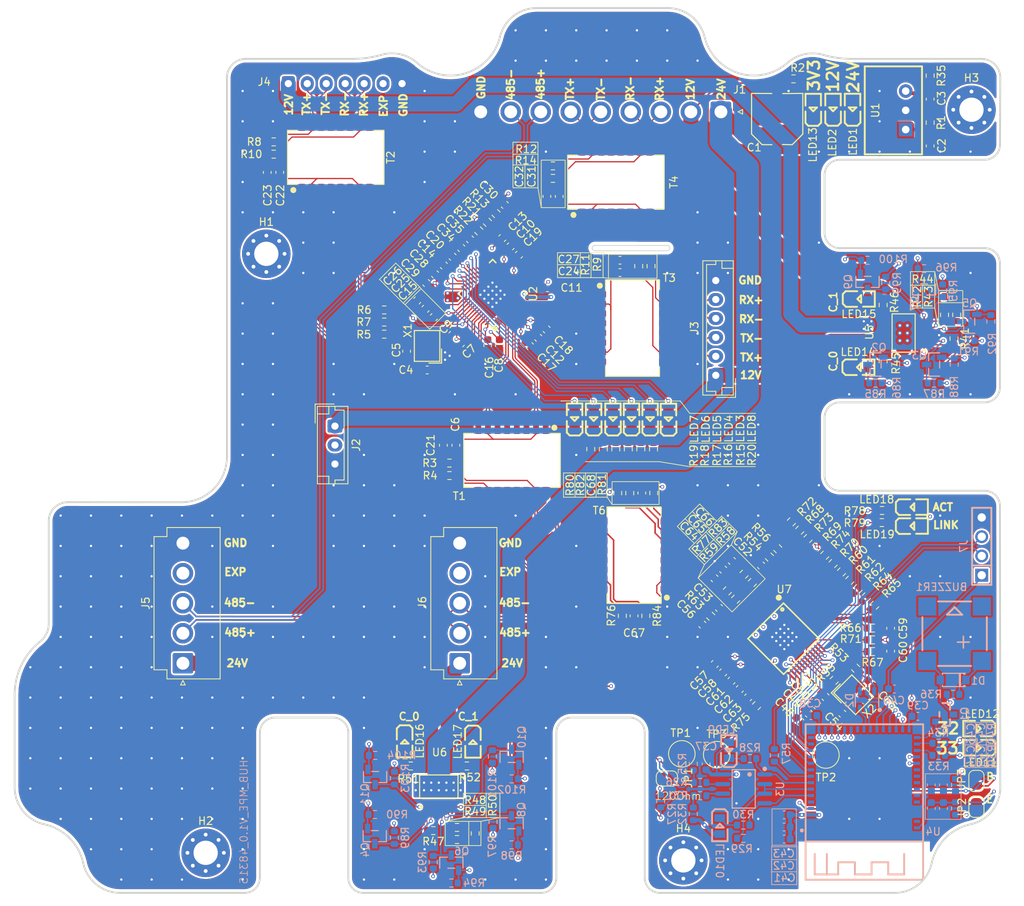
<source format=kicad_pcb>
(kicad_pcb (version 20241229) (generator "pcbnew") (generator_version "9.0")
  (title_block (title "HUB_MPE_Board") (date "2025-03-27") (rev "0.1") (company "3DResearch"))
  (layers (0 "F.Cu" signal) (4 "In1.Cu" signal) (6 "In2.Cu" signal) (2 "B.Cu" signal) (13 "F.Paste" user) (15 "B.Paste" user) (5 "F.SilkS" user "F.Silkscreen") (7 "B.SilkS" user "B.Silkscreen") (1 "F.Mask" user) (3 "B.Mask" user) (25 "Edge.Cuts" user))
  (net 0 "")
  (net 2 "Net-(D1-A)")
  (net 3 "Net-(BUZZER1-+)")
  (net 5 "+24V")
  (net 6 "GND")
  (net 7 "+3.3V")
  (net 8 "/Switch/XI")
  (net 9 "/Switch/XO")
  (net 10 "Net-(C6-Pad1)")
  (net 11 "/Switch/AVDDL")
  (net 12 "Net-(C21-Pad2)")
  (net 13 "Net-(C22-Pad1)")
  (net 14 "/RESET_SWITCH")
  (net 15 "Net-(C31-Pad1)")
  (net 16 "Net-(C32-Pad2)")
  (net 17 "/Switch/RESETB")
  (net 18 "/+24V_MULTISENSE")
  (net 19 "/+12V_MULTISENSE")
  (net 20 "/MCU_ESP32/USB_VBUS")
  (net 21 "/MCU_ESP32/EN")
  (net 22 "/MCU_ESP32/BOOT")
  (net 23 "/Ethernet_Module/XI")
  (net 24 "Net-(X2-OSC2)")
  (net 25 "Net-(U7-TOCAP)")
  (net 26 "Net-(U7-1V2O)")
  (net 27 "/Ethernet_Module/NETRXP")
  (net 28 "/Ethernet_Module/RXP")
  (net 29 "/Ethernet_Module/RCT")
  (net 30 "/Ethernet_Module/NETRXN")
  (net 31 "/Ethernet_Module/RXN")
  (net 32 "Net-(C67-Pad2)")
  (net 33 "/Ethernet_Module/TCT")
  (net 34 "/MCU_ESP32/USB_D+")
  (net 35 "/MCU_ESP32/USB_D-")
  (net 36 "/MCU_ESP32/USB_ESD_D+")
  (net 37 "/MCU_ESP32/USB_ESD_D-")
  (net 38 "/485_ROV-")
  (net 39 "+12V")
  (net 40 "/485_ROV+")
  (net 41 "/ETH_ROV_RX-")
  (net 42 "/ETH_ROV_TX+")
  (net 43 "/ETH_ROV_TX-")
  (net 44 "/ETH_ROV_RX+")
  (net 45 "/PWM_LIGHT")
  (net 46 "/+12V_LIGHT_IPCAM")
  (net 47 "/ETH_IPCAM_TX+")
  (net 48 "/ETH_IPCAM_RX-")
  (net 49 "/ETH_IPCAM_TX-")
  (net 50 "/ETH_IPCAM_RX+")
  (net 51 "/ETH_BD3D_TX-")
  (net 52 "/+12V_BD3D")
  (net 53 "/EXPOSURE")
  (net 54 "/ETH_BD3D_RX-")
  (net 55 "/ETH_BD3D_RX+")
  (net 56 "/ETH_BD3D_TX+")
  (net 57 "/+24V_FLASH1")
  (net 58 "/+24V_FLASH2")
  (net 59 "Net-(JP1-A)")
  (net 60 "Net-(LED1-+)")
  (net 61 "Net-(LED2-+)")
  (net 62 "/Switch/P2LED")
  (net 63 "Net-(C23-Pad2)")
  (net 64 "/Switch/P4LED")
  (net 65 "Net-(C24-Pad1)")
  (net 66 "Net-(C27-Pad2)")
  (net 67 "/Switch/P0LED")
  (net 68 "/Switch/P1LED")
  (net 69 "Net-(LED3-K)")
  (net 70 "Net-(LED4-K)")
  (net 71 "/Switch/P3LED")
  (net 72 "/Switch/LDIND{slash}DIS_LD")
  (net 73 "Net-(LED8--)")
  (net 74 "Net-(LED9--)")
  (net 75 "Net-(LED10-K)")
  (net 76 "Net-(LED11-+)")
  (net 77 "Net-(LED12-A)")
  (net 78 "Net-(LED13-A)")
  (net 79 "Net-(LED14-+)")
  (net 80 "Net-(LED15-+)")
  (net 81 "Net-(LED16-+)")
  (net 82 "Net-(LED17-+)")
  (net 83 "Net-(LED18--)")
  (net 84 "Net-(LED19-K)")
  (net 85 "/MCU_ESP32/BUZZ")
  (net 86 "/MCU_ESP32/12V_EC_0")
  (net 87 "/MCU_ESP32/12V_SE")
  (net 88 "/MCU_ESP32/12V_SEL_0")
  (net 89 "/MCU_ESP32/12V_SEL_1")
  (net 90 "/MCU_ESP32/12V_EC_1")
  (net 91 "/MCU_ESP32/24V_EC_0")
  (net 92 "/MCU_ESP32/24V_SE")
  (net 93 "/MCU_ESP32/24V_SEL_0")
  (net 94 "/MCU_ESP32/24V_SEL_1")
  (net 95 "/MCU_ESP32/24V_EC_1")
  (net 96 "Net-(LED5-K)")
  (net 97 "Net-(R4-Pad2)")
  (net 98 "Net-(LED6-K)")
  (net 99 "/Switch/IBREF")
  (net 100 "Net-(R8-Pad2)")
  (net 101 "Net-(R9-Pad2)")
  (net 102 "Net-(R10-Pad2)")
  (net 103 "Net-(R11-Pad2)")
  (net 104 "Net-(LED7-K)")
  (net 105 "Net-(R14-Pad2)")
  (net 106 "Net-(U3-B)")
  (net 107 "/MCU_ESP32/RX2_485")
  (net 108 "/MCU_ESP32/R{slash}W_485")
  (net 109 "/MCU_ESP32/TX2_485")
  (net 110 "Net-(U3-A)")
  (net 111 "/MCU_ESP32/LED1")
  (net 112 "/MCU_ESP32/LED2")
  (net 113 "Net-(U5-~{FaultRST})")
  (net 114 "Net-(U5-MultiSense)")
  (net 115 "Net-(U6-~{FaultRST})")
  (net 116 "Net-(U6-MultiSense)")
  (net 117 "/Ethernet_Module/XO")
  (net 118 "Net-(U7-TXN)")
  (net 119 "/Ethernet_Module/TXN")
  (net 120 "Net-(U7-TXP)")
  (net 121 "/Ethernet_Module/TXP")
  (net 122 "/Ethernet_Module/{slash}RST")
  (net 123 "/Ethernet_Module/RSTn")
  (net 124 "Net-(U7-RXN)")
  (net 125 "Net-(U7-RXP)")
  (net 126 "Net-(U7-EXRES1)")
  (net 127 "Net-(R84-Pad2)")
  (net 128 "/Ethernet_Module/{slash}INT")
  (net 129 "/Ethernet_Module/PMODE0")
  (net 130 "/Ethernet_Module/PMODE1")
  (net 131 "/Ethernet_Module/PMODE2")
  (net 132 "/Ethernet_Module/{slash}SPI-SCS")
  (net 133 "/Ethernet_Module/ACTLED")
  (net 134 "/Ethernet_Module/LINKLED")
  (net 136 "/Switch/RXIP1")
  (net 139 "/Switch/RXIN1")
  (net 141 "/Switch/TXON1")
  (net 142 "/Switch/TXOP1")
  (net 143 "/Switch/TXOP0")
  (net 145 "/Switch/RXIP0")
  (net 149 "/Switch/RXIN0")
  (net 150 "/Switch/TXON0")
  (net 151 "/Switch/RXIN2")
  (net 152 "/Switch/TXON2")
  (net 155 "/Switch/TXOP2")
  (net 157 "/Switch/RXIP2")
  (net 159 "/Switch/TXOP3")
  (net 160 "/Switch/RXIN3")
  (net 162 "/Switch/TXON3")
  (net 164 "/Switch/RXIP3")
  (net 167 "/ETH_ESP_RX+")
  (net 168 "/ETH_ESP_TX-")
  (net 169 "/ETH_ESP_TX+")
  (net 170 "/ETH_ESP_RX-")
  (net 171 "/Switch/TXON4")
  (net 172 "/Switch/RXIP4")
  (net 173 "/Switch/RXIN4")
  (net 174 "/Switch/TXOP4")
  (net 179 "Net-(U7-VBG)")
  (net 180 "Net-(U7-DUPLED)")
  (net 181 "Net-(U7-SPDLED)")
  (net 182 "/Switch/SCL{slash}MDC")
  (net 183 "/Switch/SDA{slash}MDIO")
  (net 186 "/Ethernet_Module/MISO")
  (net 190 "/Ethernet_Module/MOSI")
  (net 194 "/Ethernet_Module/SCLK")
  (net 202 "/Power_Switch/MOSFET_CTRL/OUTPUT")
  (net 203 "/Power_Switch/MOSFET_CTRL1/OUTPUT")
  (net 204 "/Power_Switch1/MOSFET_CTRL1/OUTPUT")
  (net 205 "/Power_Switch/MOSFET_CTRL2/OUTPUT")
  (net 206 "/Power_Switch1/MOSFET_CTRL2/OUTPUT")
  (net 207 "/Power_Switch/MOSFET_CTRL3/OUTPUT")
  (net 208 "/Power_Switch1/MOSFET_CTRL3/OUTPUT")
  (net 209 "/Power_Switch/MOSFET_CTRL4/OUTPUT")
  (net 210 "/Power_Switch1/MOSFET_CTRL4/OUTPUT")
  (net 211 "/Power_Switch1/MOSFET_CTRL/OUTPUT")
  (net 212 "Net-(R43-Pad1)")
  (net 213 "Net-(R49-Pad1)")
  (net 214 "Net-(R60-Pad2)")
  (net 215 "Net-(R61-Pad2)")
  (net 216 "Net-(R62-Pad2)")
  (net 217 "Net-(R64-Pad2)")
  (net 218 "Net-(R65-Pad2)")
  (net 219 "Net-(R75-Pad2)")
  (net 220 "Net-(R76-Pad2)")
  (net 221 "Net-(R3-Pad2)")
  (net 222 "Net-(R5-Pad1)")
  (net 223 "Net-(R12-Pad2)")
  (footprint "Capacitor_SMD:C_0603_1608Metric" (layer "F.Cu") (at 99.001697 46.430482 90)
    (property "Reference" "C32")
    (property "Value" "1n")
  )
  (footprint "Resistor_SMD:R_0603_1608Metric" (layer "F.Cu") (at 128.35 94 135)
    (property "Reference" "R54")
    (property "Value" "0")
  )
  (footprint "Capacitor_SMD:C_0603_1608Metric" (layer "F.Cu") (at 91.2 66.1 -90)
    (property "Reference" "C16")
    (property "Value" "100n")
  )
  (footprint "Resistor_SMD:R_0603_1608Metric" (layer "F.Cu") (at 120.6 101.8 135)
    (property "Reference" "R63")
    (property "Value" "12.4k")
  )
  (footprint "Capacitor_SMD:C_0603_1608Metric" (layer "F.Cu") (at 84.25 56.7 135)
    (property "Reference" "C28")
    (property "Value" "100n")
  )
  (footprint "Resistor_SMD:R_0603_1608Metric" (layer "F.Cu") (at 77.55 63)
    (property "Reference" "R7")
    (property "Value" "4.99K")
  )
  (footprint "Resistor_SMD:R_0603_1608Metric" (layer "F.Cu") (at 109.740001 79.764999 90)
    (property "Reference" "R16")
    (property "Value" "1K")
  )
  (footprint "easyeda2kicad:PWRM-TH_DEXU_K78XXM-1000R3_XXXXXX" (layer "F.Cu") (at 146.325 35.075 90)
    (property "Reference" "U1")
    (property "Value" "K7803M-1000R3_C2916516")
  )
  (footprint "Resistor_SMD:R_0603_1608Metric" (layer "F.Cu") (at 62.972069 39.233438)
    (property "Reference" "R8")
    (property "Value" "75")
  )
  (footprint "TestPoint:TestPoint_Pad_D3.0mm" (layer "F.Cu") (at 116.8 119.95)
    (property "Reference" "TP1")
    (property "Value" "1.2V")
  )
  (footprint "Resistor_SMD:R_0603_1608Metric" (layer "F.Cu") (at 151.45 62.05 -90)
    (property "Reference" "R42")
    (property "Value" "15k")
  )
  (footprint "Capacitor_SMD:C_0603_1608Metric" (layer "F.Cu") (at 99.075 58.475)
    (property "Reference" "C11")
    (property "Value" "100n")
  )
  (footprint "Resistor_SMD:R_0603_1608Metric" (layer "F.Cu") (at 138.953984 97.053984 -135)
    (property "Reference" "R61")
    (property "Value" "10k")
  )
  (footprint "easyeda2kicad:LED0805-R-RD" (layer "F.Cu") (at 110.165 75.74 90)
    (property "Reference" "LED4")
    (property "Value" "0805_GREEN")
  )
  (footprint "Resistor_SMD:R_0603_1608Metric" (layer "F.Cu") (at 134.55 92.65 45)
    (property "Reference" "R69")
    (property "Value" "10k")
  )
  (footprint "easyeda2kicad:LED0805-R-RD" (layer "F.Cu") (at 139.314999 34.89 90)
    (property "Reference" "LED1")
    (property "Value" "0805_RED")
  )
  (footprint "Resistor_SMD:R_0603_1608Metric" (layer "F.Cu") (at 141.9875 103.3625 180)
    (property "Reference" "R66")
    (property "Value" "10k")
  )
  (footprint "Resistor_SMD:R_0603_1608Metric" (layer "F.Cu") (at 149.549999 36.7 90)
    (property "Reference" "R1")
    (property "Value" "2k")
  )
  (footprint "easyeda2kicad:XFMR-SMD_H1102NLT" (layer "F.Cu") (at 110.5 93.75 90)
    (property "Reference" "T6")
    (property "Value" "H1102NLT")
  )
  (footprint "Resistor_SMD:R_0603_1608Metric" (layer "F.Cu") (at 136.9 110.25 45)
    (property "Reference" "R55")
    (property "Value" "1M")
  )
  (footprint "Resistor_SMD:R_0603_1608Metric" (layer "F.Cu") (at 139.712635 108.65 -45)
    (property "Reference" "R53")
    (property "Value" "0")
  )
  (footprint "Resistor_SMD:R_0603_1608Metric" (layer "F.Cu") (at 104.790001 79.764999 90)
    (property "Reference" "R19")
    (property "Value" "1K")
  )
  (footprint "Resistor_SMD:R_0603_1608Metric" (layer "F.Cu") (at 77.55 61.4 180)
    (property "Reference" "R6")
    (property "Value" "4.99K")
  )
  (footprint "Resistor_SMD:R_0603_1608Metric" (layer "F.Cu") (at 129.45 92.9 135)
    (property "Reference" "R56")
    (property "Value" "0")
  )
  (footprint "Connector_JST:JST_VH_B9P-VH-B_1x09_P3.96mm_Vertical" (layer "F.Cu") (at 121.955 35.275 180)
    (property "Reference" "J1")
    (property "Value" "Conn_01x09")
  )
  (footprint "Resistor_SMD:R_0603_1608Metric" (layer "F.Cu") (at 81.05 121.55)
    (property "Reference" "R51")
    (property "Value" "2k")
  )
  (footprint "Capacitor_SMD:C_0603_1608Metric" (layer "F.Cu") (at 85.35 79.25 -90)
    (property "Reference" "C21")
    (property "Value" "1n")
  )
  (footprint "Capacitor_SMD:C_0603_1608Metric" (layer "F.Cu") (at 121.7 100.7 135)
    (property "Reference" "C53")
    (property "Value" "100nf")
  )
  (footprint "Capacitor_SMD:C_0603_1608Metric" (layer "F.Cu") (at 122.248008 109.201992 -135)
    (property "Reference" "C58")
    (property "Value" "100nf")
  )
  (footprint "Resistor_SMD:R_0603_1608Metric" (layer "F.Cu") (at 90.014823 50.966206 135)
    (property "Reference" "R22")
    (property "Value" "200k")
  )
  (footprint "Capacitor_SMD:C_0603_1608Metric" (layer "F.Cu") (at 96.76854 66.173349 -45)
    (property "Reference" "C17")
    (property "Value" "100n")
  )
  (footprint "Resistor_SMD:R_0603_1608Metric" (layer "F.Cu") (at 141.9875 106.4625 180)
    (property "Reference" "R67")
    (property "Value" "10k")
  )
  (footprint "Capacitor_SMD:C_0603_1608Metric" (layer "F.Cu") (at 108.637996 54.849796)
    (property "Reference" "C27")
    (property "Value" "1n")
  )
  (footprint "Capacitor_SMD:C_0603_1608Metric" (layer "F.Cu") (at 93.11854 51.919365 45)
    (property "Reference" "C13")
    (property "Value" "100n")
  )
  (footprint "Resistor_SMD:R_0603_1608Metric" (layer "F.Cu") (at 108.95 101.75 90)
    (property "Reference" "R76")
    (property "Value" "75")
  )
  (footprint "Resistor_SMD:R_0603_1608Metric" (layer "F.Cu") (at 84.025 130.075 180)
    (property "Reference" "R47")
    (property "Value" "15k")
  )
  (footprint "TestPoint:TestPoint_Pad_D3.0mm" (layer "F.Cu") (at 121.4 120.05)
    (property "Reference" "TP3")
    (property "Value" "SPDLED")
  )
  (footprint "Capacitor_SMD:C_0603_1608Metric" (layer "F.Cu") (at 123.35 110.3 45)
    (property "Reference" "C61")
    (property "Value" "4.7uF")
  )
  (footprint "Capacitor_SMD:C_0603_1608Metric" (layer "F.Cu") (at 83.1 57.85 135)
    (property "Reference" "C29")
    (property "Value" "100n")
  )
  (footprint "Capacitor_SMD:C_0603_1608Metric" (layer "F.Cu") (at 108.637996 56.476141)
    (property "Reference" "C24")
    (property "Value" "100n")
  )
  (footprint "Resistor_SMD:R_0603_1608Metric" (layer "F.Cu") (at 131.524999 30.925)
    (property "Reference" "R2")
    (property "Value" "2k")
  )
  (footprint "easyeda2kicad:LED0805-R-RD" (layer "F.Cu") (at 80.25 118.4 -90)
    (property "Reference" "LED16")
    (property "Value" "0805_RED")
  )
  (footprint "Capacitor_SMD:C_0603_1608Metric" (layer "F.Cu") (at 63.771421 43.256498 90)
    (property "Reference" "C22")
    (property "Value" "100n")
  )
  (footprint "Resistor_SMD:R_0603_1608Metric" (layer "F.Cu") (at 143.175 89.45 180)
    (property "Reference" "R79")
    (property "Value" "1K")
  )
  (footprint "Resistor_SMD:R_0603_1608Metric" (layer "F.Cu") (at 111.11287 55.627613 -90)
    (property "Reference" "R11")
    (property "Value" "75")
  )
  (footprint "Resistor_SMD:R_0603_1608Metric" (layer "F.Cu") (at 141.146016 99.246016 -135)
    (property "Reference" "R64")
    (property "Value" "10k")
  )
  (footprint "Resistor_SMD:R_0603_1608Metric" (layer "F.Cu") (at 112.05 101.75 90)
    (property "Reference" "R84")
    (property "Value" "75")
  )
  (footprint "Capacitor_SMD:C_0603_1608Metric" (layer "F.Cu") (at 98.96854 63.973349 -45)
    (property "Reference" "C18")
    (property "Value" "100n")
  )
  (footprint "Capacitor_SMD:C_0603_1608Metric" (layer "F.Cu") (at 84.1 62.348009 -135)
    (property "Reference" "C15")
    (property "Value" "100n")
  )
  (footprint "Resistor_SMD:R_0603_1608Metric" (layer "F.Cu") (at 131.25 89.35 -135)
    (property "Reference" "R72")
    (property "Value" "10k")
  )
  (footprint "Jumper:SolderJumper-2_P1.3mm_Open_RoundedPad1.0x1.5mm" (layer "F.Cu") (at 155.65 126.925 90)
    (property "Reference" "JP2")
    (property "Value" "SolderJumper_2_Open")
  )
  (footprint "Capacitor_SMD:C_0603_1608Metric" (layer "F.Cu") (at 125.55 112.5 -135)
    (property "Reference" "C63")
    (property "Value" "10nf")
  )
  (footprint "Capacitor_SMD:C_0603_1608Metric" (layer "F.Cu") (at 87.714823 53.241206 135)
    (property "Reference" "C34")
    (property "Value" "1u")
  )
  (footprint "Capacitor_SMD:C_0603_1608Metric" (layer "F.Cu") (at 110.5 101.75 -90)
    (property "Reference" "C67")
    (property "Value" "1n")
  )
  (footprint "easyeda2kicad:LED0805-R-RD" (layer "F.Cu") (at 102.655 75.74 90)
    (property "Reference" "LED7")
    (property "Value" "0805_GREEN")
  )
  (footprint "easyeda2kicad:XFMR-SMD_H1102NLT" (layer "F.Cu") (at 108.1 44.55)
    (property "Reference" "T4")
    (property "Value" "H1102NLT")
  )
  (footprint "easyeda2kicad:POWERSSO-16_L4.9-W3.9-P0.50-LS6.0-BL-EP" (layer "F.Cu") (at 84.75 124.25)
    (property "Reference" "U6")
    (property "Value" "VND7050AJTR")
  )
  (footprint "Connector_JST:JST_VH_B5P-VH-B_1x05_P3.96mm_Vertical" (layer "F.Cu") (at 87.5 108 90)
    (property "Reference" "J6")
    (property "Value" "Conn_01x05")
  )
  (footprint "Resistor_SMD:R_0603_1608Metric" (layer "F.Cu") (at 86.15 81.599999)
    (property "Reference" "R3")
    (property "Value" "75")
  )
  (footprint "Connector_JST:JST_EH_B7B-EH-A_1x07_P2.50mm_Vertical" (layer "F.Cu") (at 64.9 31.55)
    (property "Reference" "J4")
    (property "Value" "Conn_01x07")
  )
  (footprint "Capacitor_SMD:C_0603_1608Metric" (layer "F.Cu") (at 100.628043 46.430482 90)
    (property "Reference" "C31")
    (property "Value" "100n")
  )
  (footprint "Capacitor_SMD:C_0603_1608Metric" (layer "F.Cu") (at 144.3375 103.3875 90)
    (property "Reference" "C59")
    (property "Value" "10uF")
  )
  (footprint "Resistor_SMD:R_0603_1608Metric" (layer "F.Cu") (at 133.45 91.55 -135)
    (property "Reference" "R73")
    (property "Value" "10k")
  )
  (footprint "Capacitor_SMD:C_0603_1608Metric" (layer "F.Cu") (at 122.25 95.650001 -45)
    (property "Reference" "C65")
    (property "Value" "10nf")
  )
  (footprint "Resistor_SMD:R_0603_1608Metric" (layer "F.Cu") (at 142.242031 100.342031 -135)
    (property "Reference" "R65")
    (property "Value" "10k")
  )
  (footprint "Resistor_SMD:R_0603_1608Metric" (layer "F.Cu") (at 113.1 85.55 90)
    (property "Reference" "R81")
    (property "Value" "51")
  )
  (footprint "Connector_JST:JST_EH_B3B-EH-A_1x03_P2.50mm_Vertical" (layer "F.Cu") (at 71.05 76.725 -90)
    (property "Reference" "J2")
    (property "Value" "Conn_01x03")
  )
  (footprint "Resistor_SMD:R_0603_1608Metric" (layer "F.Cu") (at 111.390001 79.764999 90)
    (property "Reference" "R15")
    (property "Value" "1K")
  )
  (footprint "easyeda2kicad:LED0805-R-RD" (layer "F.Cu") (at 115.040001 75.764999 90)
    (property "Reference" "LED8")
    (property "Value" "0805_RED")
  )
  (footprint "easyeda2kicad:LED0805-R-RD" (layer "F.Cu") (at 140.25 59.95)
    (property "Reference" "LED15")
    (property "Value" "0805_RED")
  )
  (footprint "Capacitor_SMD:C_0603_1608Metric" (layer "F.Cu") (at 137.962635 114.65 135)
    (property "Reference" "C54")
    (property "Value" "18pF")
  )
  (footprint "Capacitor_SMD:C_0603_1608Metric" (layer "F.Cu") (at 88.864823 52.091206 135)
    (property "Reference" "C35")
    (property "Value" "100n")
  )
  (footprint "Resistor_SMD:R_0603_1608Metric" (layer "F.Cu") (at 123.901991 99.551992 -135)
    (property "Reference" "R59")
    (property "Value" "0")
  )
  (footprint "Capacitor_SMD:C_0603_1608Metric" (layer "F.Cu") (at 127.25 95.1 135)
    (property "Reference" "C52")
    (property "Value" "100nf")
  )
  (footprint "Resistor_SMD:R_0603_1608Metric" (layer "F.Cu") (at 143.2 87.85 180)
    (property "Reference" "R78")
    (property "Value" "1K")
  )
  (footprint "Resistor_SMD:R_0603_1608Metric" (layer "F.Cu") (at 149.549999 30.5 -90)
    (property "Reference" "R35")
    (property "Value" "220")
  )
  (footprint "Resistor_SMD:R_0603_1608Metric" (layer "F.Cu") (at 113.065002 79.764999 90)
    (property "Reference" "R20")
    (property "Value" "1K")
  )
  (footprint "easyeda2kicad:CRYSTAL-SMD_4P-L3.2-W2.5-BL" (layer "F.Cu") (at 139.462635 112.15 -45)
    (property "Reference" "X2")
    (property "Value" "25MHz")
  )
  (footprint "Capacitor_SMD:C_0603_1608Metric" (layer "F.Cu") (at 149.549998 33.6 -90)
    (property "Reference" "C3")
    (property "Value" "22uF 10V")
  )
  (footprint "Capacitor_SMD:C_0603_1608Metric" (layer "F.Cu") (at 132.45 115.75 135)
    (property "Reference" "C48")
    (property "Value" "100nf")
  )
  (footprint "Connector_JST:JST_VH_B5P-VH-B_1x05_P3.96mm_Vertical" (layer "F.Cu") (at 51 108 90)
    (property "Reference" "J5")
    (property "Value" "Conn_01x05")
  )
  (footprint "Capacitor_SMD:C_0603_1608Metric" (layer "F.Cu") (at 149.549999 39.775 -90)
    (property "Reference" "C2")
    (property "Value" "10uF 35V")
  )
  (footprint "Resistor_SMD:R_0603_1608Metric" (layer "F.Cu") (at 126.65 113.6 45)
    (property "Reference" "R75")
    (property "Value" "10k")
  )
  (footprint "easyeda2kicad:LED0805-R-RD" (layer "F.Cu") (at 140.2 68.95)
    (property "Reference" "LED14")
    (property "Value" "0805_RED")
  )
  (footprint "Resistor_SMD:R_0603_1608Metric" (layer "F.Cu") (at 143.35 68.15 90)
    (property "Reference" "R45")
    (property "Value" "2k")
  )
  (footprint "Resistor_SMD:R_0603_1608Metric" (layer "F.Cu") (at 125.001992 96.251992 -135)
    (property "Reference" "R83")
    (property "Value" "82")
  )
  (footprint "Capacitor_SMD:C_0603_1608Metric" (layer "F.Cu") (at 83.216548 69.321357 180)
    (property "Reference" "C4")
    (property "Value" "20pF")
  )
  (footprint "Resistor_SMD:R_0603_1608Metric" (layer "F.Cu") (at 152.7 65.175 -90)
    (property "Reference" "R41")
    (property "Value" "15k")
  )
  (footprint "Capacitor_SMD:C_0603_1608Metric" (layer "F.Cu") (at 80.5 66.850001 90)
    (property "Reference" "C5")
    (property "Value" "20pF")
  )
  (footprint "Resistor_SMD:R_0603_1608Metric" (layer "F.Cu") (at 106.440001 79.764999 90)
    (property "Reference" "R18")
    (property "Value" "1K")
  )
  (footprint "easyeda2kicad:POWERSSO-16_L4.9-W3.9-P0.50-LS6.0-BL-EP" (layer "F.Cu") (at 146.05 64.45 90)
    (property "Reference" "U5")
    (property "Value" "VND7050AJTR")
  )
  (footprint "easyeda2kicad:LED0805-R-RD" (layer "F.Cu") (at 89.25 118.45 -90)
    (property "Reference" "LED17")
    (property "Value" "0805_RED")
  )
  (footprint "TestPoint:TestPoint_Pad_D3.0mm" (layer "F.Cu") (at 135.8 120.1)
    (property "Reference" "TP2")
    (property "Value" "DUPLED")
  )
  (footprint "Resistor_SMD:R_0603_1608Metric" (layer "F.Cu") (at 135.65 93.75 -135)
    (property "Reference" "R74")
    (property "Value" "10k")
  )
  (footprint "easyeda2kicad:LED0805-R-RD" (layer "F.Cu") (at 107.715001 75.739999 90)
    (property "Reference" "LED5")
    (property "Value" "0805_GREEN")
  )
  (footprint "Capacitor_SMD:C_0603_1608Metric" (layer "F.Cu") (at 62.123541 43.263947 90)
    (property "Reference" "C23")
    (property "Value" "1n")
  )
  (footprint "Resistor_SMD:R_0603_1608Metric" (layer "F.Cu") (at 89.55 130.45 90)
    (property "Reference" "R50")
    (property "Value" "0")
  )
  (footprint "MountingHole:MountingHole_3.2mm_M3_Pad_Via" (layer "F.Cu") (at 62 54)
    (property "Reference" "H1")
    (property "Value" "MountingHole_Pad")
  )
  (footprint "Resistor_SMD:R_0603_1608Metric" (layer "F.Cu") (at 87.15 131.25 180)
    (property "Reference" "R49")
    (property "Value" "330")
  )
  (footprint "Capacitor_SMD:C_0603_1608Metric" (layer "F.Cu") (at 86.564823 54.391206 135)
    (property "Reference" "C20")
    (property "Value" "100n")
  )
  (footprint "easyeda2kicad:LED0805-R-RD" (layer "F.Cu") (at 136.739999 34.89 90)
    (property "Reference" "LED2")
    (property "Value" "0805_RED")
  )
  (footprint "MountingHole:MountingHole_3.2mm_M3_Pad_Via" (layer "F.Cu") (at 117 134)
    (property "Reference" "H4")
    (property "Value" "MountingHole_Pad")
  )
  (footprint "Capacitor_SMD:C_0603_1608Metric" (layer "F.Cu") (at 92.75 66.1 -90)
    (property "Reference" "C8")
    (property "Value" "100n")
  )
  (footprint "Jumper:SolderJumper-2_P1.3mm_Open_RoundedPad1.0x1.5mm" (layer "F.Cu") (at 114.825 123.2)
    (property "Reference" "JP1")
    (property "Value" "SolderJumper_2_Open")
  )
  (footprint "easyeda2kicad:LED0805-R-RD" (layer "F.Cu") (at 155.920868 119.145 180)
    (property "Reference" "LED11")
    (property "Value" "0805_RED")
  )
  (footprint "Resistor_SMD:R_0603_1608Metric" (layer "F.Cu") (at 99.8 42.4)
    (property "Reference" "R12")
    (property "Value" "75")
  )
  (footprint "Capacitor_SMD:C_0603_1608Metric" (layer "F.Cu") (at 119.5 102.9 135)
    (property "Reference" "C56")
    (property "Value" "100nf")
  )
  (footprint "Capacitor_SMD:C_0603_1608Metric" (layer "F.Cu") (at 124.45 111.4 -135)
    (property "Reference" "C62")
    (property "Value" "100nf")
  )
  (footprint "Resistor_SMD:R_0603_1608Metric" (layer "F.Cu") (at 88.45 121.55 180)
    (property "Reference" "R52")
    (property "Value" "2k")
  )
  (footprint "Resistor_SMD:R_0603_1608Metric" (layer "F.Cu") (at 109.932601 85.563235 90)
    (property "Reference" "R82")
    (property "Value" "10")
  )
  (footprint "Capacitor_SMD:C_0603_1608Metric" (layer "F.Cu") (at 94.21854 53.019365 45)
    (property "Reference" "C10")
    (property "Value" "100n")
  )
  (footprint "Resistor_SMD:R_0603_1608Metric" (layer "F.Cu") (at 87.15 129.65 180)
    (property "Reference" "R48")
    (property "Value" "15k")
  )
  (footprint "MountingHole:MountingHole_3.2mm_M3_Pad_Via" (layer "F.Cu") (at 54 133)
    (property "Reference" "H2")
    (property "Value" "MountingHole_Pad")
  )
  (footprint "Capacitor_SMD:C_0603_1608Metric" (layer "F.Cu") (at 135.75 112.45 135)
    (property "Reference" "C51")
    (property "Value" "10uF")
  )
  (footprint "easyeda2kicad:LED0805-R-RD" (layer "F.Cu") (at 147.25 89.9)
    (property "Reference" "LED19")
    (property "Value" "0805_GREEN")
  )
  (footprint "Resistor_SMD:R_0603_1608Metric" (layer "F.Cu") (at 62.972069 40.859784)
    (property "Reference" "R10")
    (property "Value" "75")
  )
  (footprint "Capacitor_SMD:C_0603_1608Metric" (layer "F.Cu") (at 81.898008 60.15 -135)
    (property "Reference" "C26")
    (property "Value" "100n")
  )
  (footprint "Capacitor_SMD:C_0603_1608Metric" (layer "F.Cu") (at 97.86854 65.073349 -45)
    (property "Reference" "C12")
    (property "Value" "100n")
  )
  (footprint "Capacitor_SMD:C_0603_1608Metric" (layer "F.Cu") (at 133.55 114.65 135)
    (property "Reference" "C49")
    (property "Value" "100nf")
  )
  (footprint "MountingHole:MountingHole_3.2mm_M3_Pad_Via" (layer "F.Cu") (at 155 35)
    (property "Reference" "H3")
    (property "Value" "MountingHole_Pad")
  )
  (footprint "Capacitor_SMD:C_0603_1608Metric" (layer "F.Cu") (at 85.414823 55.541206 135)
    (property "Reference" "C14")
    (property "Value" "100n")
  )
  (footprint "easyeda2kicad:LED0805-R-RD" (layer "F.Cu") (at 112.615 75.739997 90)
    (property "Reference" "LED3")
    (property "Value" "0805_GREEN")
  )
  (footprint "Resistor_SMD:R_0603_1608Metric" (layer "F.Cu") (at 91.164823 49.841206 135)
    (property "Reference" "R21")
    (property "Value" "200k")
  )
  (footprint "Resistor_SMD:R_0603_1608Metric" (layer "F.Cu") (at 153.05 62.05 -90)
    (property "Reference" "R43")
    (property "Value" "330")
  )
  (footprint "Resistor_SMD:R_0603_1608Metric" (layer "F.Cu") (at 143.349999 60.75 -90)
    (property "Reference" "R46")
    (property "Value" "2k")
  )
  (footprint "Capacitor_SMD:C_0603_1608Metric" (layer "F.Cu") (at 86.55 64.7 -135)
    (property "Reference" "C9")
    (property "Value" "100n")
  )
  (footprint "easyeda2kicad:XFMR-SMD_H1102NLT" (layer "F.Cu") (at 71.15 41.275)
    (property "Reference" "T2")
    (property "Value" "H1102NLT")
  )
  (footprint "Resistor_SMD:R_0603_1608Metric" (layer "F.Cu") (at 122.801991 98.451992 -135)
    (property "Reference" "R77")
    (property "Value" "82")
  )
  (footprint "Resistor_SMD:R_0603_1608Metric" (layer "F.Cu") (at 140.05 98.15 -135)
    (property "Reference" "R62")
    (property "Value" "10k")
  )
  (footprint "Resistor_SMD:R_0603_1608Metric" (layer "F.Cu") (at 126.101992 97.351992 45)
    (property "Reference" "R58")
    (property "Value" "0")
  )
  (footprint "easyeda2kicad:LQFP-48_L7.0-W7.0-P0.50-LS9.0-BL" (layer "F.Cu") (at 130.2 104.752172 -135)
    (property "Reference" "U7")
    (property "Value" "W5500")
  )
  (footprint "Capacitor_SMD:C_0603_1608Metric" (layer "F.Cu") (at 83 61.248009 -135)
    (property "Reference" "C25")
    (property "Value" "100n")
  )
  (footprint "easyeda2kicad:CRYSTAL-SMD_4P-L3.2-W2.5-BL" (layer "F.Cu") (at 83.2 66.150001 90)
    (property "Reference" "X1")
    (property "Value" "25Mhz")
  )
  (footprint "easyeda2kicad:LED0805-R-RD" (layer "F.Cu") (at 134.124999 34.9 90)
    (property "Reference" "LED13")
    (property "Value" "0805_GREEN")
  )
  (footprint "Resistor_SMD:R_0603_1608Metric" (layer "F.Cu") (at 108.343324 85.559388 90)
    (property "Reference" "R80")
    (property "Value" "51")
  )
  (footprint "Capacitor_SMD:C_0603_1608Metric" (layer "F.Cu") (at 95.31854 54.119365 45)
    (property "Reference" "C19")
    (property "Value" "100n")
  )
  (footprint "easyeda2kicad:XFMR-SMD_H1102NLT" (layer "F.Cu") (at 110.299697 63.794697 -90)
    (property "Reference" "T3")
    (property "Value" "H1102NLT")
  )
  (footprint "Resistor_SMD:R_0603_1608Metric" (layer "F.Cu") (at 152.25 59.65 180)
    (property "Reference" "R44")
    (property "Value" "0")
  )
  (footprint "Capacitor_SMD:C_0603_1608Metric" (layer "F.Cu") (at 87 79.25 -90)
    (property "Reference" "C6")
    (property "Value" "100n")
  )
  (footprint "Resistor_SMD:R_0603_1608Metric" (layer "F.Cu") (at 92.3 48.7 135)
    (property "Reference" "R13")
    (property "Value" "0")
  )
  (footprint "Resistor_SMD:R_0603_1608Metric" (layer "F.Cu") (at 132.35 90.45 45)
    (property "Reference" "R68")
    (property "Value" "10k")
  )
  (footprint "Capacitor_SMD:C_0603_1608Metric" (layer "F.Cu") (at 93.45 47.55 135)
    (property "Reference" "C30")
    (property "Value" "100n")
  )
  (footprint "Capacitor_SMD:C_0603_1608Metric" (layer "F.Cu") (at 134.65 113.55 135)
    (property "Reference" "C50")
    (property "Value" "100nf")
  )
  (footprint "easyeda2kicad:XFMR-SMD_H1102NLT" (layer "F.Cu") (at 94.4 81.25 180)
    (property "Reference" "T1")
    (property "Value" "H1102NLT")
  )
  (footprint "Resistor_SMD:R_0603_1608Metric" (layer "F.Cu") (at 136.75 94.85 45)
    (property "Reference" "R70")
    (property "Value" "10k")
  )
  (footprint "Capacitor_SMD:C_0603_1608Metric" (layer "F.Cu") (at 121.101991 96.8 -45)
    (property "Reference" "C64")
    (property "Value" "6.8nF")
  )
  (footprint "easyeda2kicad:LED0805-R-RD" (layer "F.Cu") (at 105.165001 75.739999 90)
    (property "Reference" "LED6")
    (property "Value" "0805_GREEN")
  )
  (footprint "easyeda2kicad:QFN-48_L6.0-W6.0-P0.40-TL-EP4.4" (layer "F.Cu") (at 91.85 59.271967 135)
    (property "Reference" "U2")
    (property "Value" "RTL8305NB-VB-CG")
  )
  (footprint "Connector_JST:JST_EH_B6B-EH-A_1x06_P2.50mm_Vertical" (layer "F.Cu") (at 121.275 70.025 90)
    (property "Reference" "J3")
    (property "Value" "Conn_01x06")
  )
  (footprint "Capacitor_SMD:C_0603_1608Metric" (layer "F.Cu") (at 111.525 85.55 -90)
    (property "Reference" "C68")
    (property "Value" "22nF")
  )
  (footprint "Resistor_SMD:R_0603_1608Metric" (layer "F.Cu") (at 86.15 83.250001)
    (property "Reference" "R4")
    (property "Value" "75")
  )
  (footprint "easyeda2kicad:LED0805-R-RD" (layer "F.Cu") (at 155.915 116.61 180)
    (property "Reference" "LED12")
    (property "Value" "0805_GREEN")
  )
  (footprint "Resistor_SMD:R_0603_1608Metric" (layer "F.Cu") (at 99.8 44.05)
    (property "Reference" "R14")
    (property "Value" "75")
  )
  (footprint "Capacitor_SMD:C_0603_1608Metric" (layer "F.Cu") (at 141.860643 110.798008 135)
    (property "Reference" "C55")
    (property "Value" "18pF")
  )
  (footprint "Capacitor_SMD:C_0603_1608Metric" (layer "F.Cu") (at 123.4 94.5 -45)
    (property "Reference" "C66")
    (property "Value" "6.8nF")
  )
  (footprint "Capacitor_SMD:C_0603_1608Metric" (layer "F.Cu") (at 121.148008 108.101992 -135)
    (property "Reference" "C57")
    (property "Value" "100nf")
  )
  (footprint "Capacitor_SMD:C_0603_1608Metric" (layer "F.Cu") (at 144.3375 106.4125 -90)
    (property "Reference" "C60")
    (property "Value" "100nf")
  )
  (footprint "Resistor_SMD:R_0603_1608Metric" (layer "F.Cu") (at 141.9875 104.9125 180)
    (property "Reference" "R71")
    (property "Value" "10k")
  )
  (footprint "easyeda2kicad:LED0805-R-RD" (layer "F.Cu") (at 147.25 87.4)
    (property "Reference" "LED18")
    (property "Value" "0805_RED")
  )
  (footprint "easyeda2kicad:CAP-SMD_BD6.3-L6.6-W6.6-FD" (layer "F.Cu") (at 129.374999 36.225 90)
    (property "Reference" "C1")
    (property "Value" "33uF 35V")
  )
  (footprint "Resistor_SMD:R_0603_1608Metric" (layer "F.Cu") (at 112.739216 55.627613 -90)
    (property "Reference" "R9")
    (property "Value" "75")
  )
  (footprint "Resistor_SMD:R_0603_1608Metric" (layer "F.Cu") (at 137.857969 95.957969 -135)
    (property "Reference" "R60")
    (property "Value" "10k")
  )
  (footprint "Capacitor_SMD:C_0603_1608Metric" (layer "F.Cu") (at 87.65 65.8 -135)
    (property "Reference" "C7")
    (property "Value" "100n")
  )
  (footprint "Jumper:SolderJumper-2_P1.3mm_Open_RoundedPad1.0x1.5mm" (layer "F.Cu") (at 155.65 123.525 -90)
    (property "Reference" "JP3")
    (property "Value" "SolderJumper_2_Open")
  )
  (footprint "Resistor_SMD:R_0603_1608Metric" (layer "F.Cu") (at 77.55 64.6)
    (property "Reference" "R5")
    (property "Value" "0")
  )
  (footprint "Resistor_SMD:R_0603_1608Metric" (layer "F.Cu") (at 108.090001 79.764998 90)
    (property "Reference" "R17")
    (property "Value" "1K")
  )
  (footprint "easyeda2kicad:SOT-23-3_L2.9-W1.3-P1.90-LS2.4-BR" (layer "B.Cu") (at 148.75 58.7 90)
    (property "Reference" "Q7")
    (property "Value" "AO3400A")
  )
  (footprint "easyeda2kicad:BULETM-SMD_ESP32-S3-MINI-1-N8" (layer "B.Cu") (at 140.824132 123.75)
    (property "Reference" "U4")
    (property "Value" "ESP32-S3-MINI-1-N4R2")
  )
  (footprint "Resistor_SMD:R_0603_1608Metric" (layer "B.Cu") (at 124.909132 131.095)
    (property "Reference" "R29")
    (property "Value" "100k")
  )
  (footprint "Resistor_SMD:R_0603_1608Metric" (layer "B.Cu") (at 114.009132 126.170001 -90)
    (property "Reference" "R27")
    (property "Value" "120")
  )
  (footprint "easyeda2kicad:BUZ-SMD_4P-L8.5-W8.5-P8.50-BR" (layer "B.Cu") (at 152.774132 104.1 180)
    (property "Reference" "BUZZER1")
    (property "Value" "MLT-8530")
  )
  (footprint "Capacitor_SMD:C_0603_1608Metric" (layer "B.Cu") (at 151.3 124.05 90)
    (property "Reference" "C47")
    (property "Value" "1u")
  )
  (footprint "Resistor_SMD:R_0603_1608Metric" (layer "B.Cu") (at 86.412036 136.982964)
    (property "Reference" "R94")
    (property "Value" "10k")
  )
  (footprint "Resistor_SMD:R_0603_1608Metric" (layer "B.Cu") (at 94.36 123.245)
    (property "Reference" "R102")
    (property "Value" "10k")
  )
  (footprint "easyeda2kicad:HDR-TH_4P-P2.54-V-M" (layer "B.Cu") (at 156.35 92.579999 90)
    (property "Reference" "J7")
    (property "Value" "PZ254-1-04-Z-2.5-G1")
  )
  (footprint "Resistor_SMD:R_0603_1608Metric" (layer "B.Cu") (at 84.012036 134.232964 -90)
    (property "Reference" "R93")
    (property "Value" "15k")
  )
  (footprint "Resistor_SMD:R_0603_1608Metric" (layer "B.Cu") (at 152.574132 112.1)
    (property "Reference" "R36")
    (property "Value" "0")
  )
  (footprint "easyeda2kicad:SOT-23-3_L2.9-W1.3-P1.90-LS2.4-BR" (layer "B.Cu") (at 94.35 129.1 -90)
    (property "Reference" "Q8")
    (property "Value" "AO3400A")
  )
  (footprint "Capacitor_SMD:C_0603_1608Metric" (layer "B.Cu") (at 120.009132 121.27 -90)
    (property "Reference" "C37")
    (property "Value" "100nf")
  )
  (footprint "Capacitor_SMD:C_0603_1608Metric" (layer "B.Cu") (at 130.299131 127.99)
    (property "Reference" "C43")
    (property "Value" "22uF")
  )
  (footprint "easyeda2kicad:SOT-23-3_L2.9-W1.3-P1.90-LS2.4-BR" (layer "B.Cu") (at 154.7 62.95)
    (property "Reference" "Q5")
    (property "Value" "AO3400A")
  )
  (footprint "easyeda2kicad:SOT-23-3_L2.9-W1.3-P1.90-LS2.4-BR" (layer "B.Cu") (at 150.075 68.599999)
    (property "Reference" "Q3")
    (property "Value" "AO3400A")
  )
  (footprint "Resistor_SMD:R_0603_1608Metric" (layer "B.Cu") (at 119.209132 125.47 180)
    (property "Reference" "R31")
    (property "Value" "0")
  )
  (footprint "Resistor_SMD:R_0603_1608Metric" (layer "B.Cu") (at 152.725 68.599999 90)
    (property "Reference" "R88")
    (property "Value" "10k")
  )
  (footprint "easyeda2kicad:SOT-23-3_L2.9-W1.3-P1.90-LS2.4-BR" (layer "B.Cu") (at 94.35 120.35 -90)
    (property "Reference" "Q10")
    (property "Value" "AO3400A")
  )
  (footprint "easyeda2kicad:SOD-123_L2.8-W1.8-LS3.7-RD" (layer "B.Cu") (at 152.574132 110.2 180)
    (property "Reference" "D1")
    (property "Value" "1N4148W T4")
  )
  (footprint "easyeda2kicad:LED0805-R-RD" (layer "B.Cu") (at 121.809132 129.47 -90)
    (property "Reference" "LED10")
    (property "Value" "0805_GREEN")
  )
  (footprint "Resistor_SMD:R_0603_1608Metric" (layer "B.Cu") (at 150.674132 120.15)
    (property "Reference" "R33")
    (property "Value" "300")
  )
  (footprint "Resistor_SMD:R_0603_1608Metric" (layer "B.Cu") (at 157.55 62.91 90)
    (property "Reference" "R92")
    (property "Value" "10k")
  )
  (footprint "easyeda2kicad:SOT-23-3_L2.9-W1.3-P1.90-LS2.4-BR" (layer "B.Cu") (at 141.2875 57.704999 90)
    (property "Reference" "Q9")
    (property "Value" "AO3400A")
  )
  (footprint "Capacitor_SMD:C_0603_1608Metric" (layer "B.Cu") (at 147.924132 114.999999 180)
    (property "Reference" "C39")
    (property "Value" "100nf")
  )
  (footprint "easyeda2kicad:SOT-23_L2.9-W1.3-P1.90-LS2.4-BR" (layer "B.Cu") (at 151.474132 114.75 180)
    (property "Reference" "Q1")
    (property "Value" "IRLML0100TRPBF")
  )
  (footprint "Capacitor_SMD:C_0603_1608Metric" (layer "B.Cu") (at 130.299132 131.19 180)
    (property "Reference" "C41")
    (property "Value" "10nf")
  )
  (footprint "Resistor_SMD:R_0603_1608Metric" (layer "B.Cu") (at 91.81 120.295 -90)
    (property "Reference" "R101")
    (property "Value" "15k")
  )
  (footprint "easyeda2kicad:SOP-8_L5.0-W4.0-P1.27-LS6.0-BL" (layer "B.Cu") (at 124.959132 124.57 -90)
    (property "Reference" "U3")
    (property "Value" "MAX3485ESA")
  )
  (footprint "Resistor_SMD:R_0603_1608Metric" (layer "B.Cu") (at 150.674132 118.55 180)
    (property "Reference" "R34")
    (property "Value" "220")
  )
  (footprint "Capacitor_SMD:C_0603_1608Metric" (layer "B.Cu") (at 149.7 127.150001 90)
    (property "Reference" "C44")
    (property "Value" "100nf")
  )
  (footprint "Resistor_SMD:R_0603_1608Metric" (layer "B.Cu") (at 76.35 120.155001 180)
    (property "Reference" "R104")
    (property "Value" "10k")
  )
  (footprint "Resistor_SMD:R_0603_1608Metric" (layer "B.Cu") (at 142.345 71.05)
    (property "Reference" "R85")
    (property "Value" "15k")
  )
  (footprint "Resistor_SMD:R_0603_1608Metric" (layer "B.Cu") (at 124.909132 129.345 180)
    (property "Reference" "R30")
    (property "Value" "220")
  )
  (footprint "easyeda2kicad:SOT-23-3_L2.9-W1.3-P1.90-LS2.4-BR" (layer "B.Cu") (at 76.3 130.8 90)
    (property "Reference" "Q4")
    (property "Value" "AO3400A")
  )
  (footprint "easyeda2kicad:SOT-23-3_L2.9-W1.3-P1.90-LS2.4-BR" (layer "B.Cu") (at 76.35 123 90)
    (property "Reference" "Q11")
    (property "Value" "AO3400A")
  )
  (footprint "Capacitor_SMD:C_0603_1608Metric" (layer "B.Cu") (at 151.3 127.15 -90)
    (property "Reference" "C45")
    (property "Value" "1u")
  )
  (footprint "Capacitor_SMD:C_0603_1608Metric" (layer "B.Cu") (at 144.824132 111.4 180)
    (property "Reference" "C40")
    (property "Value" "100nf")
  )
  (footprint "Resistor_SMD:R_0603_1608Metric" (layer "B.Cu") (at 129 120.15 -90)
    (property "Reference" "R57")
    (property "Value" "0")
  )
  (footprint "Resistor_SMD:R_0603_1608Metric" (layer "B.Cu") (at 78.9 123.155 90)
    (property "Reference" "R103")
    (property "Value" "15k")
  )
  (footprint "Resistor_SMD:R_0603_1608Metric" (layer "B.Cu") (at 118.309132 121.269999 -90)
    (property "Reference" "R25")
    (property "Value" "10K")
  )
  (footprint "Resistor_SMD:R_0603_1608Metric" (layer "B.Cu") (at 91.9 128.9 -90)
    (property "Reference" "R97")
    (property "Value" "15k")
  )
  (footprint "Resistor_SMD:R_0603_1608Metric" (layer "B.Cu") (at 148.74 55.965 180)
    (property "Reference" "R96")
    (property "Value" "10k")
  )
  (footprint "easyeda2kicad:SOT-23-3_L2.9-W1.3-P1.90-LS2.4-BR" (layer "B.Cu") (at 142.35 68.6)
    (property "Reference" "Q2")
    (property "Value" "AO3400A")
  )
  (footprint "Resistor_SMD:R_0603_1608Metric" (layer "B.Cu") (at 144.995 68.599999 90)
    (property "Reference" "R86")
    (property "Value" "10k")
  )
  (footprint "easyeda2kicad:LED0805-R-RD" (layer "B.Cu") (at 123.009132 119.47 90)
    (property "Reference" "LED9")
    (property "Value" "0805_RED")
  )
  (footprint "Resistor_SMD:R_0603_1608Metric" (layer "B.Cu") (at 125.784132 120.57 180)
    (property "Reference" "R28")
    (property "Value" "300")
  )
  (footprint "Resistor_SMD:R_0603_1608Metric" (layer "B.Cu") (at 152.9 127.15 90)
    (property "Reference" "R39")
    (property "Value" "10K")
  )
  (footprint "Resistor_SMD:R_0603_1608Metric" (layer "B.Cu") (at 94.35 131.95)
    (property "Reference" "R98")
    (property "Value" "10k")
  )
  (footprint "Resistor_SMD:R_0603_1608Metric" (layer "B.Cu") (at 119.209132 123.72 180)
    (property "Reference" "R26")
    (property "Value" "0")
  )
  (footprint "Resistor_SMD:R_0603_1608Metric" (layer "B.Cu") (at 143.6875 57.854999 90)
    (property "Reference" "R99")
    (property "Value" "15k")
  )
  (footprint "Capacitor_SMD:C_0603_1608Metric" (layer "B.Cu") (at 130.299132 129.599999)
    (property "Reference" "C42")
    (property "Value" "100nf")
  )
  (footprint "Resistor_SMD:R_0603_1608Metric" (layer "B.Cu") (at 76.314999 127.955 180)
    (property "Reference" "R90")
    (property "Value" "10k")
  )
  (footprint "Resistor_SMD:R_0603_1608Metric" (layer "B.Cu") (at 152.9 124.05 -90)
    (property "Reference" "R40")
    (property "Value" "10K")
  )
  (footprint "Resistor_SMD:R_0603_1608Metric" (layer "B.Cu") (at 141.2875 54.854999 180)
    (property "Reference" "R100")
    (property "Value" "10k")
  )
  (footprint "Resistor_SMD:R_0603_1608Metric" (layer "B.Cu") (at 154.55 65.46)
    (property "Reference" "R91")
    (property "Value" "15k")
  )
  (footprint "Capacitor_SMD:C_0603_1608Metric" (layer "B.Cu") (at 149.7 124.050001 -90)
    (property "Reference" "C46")
    (property "Value" "100nf")
  )
  (footprint "Resistor_SMD:R_0603_1608Metric" (layer "B.Cu") (at 151.190001 58.865 90)
    (property "Reference" "R95")
    (property "Value" "15k")
  )
  (footprint "Resistor_SMD:R_0603_1608Metric" (layer "B.Cu") (at 150.075 71.05)
    (property "Reference" "R87")
    (property "Value" "15k")
  )
  (footprint "Resistor_SMD:R_0603_1608Metric" (layer "B.Cu") (at 118.309132 127.87 -90)
    (property "Reference" "R32")
    (property "Value" "10K")
  )
  (footprint "Capacitor_SMD:C_0603_1608Metric" (layer "B.Cu") (at 133.824132 114.9)
    (property "Reference" "C38")
    (property "Value" "100nf")
  )
  (footprint "easyeda2kicad:SOT-23-3_L2.9-W1.3-P1.90-LS2.4-BR" (layer "B.Cu") (at 86.4 134.3 -90)
    (property "Reference" "Q6")
    (property "Value" "AO3400A")
  )
  (footprint "easyeda2kicad:SOT-23-6_L2.9-W1.6-P0.95-LS2.8-BL" (layer "B.Cu") (at 141.224132 112.85 180)
    (property "Reference" "D2")
    (property "Value" "USBLC6-2SC6_C2687116")
  )
  (footprint "Resistor_SMD:R_0603_1608Metric" (layer "B.Cu") (at 78.89 131.005 90)
    (property "Reference" "R89")
    (property "Value" "15k")
  )
  (gr_line (start 105.5 86.1) (end 105.5 82.9) (stroke (width 0.1)) (layer "F.SilkS"))
  (gr_rect (start 85.6 128.85) (end 90.3 132.05) (stroke (width 0.1)) (fill no) (layer "F.SilkS"))
  (gr_poly (pts (xy 153.85 58.85) (xy 153.850001 63.55) (xy 150.65 63.55) (xy 150.65 58.85)) (stroke (width 0.1)) (fill no) (layer "F.SilkS"))
  (gr_line (start 124.1 90.65) (end 122.05 88.6) (stroke (width 0.1)) (layer "F.SilkS"))
  (gr_line (start 150.65 58.85) (end 150.15 56.35) (stroke (width 0.1)) (layer "F.SilkS"))
  (gr_line (start 79.075 55.225001) (end 76.925 57.375001) (stroke (width 0.1)) (layer "F.SilkS"))
  (gr_line (start 100.84 73.414997) (end 116.590001 73.414998) (stroke (width 0.1)) (layer "F.SilkS"))
  (gr_poly (pts (xy 150.15 56.35) (xy 150.15 61.15) (xy 146.95 61.15) (xy 146.95 56.35)) (stroke (width 0.1)) (fill no) (layer "F.SilkS"))
  (gr_line (start 82.4 58.600001) (end 80.3 60.700001) (stroke (width 0.1)) (layer "F.SilkS"))
  (gr_rect (start 107.6 84.05) (end 113.8 87.05) (stroke (width 0.1)) (fill no) (layer "F.SilkS"))
  (gr_line (start 117.25 88.95) (end 119.45 91.15) (stroke (width 0.1)) (layer "F.SilkS"))
  (gr_line (start 119.775 94.975) (end 124.1 90.65) (stroke (width 0.1)) (layer "F.SilkS"))
  (gr_line (start 113.84 81.414998) (end 117.802501 82.064998) (stroke (width 0.1)) (layer "F.SilkS"))
  (gr_line (start 120 90.7) (end 122 92.7) (stroke (width 0.1)) (layer "F.SilkS"))
  (gr_poly (pts (xy 94.526979 45.291521) (xy 94.52698 39.275583) (xy 97.821953 39.275583) (xy 97.821954 45.291521)) (stroke (width 0.1)) (fill no) (layer "F.SilkS"))
  (gr_line (start 80.05 60.500001) (end 80.3 60.700001) (stroke (width 0.1)) (layer "F.SilkS"))
  (gr_line (start 90.3 128.85) (end 92.8 128.35) (stroke (width 0.1)) (layer "F.SilkS"))
  (gr_line (start 113.84 81.414998) (end 104.090001 81.414998) (stroke (width 0.1)) (layer "F.SilkS"))
  (gr_line (start 94.548121 40.866573) (end 97.800812 40.866573) (stroke (width 0.1)) (layer "F.SilkS"))
  (gr_line (start 96.103756 45.21528) (end 96.103756 42.316142) (stroke (width 0.1)) (layer "F.SilkS"))
  (gr_line (start 91 126.75) (end 88 126.75) (stroke (width 0.1)) (layer "F.SilkS"))
  (gr_line (start 150.65 60.45) (end 153.850001 60.45) (stroke (width 0.1)) (layer "F.SilkS"))
  (gr_line (start 101.2 82.9) (end 101.2 86.1) (stroke (width 0.1)) (layer "F.SilkS"))
  (gr_line (start 98.259711 47.909923) (end 97.821954 45.291521) (stroke (width 0.1)) (layer "F.SilkS"))
  (gr_rect (start 107.125 54.075) (end 113.525 57.225) (stroke (width 0.1)) (fill no) (layer "F.SilkS"))
  (gr_line (start 150.65 63.55) (end 150.15 61.15) (stroke (width 0.1)) (layer "F.SilkS"))
  (gr_line (start 102.7 82.9) (end 102.7 86.1) (stroke (width 0.1)) (layer "F.SilkS"))
  (gr_line (start 148.55 58.15) (end 148.55 61.15) (stroke (width 0.1)) (layer "F.SilkS"))
  (gr_line (start 123.32236 92.381623) (end 124.1 90.65) (stroke (width 0.1)) (layer "F.SilkS"))
  (gr_poly (pts (xy 98.259711 47.909923) (xy 98.259712 41.646497) (xy 101.413264 41.646497) (xy 101.413265 47.909923)) (stroke (width 0.1)) (fill no) (layer "F.SilkS"))
  (gr_line (start 88.7 128.85) (end 88.7 132.05) (stroke (width 0.1)) (layer "F.SilkS"))
  (gr_poly (pts (xy 118.948348 96.755635) (xy 123.32236 92.381623) (xy 127.798274 96.857538) (xy 123.424263 101.231549)) (stroke (width 0.1)) (fill no) (layer "F.SilkS"))
  (gr_line (start 85.65 61.850001) (end 82.4 58.600001) (stroke (width 0.1)) (layer "F.SilkS"))
  (gr_line (start 83.55 63.950001) (end 85.65 61.850001) (stroke (width 0.1)) (layer "F.SilkS"))
  (gr_line (start 118.75 93.95) (end 123.05 89.65) (stroke (width 0.1)) (layer "F.SilkS"))
  (gr_line (start 82.2 58.35) (end 82.4 58.600001) (stroke (width 0.1)) (layer "F.SilkS"))
  (gr_line (start 107.15 57.225) (end 106.41599 57.147486) (stroke (width 0.1)) (layer "F.SilkS"))
  (gr_line (start 82.2 58.350001) (end 79.075 55.225001) (stroke (width 0.1)) (layer "F.SilkS"))
  (gr_line (start 118.45 92.2) (end 116.2 89.95) (stroke (width 0.1)) (layer "F.SilkS"))
  (gr_line (start 104.825 53.873654) (end 104.825 57.126345) (stroke (width 0.1)) (layer "F.SilkS"))
  (gr_line (start 76.925 57.375001) (end 80.05 60.500001) (stroke (width 0.1)) (layer "F.SilkS"))
  (gr_line (start 122.05 88.6) (end 117.725 92.925) (stroke (width 0.1)) (layer "F.SilkS"))
  (gr_line (start 85.6 128.85) (end 88 128.35) (stroke (width 0.1)) (layer "F.SilkS"))
  (gr_line (start 107.6 87.05) (end 106.95 86.1) (stroke (width 0.1)) (layer "F.SilkS"))
  (gr_line (start 97.800812 42.280787) (end 94.548121 42.280787) (stroke (width 0.1)) (layer "F.SilkS"))
  (gr_line (start 103.410786 57.126345) (end 103.410786 53.873654) (stroke (width 0.1)) (layer "F.SilkS"))
  (gr_line (start 146.95 58.15) (end 150.15 58.15) (stroke (width 0.1)) (layer "F.SilkS"))
  (gr_line (start 104.1 82.9) (end 104.1 86.1) (stroke (width 0.1)) (layer "F.SilkS"))
  (gr_line (start 118.948348 96.755635) (end 119.775 94.975) (stroke (width 0.1)) (layer "F.SilkS"))
  (gr_line (start 117.840001 75.039998) (end 116.590001 73.414998) (stroke (width 0.1)) (layer "F.SilkS"))
  (gr_line (start 118.2 88) (end 120.4 90.2) (stroke (width 0.1)) (layer "F.SilkS"))
  (gr_line (start 91 125.15) (end 91 128.35) (stroke (width 0.1)) (layer "F.SilkS"))
  (gr_line (start 106.95 82.9) (end 101.2 82.9) (stroke (width 0.1)) (layer "F.SilkS"))
  (gr_line (start 116.2 89.95) (end 119.15 87) (stroke (width 0.1)) (layer "F.SilkS"))
  (gr_line (start 126.540001 75.039998) (end 117.840001 75.039998) (stroke (width 0.1)) (layer "F.SilkS"))
  (gr_line (start 126.477501 82.064998) (end 117.802501 82.064998) (stroke (width 0.1)) (layer "F.SilkS"))
  (gr_line (start 126.615001 78.964998) (end 117.765001 78.964998) (stroke (width 0.1)) (layer "F.SilkS"))
  (gr_poly (pts (xy 100.400052 53.852512) (xy 106.41599 53.852513) (xy 106.41599 57.147486) (xy 100.400052 57.147487)) (stroke (width 0.1)) (fill no) (layer "F.SilkS"))
  (gr_rect (start 88 125.15) (end 92.8 128.35) (stroke (width 0.1)) (fill no) (layer "F.SilkS"))
  (gr_line (start 107.125 54.075) (end 106.41599 53.852513) (stroke (width 0.1)) (layer "F.SilkS"))
  (gr_line (start 100.476293 55.429289) (end 103.375431 55.429289) (stroke (width 0.1)) (layer "F.SilkS"))
  (gr_line (start 80.05 60.500001) (end 82.2 58.350001) (stroke (width 0.1)) (layer "F.SilkS"))
  (gr_line (start 106.95 86.1) (end 106.95 82.9) (stroke (width 0.1)) (layer "F.SilkS"))
  (gr_line (start 117.725 92.925) (end 119.775 94.975) (stroke (width 0.1)) (layer "F.SilkS"))
  (gr_line (start 101.2 86.1) (end 106.95 86.1) (stroke (width 0.1)) (layer "F.SilkS"))
  (gr_line (start 119.15 87) (end 121.4 89.25) (stroke (width 0.1)) (layer "F.SilkS"))
  (gr_line (start 80.3 60.700001) (end 83.55 63.950001) (stroke (width 0.1)) (layer "F.SilkS"))
  (gr_line (start 104.1 86.1) (end 105.5 86.1) (stroke (width 0.1)) (layer "F.SilkS"))
  (gr_line (start 128.649132 132.2) (end 131.949132 132.2) (stroke (width 0.1)) (layer "B.SilkS"))
  (gr_line (start 128.649132 137.2) (end 128.649132 132.2) (stroke (width 0.1)) (layer "B.SilkS"))
  (gr_line (start 155.55 115.825) (end 155.55 121.775) (stroke (width 0.1)) (layer "B.SilkS"))
  (gr_line (start 131.949132 135.5) (end 128.649132 135.5) (stroke (width 0.1)) (layer "B.SilkS"))
  (gr_rect (start 128.699132 127.2) (end 131.899132 132) (stroke (width 0.1)) (fill no) (layer "B.SilkS"))
  (gr_line (start 131.949132 137.2) (end 128.649132 137.2) (stroke (width 0.1)) (layer "B.SilkS"))
  (gr_line (start 156.95 115.7875) (end 156.95 121.7625) (stroke (width 0.1)) (layer "B.SilkS"))
  (gr_line (start 128.649132 135.6) (end 128.649132 133.9) (stroke (width 0.1)) (layer "B.SilkS"))
  (gr_line (start 128.699132 132) (end 128.649132 132.2) (stroke (width 0.1)) (layer "B.SilkS"))
  (gr_line (start 131.899132 132) (end 131.949132 132.2) (stroke (width 0.1)) (layer "B.SilkS"))
  (gr_line (start 154.15 121.75) (end 153.625 122.575) (stroke (width 0.1)) (layer "B.SilkS"))
  (gr_line (start 131.949132 132.2) (end 131.949132 137.2) (stroke (width 0.1)) (layer "B.SilkS"))
  (gr_rect (start 154.15 115.8) (end 158.325 121.75) (stroke (width 0.1)) (fill no) (layer "B.SilkS"))
  (gr_line (start 158.325 118.775) (end 154.15 118.775) (stroke (width 0.1)) (layer "B.SilkS"))
  (gr_line (start 128.649132 133.9) (end 131.949133 133.9) (stroke (width 0.1)) (layer "B.SilkS"))
  (gr_rect (start 148.925 122.575) (end 153.625 128.575) (stroke (width 0.1)) (fill no) (layer "B.SilkS"))
  (gr_arc (start 32.734124 129.239988) (mid 29.907509 127.490598) (end 28.8025 124.355464) (stroke (width 0.25)) (layer "Edge.Cuts"))
  (gr_arc (start 74.808 138.28525) (mid 73.393692 137.699449) (end 72.80795 136.2852) (stroke (width 0.25)) (layer "Edge.Cuts"))
  (gr_arc (start 100.25 117.1611) (mid 100.835784 115.746889) (end 102.245102 115.161107) (stroke (width 0.25)) (layer "Edge.Cuts"))
  (gr_arc (start 130.733735 28.810601) (mid 132.944867 27.68243) (end 135.426077 27.756644) (stroke (width 0.25)) (layer "Edge.Cuts"))
  (gr_arc (start 149.757238 134.353626) (mid 151.564898 131.047656) (end 154.870876 129.239988) (stroke (width 0.25)) (layer "Edge.Cuts"))
  (gr_line (start 61.15 136.2853) (end 61.15 117.1611) (stroke (width 0.25)) (layer "Edge.Cuts"))
  (gr_arc (start 137.626 53.25) (mid 136.211671 52.664198) (end 135.625857 51.264866) (stroke (width 0.25)) (layer "Edge.Cuts"))
  (gr_line (start 70.8079 115.161107) (end 63.145102 115.161107) (stroke (width 0.25)) (layer "Edge.Cuts"))
  (gr_arc (start 109.9079 115.161107) (mid 111.322099 115.746882) (end 111.907867 117.171297) (stroke (width 0.25)) (layer "Edge.Cuts"))
  (gr_arc (start 158.75 71.5921) (mid 158.164202 73.006325) (end 156.733652 73.592133) (stroke (width 0.25)) (layer "Edge.Cuts"))
  (gr_line (start 137.643235 41.592133) (end 156.773164 41.592133) (stroke (width 0.25)) (layer "Edge.Cuts"))
  (gr_arc (start 156.3049 28.28525) (mid 158.069235 29.015066) (end 158.802538 30.775043) (stroke (width 0.25)) (layer "Edge.Cuts"))
  (gr_line (start 33.302389 89.256721) (end 33.3025 102.785135) (stroke (width 0.25)) (layer "Edge.Cuts"))
  (gr_arc (start 33.302389 89.256721) (mid 34.036922 87.48638) (end 35.80599 86.756078) (stroke (width 0.25)) (layer "Edge.Cuts"))
  (gr_arc (start 77.178923 27.756644) (mid 79.66014 27.682399) (end 81.871265 28.810601) (stroke (width 0.25)) (layer "Edge.Cuts"))
  (gr_arc (start 135.625857 43.5921) (mid 136.211629 42.177883) (end 137.643235 41.592133) (stroke (width 0.25)) (layer "Edge.Cuts"))
  (gr_line (start 50.798807 86.765381) (end 35.80599 86.756078) (stroke (width 0.25)) (layer "Edge.Cuts"))
  (gr_line (start 111.907867 117.171297) (end 111.907867 136.2852) (stroke (width 0.25)) (layer "Edge.Cuts"))
  (gr_arc (start 100.25 136.2853) (mid 99.664231 137.699496) (end 98.25 138.28525) (stroke (width 0.25)) (layer "Edge.Cuts"))
  (gr_line (start 135.625857 43.5921) (end 135.625857 51.264866) (stroke (width 0.25)) (layer "Edge.Cuts"))
  (gr_line (start 105.325 52.9) (end 114.875 52.9) (stroke (width 0.1)) (layer "Edge.Cuts"))
  (gr_line (start 100.25 117.1611) (end 100.25 136.2853) (stroke (width 0.25)) (layer "Edge.Cuts"))
  (gr_arc (start 149.757238 134.353626) (mid 148.007836 137.180218) (end 144.899246 138.28525) (stroke (width 0.25)) (layer "Edge.Cuts"))
  (gr_line (start 113.908 138.28525) (end 144.899246 138.28525) (stroke (width 0.25)) (layer "Edge.Cuts"))
  (gr_arc (start 135.625857 75.5921) (mid 136.211629 74.177883) (end 137.608365 73.592133) (stroke (width 0.25)) (layer "Edge.Cuts"))
  (gr_line (start 137.626 53.25) (end 156.75 53.25) (stroke (width 0.25)) (layer "Edge.Cuts"))
  (gr_arc (start 56.8025 80.76541) (mid 55.043831 85.00935) (end 50.798807 86.765381) (stroke (width 0.25)) (layer "Edge.Cuts"))
  (gr_line (start 158.759657 39.601816) (end 158.802538 30.775043) (stroke (width 0.25)) (layer "Edge.Cuts"))
  (gr_arc (start 42.7323 138.28525) (mid 39.597155 137.180238) (end 37.847762 134.353626) (stroke (width 0.25)) (layer "Edge.Cuts"))
  (gr_arc (start 32.734124 129.239988) (mid 36.040116 131.047634) (end 37.847762 134.353626) (stroke (width 0.25)) (layer "Edge.Cuts"))
  (gr_arc (start 137.626 85.25) (mid 136.211671 84.664198) (end 135.625857 83.264866) (stroke (width 0.25)) (layer "Edge.Cuts"))
  (gr_line (start 98.25 138.28525) (end 74.808 138.28525) (stroke (width 0.25)) (layer "Edge.Cuts"))
  (gr_arc (start 92.807809 25.388669) (mid 88.303216 30.179592) (end 81.871265 28.810601) (stroke (width 0.25)) (layer "Edge.Cuts"))
  (gr_arc (start 61.15 117.1611) (mid 61.735784 115.746889) (end 63.145102 115.161107) (stroke (width 0.25)) (layer "Edge.Cuts"))
  (gr_line (start 137.626 85.25) (end 156.7527 85.25) (stroke (width 0.25)) (layer "Edge.Cuts"))
  (gr_arc (start 56.8025 30.78516) (mid 57.534715 29.017451) (end 59.30241 28.28525) (stroke (width 0.25)) (layer "Edge.Cuts"))
  (gr_arc (start 158.759657 39.601816) (mid 158.170442 41.009749) (end 156.773164 41.592133) (stroke (width 0.25)) (layer "Edge.Cuts"))
  (gr_arc (start 114.9425 21.58525) (mid 118.026074 22.649333) (end 119.797191 25.388669) (stroke (width 0.25)) (layer "Edge.Cuts"))
  (gr_arc (start 33.3025 102.785135) (mid 33.006646 104.084275) (end 32.1775 105.127124) (stroke (width 0.25)) (layer "Edge.Cuts"))
  (gr_arc (start 61.15 136.2853) (mid 60.564231 137.699496) (end 59.15 138.28525) (stroke (width 0.25)) (layer "Edge.Cuts"))
  (gr_line (start 28.8025 112.15275) (end 28.8025 124.355464) (stroke (width 0.25)) (layer "Edge.Cuts"))
  (gr_line (start 109.9079 115.161107) (end 102.245102 115.161107) (stroke (width 0.25)) (layer "Edge.Cuts"))
  (gr_arc (start 156.7527 85.25) (mid 158.165958 85.834831) (end 158.752692 87.255561) (stroke (width 0.25)) (layer "Edge.Cuts"))
  (gr_line (start 158.752692 87.255561) (end 158.8025 124.356459) (stroke (width 0.25)) (layer "Edge.Cuts"))
  (gr_line (start 158.75 55.25) (end 158.75 71.5921) (stroke (width 0.25)) (layer "Edge.Cuts"))
  (gr_arc (start 115.225 53.25) (mid 115.122487 53.497487) (end 114.875 53.6) (stroke (width 0.1)) (layer "Edge.Cuts"))
  (gr_arc (start 156.75 53.25) (mid 158.164214 53.835786) (end 158.75 55.25) (stroke (width 0.25)) (layer "Edge.Cuts"))
  (gr_arc (start 104.975 53.25) (mid 105.077513 53.002513) (end 105.325 52.9) (stroke (width 0.1)) (layer "Edge.Cuts"))
  (gr_arc (start 77.178923 27.756644) (mid 75.327148 28.152445) (end 73.4382 28.28525) (stroke (width 0.25)) (layer "Edge.Cuts"))
  (gr_line (start 156.733652 73.592133) (end 137.608365 73.592133) (stroke (width 0.25)) (layer "Edge.Cuts"))
  (gr_arc (start 114.875 52.9) (mid 115.122487 53.002513) (end 115.225 53.25) (stroke (width 0.1)) (layer "Edge.Cuts"))
  (gr_arc (start 113.908 138.28525) (mid 112.493692 137.699449) (end 111.90795 136.2852) (stroke (width 0.25)) (layer "Edge.Cuts"))
  (gr_line (start 97.6626 21.58525) (end 114.9425 21.58525) (stroke (width 0.25)) (layer "Edge.Cuts"))
  (gr_line (start 114.875 53.6) (end 105.325 53.6) (stroke (width 0.1)) (layer "Edge.Cuts"))
  (gr_line (start 42.7323 138.28525) (end 59.15 138.28525) (stroke (width 0.25)) (layer "Edge.Cuts"))
  (gr_arc (start 92.807809 25.388669) (mid 94.578938 22.649364) (end 97.6626 21.585284) (stroke (width 0.25)) (layer "Edge.Cuts"))
  (gr_line (start 135.625857 75.5921) (end 135.625857 83.264866) (stroke (width 0.25)) (layer "Edge.Cuts"))
  (gr_line (start 56.8025 30.78516) (end 56.8025 80.76541) (stroke (width 0.25)) (layer "Edge.Cuts"))
  (gr_arc (start 105.325 53.6) (mid 105.077513 53.497487) (end 104.975 53.25) (stroke (width 0.1)) (layer "Edge.Cuts"))
  (gr_line (start 72.807867 117.171297) (end 72.807867 136.2852) (stroke (width 0.25)) (layer "Edge.Cuts"))
  (gr_arc (start 28.8025 112.15275) (mid 29.69001 108.255633) (end 32.1775 105.127124) (stroke (width 0.25)) (layer "Edge.Cuts"))
  (gr_line (start 73.4382 28.28525) (end 59.30241 28.28525) (stroke (width 0.25)) (layer "Edge.Cuts"))
  (gr_arc (start 70.8079 115.161107) (mid 72.222099 115.746882) (end 72.807867 117.171297) (stroke (width 0.25)) (layer "Edge.Cuts"))
  (gr_arc (start 130.733735 28.810601) (mid 124.301788 30.179556) (end 119.797191 25.388669) (stroke (width 0.25)) (layer "Edge.Cuts"))
  (gr_arc (start 158.8025 124.356459) (mid 157.697243 127.491259) (end 154.870876 129.239988) (stroke (width 0.25)) (layer "Edge.Cuts"))
  (gr_arc (start 139.1668 28.28525) (mid 137.277852 28.152445) (end 135.426077 27.756644) (stroke (width 0.25)) (layer "Edge.Cuts"))
  (gr_line (start 156.3049 28.28525) (end 139.1668 28.28525) (stroke (width 0.25)) (layer "Edge.Cuts"))
  (gr_text "GND" (at 124.125 58.075 0) (layer "F.SilkS") (effects (font (size 1 1) (thickness 0.25) (bold yes)) (justify left bottom)))
  (gr_text "RX-" (at 110.575 33.95 90) (layer "F.SilkS") (effects (font (size 1 1) (thickness 0.25) (bold yes)) (justify left bottom)))
  (gr_text "LINK" (at 149.8 90.35 0) (layer "F.SilkS") (effects (font (size 1 1) (thickness 0.25) (bold yes)) (justify left bottom)))
  (gr_text "GND" (at 80.65 36.075 90) (layer "F.SilkS") (effects (font (size 1 1) (thickness 0.25) (bold yes)) (justify left bottom)))
  (gr_text "485-" (at 92.525 100.6 0) (layer "F.SilkS") (effects (font (size 1 1) (thickness 0.25) (bold yes)) (justify left bottom)))
  (gr_text "EXP" (at 56.325 96.55 0) (layer "F.SilkS") (effects (font (size 1 1) (thickness 0.25) (bold yes)) (justify left bottom)))
  (gr_text "24V" (at 56.625 108.575 0) (layer "F.SilkS") (effects (font (size 1 1) (thickness 0.25) (bold yes)) (justify left bottom)))
  (gr_text "485-" (at 56.275 100.6 0) (layer "F.SilkS") (effects (font (size 1 1) (thickness 0.25) (bold yes)) (justify left bottom)))
  (gr_text "TX-" (at 124.375001 65.725 0) (layer "F.SilkS") (effects (font (size 1 1) (thickness 0.25) (bold yes)) (justify left bottom)))
  (gr_text "12V" (at 65.55 35.875 90) (layer "F.SilkS") (effects (font (size 1 1) (thickness 0.25) (bold yes)) (justify left bottom)))
  (gr_text "TX+" (at 102.625 33.875 90) (layer "F.SilkS") (effects (font (size 1 1) (thickness 0.25) (bold yes)) (justify left bottom)))
  (gr_text "C_0" (at 137.35 69.65 90) (layer "F.SilkS") (effects (font (size 1 1) (thickness 0.2) (bold yes)) (justify left bottom)))
  (gr_text "C_1" (at 87.15 115.6 0) (layer "F.SilkS") (effects (font (size 1 1) (thickness 0.2) (bold yes)) (justify left bottom)))
  (gr_text "RX+" (at 114.45 33.975 90) (layer "F.SilkS") (effects (font (size 1 1) (thickness 0.25) (bold yes)) (justify left bottom)))
  (gr_text "485+" (at 56.325 104.525 0) (layer "F.SilkS") (effects (font (size 1 1) (thickness 0.25) (bold yes)) (justify left bottom)))
  (gr_text "3V3" (at 135.099999 32.725 90) (layer "F.SilkS") (effects (font (size 1.5 1.5) (thickness 0.3) (bold yes)) (justify left bottom)))
  (gr_text "RX+" (at 124.175 60.675 0) (layer "F.SilkS") (effects (font (size 1 1) (thickness 0.25) (bold yes)) (justify left bottom)))
  (gr_text "12V" (at 137.6 32.875 90) (layer "F.SilkS") (effects (font (size 1.5 1.5) (thickness 0.3) (bold yes)) (justify left bottom)))
  (gr_text "24V" (at 92.875 108.575 0) (layer "F.SilkS") (effects (font (size 1 1) (thickness 0.25) (bold yes)) (justify left bottom)))
  (gr_text "RX-" (at 72.925 36.025 90) (layer "F.SilkS") (effects (font (size 1 1) (thickness 0.25) (bold yes)) (justify left bottom)))
  (gr_text "24V" (at 140.275 32.925 90) (layer "F.SilkS") (effects (font (size 1.5 1.5) (thickness 0.3) (bold yes)) (justify left bottom)))
  (gr_text "B" (at 156.825 123.55 0) (layer "F.SilkS") (effects (font (size 1 1) (thickness 0.2) (bold yes)) (justify left bottom)))
  (gr_text "485+" (at 98.75 33.825 90) (layer "F.SilkS") (effects (font (size 1 1) (thickness 0.25) (bold yes)) (justify left bottom)))
  (gr_text "TX-" (at 106.7 33.9 90) (layer "F.SilkS") (effects (font (size 1 1) (thickness 0.25) (bold yes)) (justify left bottom)))
  (gr_text "32" (at 150.325 117.475 0) (layer "F.SilkS") (effects (font (size 1.5 1.5) (thickness 0.3) (bold yes)) (justify left bottom)))
  (gr_text "C_0" (at 79.35 115.6 0) (layer "F.SilkS") (effects (font (size 1 1) (thickness 0.2) (bold yes)) (justify left bottom)))
  (gr_text "RX-" (at 124.2 63.2 0) (layer "F.SilkS") (effects (font (size 1 1) (thickness 0.25) (bold yes)) (justify left bottom)))
  (gr_text "12V" (at 118.525 33.85 90) (layer "F.SilkS") (effects (font (size 1 1) (thickness 0.25) (bold yes)) (justify left bottom)))
  (gr_text "GND" (at 90.925 33.75 90) (layer "F.SilkS") (effects (font (size 1 1) (thickness 0.25) (bold yes)) (justify left bottom)))
  (gr_text "EXP" (at 78.05 36.1 90) (layer "F.SilkS") (effects (font (size 1 1) (thickness 0.25) (bold yes)) (justify left bottom)))
  (gr_text "24V" (at 122.6 33.825 90) (layer "F.SilkS") (effects (font (size 1 1) (thickness 0.25) (bold yes)) (justify left bottom)))
  (gr_text "485+" (at 92.575 104.525 0) (layer "F.SilkS") (effects (font (size 1 1) (thickness 0.25) (bold yes)) (justify left bottom)))
  (gr_text "33" (at 150.225 120.1 0) (layer "F.SilkS") (effects (font (size 1.5 1.5) (thickness 0.3) (bold yes)) (justify left bottom)))
  (gr_text "RX+" (at 75.45 36.05 90) (layer "F.SilkS") (effects (font (size 1 1) (thickness 0.25) (bold yes)) (justify left bottom)))
  (gr_text "485-" (at 94.825 33.875 90) (layer "F.SilkS") (effects (font (size 1 1) (thickness 0.25) (bold yes)) (justify left bottom)))
  (gr_text "TX+" (at 124.349999 68.25 0) (layer "F.SilkS") (effects (font (size 1 1) (thickness 0.25) (bold yes)) (justify left bottom)))
  (gr_text "12V" (at 124.35 70.575 0) (layer "F.SilkS") (effects (font (size 1 1) (thickness 0.25) (bold yes)) (justify left bottom)))
  (gr_text "TX-" (at 70.4 35.85 90) (layer "F.SilkS") (effects (font (size 1 1) (thickness 0.25) (bold yes)) (justify left bottom)))
  (gr_text "EXP" (at 92.575 96.55 0) (layer "F.SilkS") (effects (font (size 1 1) (thickness 0.25) (bold yes)) (justify left bottom)))
  (gr_text "GND" (at 92.5 92.725 0) (layer "F.SilkS") (effects (font (size 1 1) (thickness 0.25) (bold yes)) (justify left bottom)))
  (gr_text "C_1" (at 137.35 61.85 90) (layer "F.SilkS") (effects (font (size 1 1) (thickness 0.2) (bold yes)) (justify left bottom)))
  (gr_text "GND" (at 56.25 92.725 0) (layer "F.SilkS") (effects (font (size 1 1) (thickness 0.25) (bold yes)) (justify left bottom)))
  (gr_text "TX+" (at 67.875 35.875 90) (layer "F.SilkS") (effects (font (size 1 1) (thickness 0.25) (bold yes)) (justify left bottom)))
  (gr_text "E" (at 156.825 126.525 0) (layer "F.SilkS") (effects (font (size 1 1) (thickness 0.2) (bold yes)) (justify left bottom)))
  (gr_text "120Ohm" (at 113.15 126.1 0) (layer "F.SilkS") (effects (font (size 1 1) (thickness 0.1)) (justify left bottom)))
  (gr_text "ACT" (at 149.75 88 0) (layer "F.SilkS") (effects (font (size 1 1) (thickness 0.25) (bold yes)) (justify left bottom)))
  (gr_text "HUB_MPE_V1.0_48315" (at 59.625 120.65 90) (layer "B.SilkS") (effects (font (size 1 1) (thickness 0.1)) (justify left bottom mirror)))
  (segment (start 152.624132 114.75) (end 150.884132 113.01) (width 0.16) (layer "B.Cu") (net 2))
  (segment (start 150.884132 113.01) (end 150.884132 110.2) (width 0.16) (layer "B.Cu") (net 2))
  (segment (start 150.884132 109.409999) (end 149.174132 107.699999) (width 0.2) (layer "B.Cu") (net 2))
  (segment (start 150.884132 110.2) (end 150.884132 109.409999) (width 0.2) (layer "B.Cu") (net 2))
  (segment (start 153.399132 111.065) (end 154.264132 110.2) (width 0.2) (layer "B.Cu") (net 3))
  (segment (start 156.374132 107.7) (end 156.374132 108.09) (width 0.2) (layer "B.Cu") (net 3))
  (segment (start 156.374132 108.09) (end 154.264132 110.2) (width 0.2) (layer "B.Cu") (net 3))
  (segment (start 153.399132 112.1) (end 153.399132 111.065) (width 0.2) (layer "B.Cu") (net 3))
  (segment (start 149.459999 37.615) (end 149.549999 37.525) (width 0.5) (layer "F.Cu") (net 5))
  (segment (start 146.325 37.615) (end 149.459999 37.615) (width 0.5) (layer "F.Cu") (net 5))
  (segment (start 149.549999 39) (end 149.549999 37.525) (width 0.5) (layer "F.Cu") (net 5))
  (segment (start 125 38.32) (end 130.275 38.32) (width 2) (layer "F.Cu") (net 5))
  (segment (start 121.955 35.275) (end 125 38.32) (width 2) (layer "F.Cu") (net 5))
  (via (at 81.7 124.75) (size 0.5) (drill 0.3) (layers "F.Cu" "B.Cu") (net 5))
  (via (at 82.8 123.75) (size 0.5) (drill 0.3) (layers "F.Cu" "B.Cu") (net 5))
  (via (at 86.7 124.75) (size 0.5) (drill 0.3) (layers "F.Cu" "B.Cu") (net 5))
  (via (at 86.7 123.75) (size 0.5) (drill 0.3) (layers "F.Cu" "B.Cu") (net 5))
  (via (at 81.7 123.75) (size 0.5) (drill 0.3) (layers "F.Cu" "B.Cu") (net 5))
  (via (at 87.625 124.75) (size 0.5) (drill 0.3) (layers "F.Cu" "B.Cu") (net 5))
  (via (at 82.8 124.75) (size 0.5) (drill 0.3) (layers "F.Cu" "B.Cu") (net 5))
  (via (at 87.625 123.75) (size 0.5) (drill 0.3) (layers "F.Cu" "B.Cu") (net 5))
  (segment (start 84.75 118.85) (end 94.625 108.975) (width 3) (layer "B.Cu") (net 5))
  (segment (start 121.955 39.105) (end 121.955 35.275) (width 3) (layer "B.Cu") (net 5))
  (segment (start 125.475 72.65) (end 125.475 42.625) (width 3) (layer "B.Cu") (net 5))
  (segment (start 94.625 108.975) (end 94.625 93.425) (width 3) (layer "B.Cu") (net 5))
  (segment (start 117.125 81) (end 125.475 72.65) (width 3) (layer "B.Cu") (net 5))
  (segment (start 94.625 93.425) (end 107.05 81) (width 3) (layer "B.Cu") (net 5))
  (segment (start 125.475 42.625) (end 121.955 39.105) (width 3) (layer "B.Cu") (net 5))
  (segment (start 84.75 123.75) (end 84.75 118.85) (width 3) (layer "B.Cu") (net 5))
  (segment (start 107.05 81) (end 117.125 81) (width 3) (layer "B.Cu") (net 5))
  (segment (start 121.701992 95.100001) (end 121.133983 94.531992) (width 0.16) (layer "F.Cu") (net 6))
  (segment (start 121.701992 95.101993) (end 121.701992 95.100001) (width 0.16) (layer "F.Cu") (net 6))
  (segment (start 126.701992 94.551992) (end 125.9 93.75) (width 0.16) (layer "F.Cu") (net 6))
  (via (at 118.875 104.525) (size 0.5) (drill 0.3) (layers "F.Cu" "B.Cu") (net 6))
  (via (at 82.875 36.525) (size 0.5) (drill 0.3) (layers "F.Cu" "B.Cu") (net 6))
  (via (at 54.875 88.525) (size 0.5) (drill 0.3) (layers "F.Cu" "B.Cu") (net 6))
  (via (at 90.875 100.525) (size 0.5) (drill 0.3) (layers "F.Cu" "B.Cu") (net 6))
  (via (at 46.875 120.525) (size 0.5) (drill 0.3) (layers "F.Cu" "B.Cu") (net 6))
  (via (at 34.875 100.525) (size 0.5) (drill 0.3) (layers "F.Cu" "B.Cu") (net 6))
  (via (at 85.575 67.975) (size 0.5) (drill 0.3) (layers "F.Cu" "B.Cu") (net 6))
  (via (at 42.875 116.525) (size 0.5) (drill 0.3) (layers "F.Cu" "B.Cu") (net 6))
  (via (at 85.575 67) (size 0.5) (drill 0.3) (layers "F.Cu" "B.Cu") (net 6))
  (via (at 122.875 80.525) (size 0.5) (drill 0.3) (layers "F.Cu" "B.Cu") (net 6))
  (via (at 38.875 96.525) (size 0.5) (drill 0.3) (layers "F.Cu" "B.Cu") (net 6))
  (via (at 50.875 112.525) (size 0.5) (drill 0.3) (layers "F.Cu" "B.Cu") (net 6))
  (via (at 38.875 92.525) (size 0.5) (drill 0.3) (layers "F.Cu" "B.Cu") (net 6))
  (via (at 142.875 128.525) (size 0.5) (drill 0.3) (layers "F.Cu" "B.Cu") (net 6))
  (via (at 82.875 44.525) (size 0.5) (drill 0.3) (layers "F.Cu" "B.Cu") (net 6))
  (via (at 42.875 132.525) (size 0.5) (drill 0.3) (layers "F.Cu" "B.Cu") (net 6))
  (via (at 58.875 120.525) (size 0.5) (drill 0.3) (layers "F.Cu" "B.Cu") (net 6))
  (via (at 82.875 92.525) (size 0.5) (drill 0.3) (layers "F.Cu" "B.Cu") (net 6))
  (via (at 150.875 40.525) (size 0.5) (drill 0.3) (layers "F.Cu" "B.Cu") (net 6))
  (via (at 54.875 124.525) (size 0.5) (drill 0.3) (layers "F.Cu" "B.Cu") (net 6))
  (via (at 102.875 64.525) (size 0.5) (drill 0.3) (layers "F.Cu" "B.Cu") (net 6))
  (via (at 118.875 88.525) (size 0.5) (drill 0.3) (layers "F.Cu" "B.Cu") (net 6))
  (via (at 58.875 36.525) (size 0.5) (drill 0.3) (layers "F.Cu" "B.Cu") (net 6))
  (via (at 62.875 36.525) (size 0.5) (drill 0.3) (layers "F.Cu" "B.Cu") (net 6))
  (via (at 126.875 80.525) (size 0.5) (drill 0.3) (layers "F.Cu" "B.Cu") (net 6))
  (via (at 82.875 80.525) (size 0.5) (drill 0.3) (layers "F.Cu" "B.Cu") (net 6))
  (via (at 46.875 136.525) (size 0.5) (drill 0.3) (layers "F.Cu" "B.Cu") (net 6))
  (via (at 62.875 100.525) (size 0.5) (drill 0.3) (layers "F.Cu" "B.Cu") (net 6))
  (via (at 129.25901 104.00901) (size 0.5) (drill 0.3) (layers "F.Cu" "B.Cu") (net 6))
  (via (at 142.875 92.525) (size 0.5) (drill 0.3) (layers "F.Cu" "B.Cu") (net 6))
  (via (at 98.875 136.525) (size 0.5) (drill 0.3) (layers "F.Cu" "B.Cu") (net 6))
  (via (at 74.875 92.525) (size 0.5) (drill 0.3) (layers "F.Cu" "B.Cu") (net 6))
  (via (at 74.875 100.525) (size 0.5) (drill 0.3) (layers "F.Cu" "B.Cu") (net 6))
  (via (at 90.875 136.525) (size 0.5) (drill 0.3) (layers "F.Cu" "B.Cu") (net 6))
  (via (at 110.875 104.525) (size 0.5) (drill 0.3) (layers "F.Cu" "B.Cu") (net 6))
  (via (at 58.875 64.525) (size 0.5) (drill 0.3) (layers "F.Cu" "B.Cu") (net 6))
  (via (at 94.875 44.525) (size 0.5) (drill 0.3) (layers "F.Cu" "B.Cu") (net 6))
  (via (at 125.9 93.75) (size 0.5) (drill 0.3) (layers "F.Cu" "B.Cu") (net 6))
  (via (at 130.875 136.525) (size 0.5) (drill 0.3) (layers "F.Cu" "B.Cu") (net 6))
  (via (at 42.875 92.525) (size 0.5) (drill 0.3) (layers "F.Cu" "B.Cu") (net 6))
  (via (at 46.875 96.525) (size 0.5) (drill 0.3) (layers "F.Cu" "B.Cu") (net 6))
  (via (at 42.875 120.525) (size 0.5) (drill 0.3) (layers "F.Cu" "B.Cu") (net 6))
  (via (at 74.875 112.525) (size 0.5) (drill 0.3) (layers "F.Cu" "B.Cu") (net 6))
  (via (at 42.875 100.525) (size 0.5) (drill 0.3) (layers "F.Cu" "B.Cu") (net 6))
  (via (at 38.875 116.525) (size 0.5) (drill 0.3) (layers "F.Cu" "B.Cu") (net 6))
  (via (at 118.875 92.525) (size 0.5) (drill 0.3) (layers "F.Cu" "B.Cu") (net 6))
  (via (at 150.875 96.525) (size 0.5) (drill 0.3) (layers "F.Cu" "B.Cu") (net 6))
  (via (at 110.875 24.525) (size 0.5) (drill 0.3) (layers "F.Cu" "B.Cu") (net 6))
  (via (at 142.875 32.525) (size 0.5) (drill 0.3) (layers "F.Cu" "B.Cu") (net 6))
  (via (at 34.875 104.525) (size 0.5) (drill 0.3) (layers "F.Cu" "B.Cu") (net 6))
  (via (at 150.875 104.525) (size 0.5) (drill 0.3) (layers "F.Cu" "B.Cu") (net 6))
  (via (at 54.875 120.525) (size 0.5) (drill 0.3) (layers "F.Cu" "B.Cu") (net 6))
  (via (at 138.875 88.525) (size 0.5) (drill 0.3) (layers "F.Cu" "B.Cu") (net 6))
  (via (at 91.81967 59.93033) (size 0.5) (drill 0.3) (layers "F.Cu" "B.Cu") (net 6))
  (via (at 70.875 68.525) (size 0.5) (drill 0.3) (layers "F.Cu" "B.Cu") (net 6))
  (via (at 42.875 96.525) (size 0.5) (drill 0.3) (layers "F.Cu" "B.Cu") (net 6))
  (via (at 128.72868 104.53934) (size 0.5) (drill 0.3) (layers "F.Cu" "B.Cu") (net 6))
  (via (at 86.175 67.45) (size 0.5) (drill 0.3) (layers "F.Cu" "B.Cu") (net 6))
  (via (at 92.35 60.46066) (size 0.5) (drill 0.3) (layers "F.Cu" "B.Cu") (net 6))
  (via (at 74.875 72.525) (size 0.5) (drill 0.3) (layers "F.Cu" "B.Cu") (net 6))
  (via (at 142.875 72.525) (size 0.5) (drill 0.3) (layers "F.Cu" "B.Cu") (net 6))
  (via (at 92.35 58.33934) (size 0.5) (drill 0.3) (layers "F.Cu" "B.Cu") (net 6))
  (via (at 34.875 124.525) (size 0.5) (drill 0.3) (layers "F.Cu" "B.Cu") (net 6))
  (via (at 90.75901 58.86967) (size 0.5) (drill 0.3) (layers "F.Cu" "B.Cu") (net 6))
  (via (at 134.875 52.525) (size 0.5) (drill 0.3) (layers "F.Cu" "B.Cu") (net 6))
  (via (at 131.910661 104.53934) (size 0.5) (drill 0.3) (layers "F.Cu" "B.Cu") (net 6))
  (via (at 130.31967 104.00901) (size 0.5) (drill 0.3) (layers "F.Cu" "B.Cu") (net 6))
  (via (at 58.875 132.525) (size 0.5) (drill 0.3) (layers "F.Cu" "B.Cu") (net 6))
  (via (at 114.875 56.525) (size 0.5) (drill 0.3) (layers "F.Cu" "B.Cu") (net 6))
  (via (at 58.875 60.525) (size 0.5) (drill 0.3) (layers "F.Cu" "B.Cu") (net 6))
  (via (at 70.875 84.525) (size 0.5) (drill 0.3) (layers "F.Cu" "B.Cu") (net 6))
  (via (at 50.875 88.525) (size 0.5) (drill 0.3) (layers "F.Cu" "B.Cu") (net 6))
  (via (at 38.875 132.525) (size 0.5) (drill 0.3) (layers "F.Cu" "B.Cu") (net 6))
  (via (at 130.875 32.525) (size 0.5) (drill 0.3) (layers "F.Cu" "B.Cu") (net 6))
  (via (at 38.875 112.525) (size 0.5) (drill 0.3) (layers "F.Cu" "B.Cu") (net 6))
  (via (at 66.875 48.525) (size 0.5) (drill 0.3) (layers "F.Cu" "B.Cu") (net 6))
  (via (at 94.875 28.525) (size 0.5) (drill 0.3) (layers "F.Cu" "B.Cu") (net 6))
  (via (at 91.28934 59.4) (size 0.5) (drill 0.3) (layers "F.Cu" "B.Cu") (net 6))
  (via (at 46.875 132.525) (size 0.5) (drill 0.3) (layers "F.Cu" "B.Cu") (net 6))
  (via (at 98.875 108.525) (size 0.5) (drill 0.3) (layers "F.Cu" "B.Cu") (net 6))
  (via (at 58.875 88.525) (size 0.5) (drill 0.3) (layers "F.Cu" "B.Cu") (net 6))
  (via (at 130.85 104.53934) (size 0.5) (drill 0.3) (layers "F.Cu" "B.Cu") (net 6))
  (via (at 114.875 100.525) (size 0.5) (drill 0.3) (layers "F.Cu" "B.Cu") (net 6))
  (via (at 92.35 59.4) (size 0.5) (drill 0.3) (layers "F.Cu" "B.Cu") (net 6))
  (via (at 122.875 92.525) (size 0.5) (drill 0.3) (layers "F.Cu" "B.Cu") (net 6))
  (via (at 94.875 72.525) (size 0.5) (drill 0.3) (layers "F.Cu" "B.Cu") (net 6))
  (via (at 114.875 28.525) (size 0.5) (drill 0.3) (layers "F.Cu" "B.Cu") (net 6))
  (via (at 130.31967 102.94835) (size 0.5) (drill 0.3) (layers "F.Cu" "B.Cu") (net 6))
  (via (at 118.875 56.525) (size 0.5) (drill 0.3) (layers "F.Cu" "B.Cu") (net 6))
  (via (at 118.875 68.525) (size 0.5) (drill 0.3) (layers "F.Cu" "B.Cu") (net 6))
  (via (at 130.31967 105.06967) (size 0.5) (drill 0.3) (layers "F.Cu" "B.Cu") (net 6))
  (via (at 154.875 40.525) (size 0.5) (drill 0.3) (layers "F.Cu" "B.Cu") (net 6))
  (via (at 70.875 88.525) (size 0.5) (drill 0.3) (layers "F.Cu" "B.Cu") (net 6))
  (via (at 58.875 76.525) (size 0.5) (drill 0.3) (layers "F.Cu" "B.Cu") (net 6))
  (via (at 82.875 88.525) (size 0.5) (drill 0.3) (layers "F.Cu" "B.Cu") (net 6))
  (via (at 134.875 84.525) (size 0.5) (drill 0.3) (layers "F.Cu" "B.Cu") (net 6))
  (via (at 126.875 76.525) (size 0.5) (drill 0.3) (layers "F.Cu" "B.Cu") (net 6))
  (via (at 78.875 84.525) (size 0.5) (drill 0.3) (layers "F.Cu" "B.Cu") (net 6))
  (via (at 46.875 88.525) (size 0.5) (drill 0.3) (layers "F.Cu" "B.Cu") (net 6))
  (via (at 150.725 64.725) (size 0.5) (drill 0.3) (layers "F.Cu" "B.Cu") (net 6))
  (via (at 50.875 128.525) (size 0.5) (drill 0.3) (layers "F.Cu" "B.Cu") (net 6))
  (via (at 30.875 124.525) (size 0.5) (drill 0.3) (layers "F.Cu" "B.Cu") (net 6))
  (via (at 98.875 40.525) (size 0.5) (drill 0.3) (layers "F.Cu" "B.Cu") (net 6))
  (via (at 93.410661 59.4) (size 0.5) (drill 0.3) (layers "F.Cu" "B.Cu") (net 6))
  (via (at 78.875 92.525) (size 0.5) (drill 0.3) (layers "F.Cu" "B.Cu") (net 6))
  (via (at 46.875 128.525) (size 0.5) (drill 0.3) (layers "F.Cu" "B.Cu") (net 6))
  (via (at 46.875 92.525) (size 0.5) (drill 0.3) (layers "F.Cu" "B.Cu") (net 6))
  (via (at 62.875 72.525) (size 0.5) (drill 0.3) (layers "F.Cu" "B.Cu") (net 6))
  (via (at 62.875 68.525) (size 0.5) (drill 0.3) (layers "F.Cu" "B.Cu") (net 6))
  (via (at 70.875 92.525) (size 0.5) (drill 0.3) (layers "F.Cu" "B.Cu") (net 6))
  (via (at 58.875 116.525) (size 0.5) (drill 0.3) (layers "F.Cu" "B.Cu") (net 6))
  (via (at 150.875 72.525) (size 0.5) (drill 0.3) (layers "F.Cu" "B.Cu") (net 6))
  (via (at 118.875 48.525) (size 0.5) (drill 0.3) (layers "F.Cu" "B.Cu") (net 6))
  (via (at 138.875 32.525) (size 0.5) (drill 0.3) (layers "F.Cu" "B.Cu") (net 6))
  (via (at 121.133983 94.531992) (size 0.5) (drill 0.3) (layers "F.Cu" "B.Cu") (net 6))
  (via (at 70.875 48.525) (size 0.5) (drill 0.3) (layers "F.Cu" "B.Cu") (net 6))
  (via (at 78.875 100.525) (size 0.5) (drill 0.3) (layers "F.Cu" "B.Cu") (net 6))
  (via (at 66.875 104.525) (size 0.5) (drill 0.3) (layers "F.Cu" "B.Cu") (net 6))
  (via (at 98.875 104.525) (size 0.5) (drill 0.3) (layers "F.Cu" "B.Cu") (net 6))
  (via (at 94.875 136.525) (size 0.5) (drill 0.3) (layers "F.Cu" "B.Cu") (net 6))
  (via (at 54.875 100.525) (size 0.5) (drill 0.3) (layers "F.Cu" "B.Cu") (net 6))
  (via (at 91.28934 60.46066) (size 0.5) (drill 0.3) (layers "F.Cu" "B.Cu") (net 6))
  (via (at 62.875 92.525) (size 0.5) (drill 0.3) (layers "F.Cu" "B.Cu") (net 6))
  (via (at 98.875 120.525) (size 0.5) (drill 0.3) (layers "F.Cu" "B.Cu") (net 6))
  (via (at 138.875 40.525) (size 0.5) (drill 0.3) (layers "F.Cu" "B.Cu") (net 6))
  (via (at 54.875 92.525) (size 0.5) (drill 0.3) (layers "F.Cu" "B.Cu") (net 6))
  (via (at 42.875 128.525) (size 0.5) (drill 0.3) (layers "F.Cu" "B.Cu") (net 6))
  (via (at 98.875 116.525) (size 0.5) (drill 0.3) (layers "F.Cu" "B.Cu") (net 6))
  (via (at 102.875 100.525) (size 0.5) (drill 0.3) (layers "F.Cu" "B.Cu") (net 6))
  (via (at 30.875 120.525) (size 0.5) (drill 0.3) (layers "F.Cu" "B.Cu") (net 6))
  (via (at 98.875 28.525) (size 0.5) (drill 0.3) (layers "F.Cu" "B.Cu") (net 6))
  (via (at 54.875 128.525) (size 0.5) (drill 0.3) (layers "F.Cu" "B.Cu") (net 6))
  (via (at 46.875 108.525) (size 0.5) (drill 0.3) (layers "F.Cu" "B.Cu") (net 6))
  (via (at 118.875 28.525) (size 0.5) (drill 0.3) (layers "F.Cu" "B.Cu") (net 6))
  (via (at 74.875 104.525) (size 0.5) (drill 0.3) (layers "F.Cu" "B.Cu") (net 6))
  (via (at 70.875 100.525) (size 0.5) (drill 0.3) (layers "F.Cu" "B.Cu") (net 6))
  (via (at 66.875 112.525) (size 0.5) (drill 0.3) (layers "F.Cu" "B.Cu") (net 6))
  (via (at 154.875 104.525) (size 0.5) (drill 0.3) (layers "F.Cu" "B.Cu") (net 6))
  (via (at 58.875 44.525) (size 0.5) (drill 0.3) (layers "F.Cu" "B.Cu") (net 6))
  (via (at 82.875 52.525) (size 0.5) (drill 0.3) (layers "F.Cu" "B.Cu") (net 6))
  (via (at 110.875 28.525) (size 0.5) (drill 0.3) (layers "F.Cu" "B.Cu") (net 6))
  (via (at 129.78934 103.47868) (size 0.5) (drill 0.3) (layers "F.Cu" "B.Cu") (net 6))
  (via (at 92.880331 59.93033) (size 0.5) (drill 0.3) (layers "F.Cu" "B.Cu") (net 6))
  (via (at 58.875 48.525) (size 0.5) (drill 0.3) (layers "F.Cu" "B.Cu") (net 6))
  (via (at 102.875 24.525) (size 0.5) (drill 0.3) (layers "F.Cu" "B.Cu") (net 6))
  (via (at 78.875 88.525) (size 0.5) (drill 0.3) (layers "F.Cu" "B.Cu") (net 6))
  (via (at 122.875 84.525) (size 0.5) (drill 0.3) (layers "F.Cu" "B.Cu") (net 6))
  (via (at 82.875 104.525) (size 0.5) (drill 0.3) (layers "F.Cu" "B.Cu") (net 6))
  (via (at 66.875 56.525) (size 0.5) (drill 0.3) (layers "F.Cu" "B.Cu") (net 6))
  (via (at 118.875 64.525) (size 0.5) (drill 0.3) (layers "F.Cu" "B.Cu") (net 6))
  (via (at 150.875 36.525) (size 0.5) (drill 0.3) (layers "F.Cu" "B.Cu") (net 6))
  (via (at 54.875 104.525) (size 0.5) (drill 0.3) (layers "F.Cu" "B.Cu") (net 6))
  (via (at 74.875 84.525) (size 0.5) (drill 0.3) (layers "F.Cu" "B.Cu") (net 6))
  (via (at 50.875 120.525) (size 0.5) (drill 0.3) (layers "F.Cu" "B.Cu") (net 6))
  (via (at 78.875 68.525) (size 0.5) (drill 0.3) (layers "F.Cu" "B.Cu") (net 6))
  (via (at 91.81967 58.86967) (size 0.5) (drill 0.3) (layers "F.Cu" "B.Cu") (net 6))
  (via (at 130.85 105.6) (size 0.5) (drill 0.3) (layers "F.Cu" "B.Cu") (net 6))
  (via (at 50.875 136.525) (size 0.5) (drill 0.3) (layers "F.Cu" "B.Cu") (net 6))
  (via (at 82.875 100.525) (size 0.5) (drill 0.3) (layers "F.Cu" "B.Cu") (net 6))
  (via (at 90.875 104.525) (size 0.5) (drill 0.3) (layers "F.Cu" "B.Cu") (net 6))
  (via (at 91.81967 57.80901) (size 0.5) (drill 0.3) (layers "F.Cu" "B.Cu") (net 6))
  (via (at 58.875 40.525) (size 0.5) (drill 0.3) (layers "F.Cu" "B.Cu") (net 6))
  (via (at 46.875 116.525) (size 0.5) (drill 0.3) (layers "F.Cu" "B.Cu") (net 6))
  (via (at 114.875 24.525) (size 0.5) (drill 0.3) (layers "F.Cu" "B.Cu") (net 6))
  (via (at 130.875 132.525) (size 0.5) (drill 0.3) (layers "F.Cu" "B.Cu") (net 6))
  (via (at 126.875 128.525) (size 0.5) (drill 0.3) (layers "F.Cu" "B.Cu") (net 6))
  (via (at 146.875 40.525) (size 0.5) (drill 0.3) (layers "F.Cu" "B.Cu") (net 6))
  (via (at 54.875 116.525) (size 0.5) (drill 0.3) (layers "F.Cu" "B.Cu") (net 6))
  (via (at 91.81967 60.99099) (size 0.5) (drill 0.3) (layers "F.Cu" "B.Cu") (net 6))
  (via (at 94.875 24.525) (size 0.5) (drill 0.3) (layers "F.Cu" "B.Cu") (net 6))
  (via (at 34.875 88.525) (size 0.5) (drill 0.3) (layers "F.Cu" "B.Cu") (net 6))
  (via (at 131.380331 104.00901) (size 0.5) (drill 0.3) (layers "F.Cu" "B.Cu") (net 6))
  (via (at 38.875 104.525) (size 0.5) (drill 0.3) (layers "F.Cu" "B.Cu") (net 6))
  (via (at 98.875 132.525) (size 0.5) (drill 0.3) (layers "F.Cu" "B.Cu") (net 6))
  (via (at 34.875 108.525) (size 0.5) (drill 0.3) (layers "F.Cu" "B.Cu") (net 6))
  (via (at 58.875 100.525) (size 0.5) (drill 0.3) (layers "F.Cu" "B.Cu") (net 6))
  (via (at 86.875 72.525) (size 0.5) (drill 0.3) (layers "F.Cu" "B.Cu") (net 6))
  (via (at 78.875 136.525) (size 0.5) (drill 0.3) (layers "F.Cu" "B.Cu") (net 6))
  (via (at 82.875 132.525) (size 0.5) (drill 0.3) (layers "F.Cu" "B.Cu") (net 6))
  (via (at 42.875 88.525) (size 0.5) (drill 0.3) (layers "F.Cu" "B.Cu") (net 6))
  (via (at 78.875 104.525) (size 0.5) (drill 0.3) (layers "F.Cu" "B.Cu") (net 6))
  (via (at 126.875 88.525) (size 0.5) (drill 0.3) (layers "F.Cu" "B.Cu") (net 6))
  (via (at 58.875 128.525) (size 0.5) (drill 0.3) (layers "F.Cu" "B.Cu") (net 6))
  (via (at 58.875 68.525) (size 0.5) (drill 0.3) (layers "F.Cu" "B.Cu") (net 6))
  (via (at 150.875 88.525) (size 0.5) (drill 0.3) (layers "F.Cu" "B.Cu") (net 6))
  (via (at 86.875 48.525) (size 0.5) (drill 0.3) (layers "F.Cu" "B.Cu") (net 6))
  (via (at 46.875 100.525) (size 0.5) (drill 0.3) (layers "F.Cu" "B.Cu") (net 6))
  (via (at 82.875 108.525) (size 0.5) (drill 0.3) (layers "F.Cu" "B.Cu") (net 6))
  (via (at 118.875 52.525) (size 0.5) (drill 0.3) (layers "F.Cu" "B.Cu") (net 6))
  (via (at 70.875 52.525) (size 0.5) (drill 0.3) (layers "F.Cu" "B.Cu") (net 6))
  (via (at 102.875 28.525) (size 0.5) (drill 0.3) (layers "F.Cu" "B.Cu") (net 6))
  (via (at 74.875 132.525) (size 0.5) (drill 0.3) (layers "F.Cu" "B.Cu") (net 6))
  (via (at 42.875 136.525) (size 0.5) (drill 0.3) (layers "F.Cu" "B.Cu") (net 6))
  (via (at 62.875 48.525) (size 0.5) (drill 0.3) (layers "F.Cu" "B.Cu") (net 6))
  (via (at 30.875 116.525) (size 0.5) (drill 0.3) (layers "F.Cu" "B.Cu") (net 6))
  (via (at 38.875 128.525) (size 0.5) (drill 0.3) (layers "F.Cu" "B.Cu") (net 6))
  (via (at 102.875 68.525) (size 0.5) (drill 0.3) (layers "F.Cu" "B.Cu") (net 6))
  (via (at 30.875 108.525) (size 0.5) (drill 0.3) (layers "F.Cu" "B.Cu") (net 6))
  (via (at 82.875 40.525) (size 0.5) (drill 0.3) (layers "F.Cu" "B.Cu") (net 6))
  (via (at 126.875 84.525) (size 0.5) (drill 0.3) (layers "F.Cu" "B.Cu") (net 6))
  (via (at 42.875 108.525) (size 0.5) (drill 0.3) (layers "F.Cu" "B.Cu") (net 6))
  (via (at 74.875 88.525) (size 0.5) (drill 0.3) (layers "F.Cu" "B.Cu") (net 6))
  (via (at 138.875 120.525) (size 0.5) (drill 0.3) (layers "F.Cu" "B.Cu") (net 6))
  (via (at 62.875 32.525) (size 0.5) (drill 0.3) (layers "F.Cu" "B.Cu") (net 6))
  (via (at 131.380331 105.06967) (size 0.5) (drill 0.3) (layers "F.Cu" "B.Cu") (net 6))
  (via (at 34.875 120.525) (size 0.5) (drill 0.3) (layers "F.Cu" "B.Cu") (net 6))
  (via (at 38.875 88.525) (size 0.5) (drill 0.3) (layers "F.Cu" "B.Cu") (net 6))
  (via (at 98.875 24.525) (size 0.5) (drill 0.3) (layers "F.Cu" "B.Cu") (net 6))
  (via (at 146.875 72.525) (size 0.5) (drill 0.3) (layers "F.Cu" "B.Cu") (net 6))
  (via (at 62.875 64.525) (size 0.5) (drill 0.3) (layers "F.Cu" "B.Cu") (net 6))
  (via (at 122.875 52.525) (size 0.5) (drill 0.3) (layers "F.Cu" "B.Cu") (net 6))
  (via (at 94.875 88.525) (size 0.5) (drill 0.3) (layers "F.Cu" "B.Cu") (net 6))
  (via (at 82.875 32.525) (size 0.5) (drill 0.3) (layers "F.Cu" "B.Cu") (net 6))
  (via (at 78.875 48.525) (size 0.5) (drill 0.3) (layers "F.Cu" "B.Cu") (net 6))
  (via (at 58.875 72.525) (size 0.5) (drill 0.3) (layers "F.Cu" "B.Cu") (net 6))
  (via (at 102.875 80.525) (size 0.5) (drill 0.3) (layers "F.Cu" "B.Cu") (net 6))
  (via (at 138.875 128.525) (size 0.5) (drill 0.3) (layers "F.Cu" "B.Cu") (net 6))
  (via (at 58.875 80.525) (size 0.5) (drill 0.3) (layers "F.Cu" "B.Cu") (net 6))
  (via (at 91.28934 58.33934) (size 0.5) (drill 0.3) (layers "F.Cu" "B.Cu") (net 6))
  (via (at 90.875 68.525) (size 0.5) (drill 0.3) (layers "F.Cu" "B.Cu") (net 6))
  (via (at 58.875 84.525) (size 0.5) (drill 0.3) (layers "F.Cu" "B.Cu") (net 6))
  (via (at 86.875 40.525) (size 0.5) (drill 0.3) (layers "F.Cu" "B.Cu") (net 6))
  (via (at 142.875 36.525) (size 0.5) (drill 0.3) (layers "F.Cu" "B.Cu") (net 6))
  (via (at 122.875 136.525) (size 0.5) (drill 0.3) (layers "F.Cu" "B.Cu") (net 6))
  (via (at 122.875 56.525) (size 0.5) (drill 0.3) (layers "F.Cu" "B.Cu") (net 6))
  (via (at 74.875 136.525) (size 0.5) (drill 0.3) (layers "F.Cu" "B.Cu") (net 6))
  (via (at 70.875 56.525) (size 0.5) (drill 0.3) (layers "F.Cu" "B.Cu") (net 6))
  (via (at 90.875 44.525) (size 0.5) (drill 0.3) (layers "F.Cu" "B.Cu") (net 6))
  (via (at 38.875 108.525) (size 0.5) (drill 0.3) (layers "F.Cu" "B.Cu") (net 6))
  (via (at 122.875 104.525) (size 0.5) (drill 0.3) (layers "F.Cu" "B.Cu") (net 6))
  (via (at 30.875 112.525) (size 0.5) (drill 0.3) (layers "F.Cu" "B.Cu") (net 6))
  (via (at 114.875 104.525) (size 0.5) (drill 0.3) (layers "F.Cu" "B.Cu") (net 6))
  (via (at 62.875 80.525) (size 0.5) (drill 0.3) (layers "F.Cu" "B.Cu") (net 6))
  (via (at 70.875 72.525) (size 0.5) (drill 0.3) (layers "F.Cu" "B.Cu") (net 6))
  (via (at 146.875 96.525) (size 0.5) (drill 0.3) (layers "F.Cu" "B.Cu") (net 6))
  (via (at 62.875 84.525) (size 0.5) (drill 0.3) (layers "F.Cu" "B.Cu") (net 6))
  (via (at 58.875 32.525) (size 0.5) (drill 0.3) (layers "F.Cu" "B.Cu") (net 6))
  (via (at 98.875 128.525) (size 0.5) (drill 0.3) (layers "F.Cu" "B.Cu") (net 6))
  (via (at 62.875 88.525) (size 0.5) (drill 0.3) (layers "F.Cu" "B.Cu") (net 6))
  (via (at 66.875 52.525) (size 0.5) (drill 0.3) (layers "F.Cu" "B.Cu") (net 6))
  (via (at 122.875 88.525) (size 0.5) (drill 0.3) (layers "F.Cu" "B.Cu") (net 6))
  (via (at 118.875 108.525) (size 0.5) (drill 0.3) (layers "F.Cu" "B.Cu") (net 6))
  (via (at 38.875 100.525) (size 0.5) (drill 0.3) (layers "F.Cu" "B.Cu") (net 6))
  (via (at 50.875 116.525) (size 0.5) (drill 0.3) (layers "F.Cu" "B.Cu") (net 6))
  (via (at 62.875 104.525) (size 0.5) (drill 0.3) (layers "F.Cu" "B.Cu") (net 6))
  (via (at 122.875 132.525) (size 0.5) (drill 0.3) (layers "F.Cu" "B.Cu") (net 6))
  (via (at 62.875 76.525) (size 0.5) (drill 0.3) (layers "F.Cu" "B.Cu") (net 6))
  (via (at 58.875 124.525) (size 0.5) (drill 0.3) (layers "F.Cu" "B.Cu") (net 6))
  (via (at 114.875 108.525) (size 0.5) (drill 0.3) (layers "F.Cu" "B.Cu") (net 6))
  (via (at 86.875 36.525) (size 0.5) (drill 0.3) (layers "F.Cu" "B.Cu") (net 6))
  (via (at 118.875 84.525) (size 0.5) (drill 0.3) (layers "F.Cu" "B.Cu") (net 6))
  (via (at 130.85 103.47868) (size 0.5) (drill 0.3) (layers "F.Cu" "B.Cu") (net 6))
  (via (at 106.875 28.525) (size 0.5) (drill 0.3) (layers "F.Cu" "B.Cu") (net 6))
  (via (at 34.875 96.525) (size 0.5) (drill 0.3) (layers "F.Cu" "B.Cu") (net 6))
  (via (at 46.875 124.525) (size 0.5) (drill 0.3) (layers "F.Cu" "B.Cu") (net 6))
  (via (at 142.875 40.525) (size 0.5) (drill 0.3) (layers "F.Cu" "B.Cu") (net 6))
  (via (at 92.880331 58.86967) (size 0.5) (drill 0.3) (layers "F.Cu" "B.Cu") (net 6))
  (via (at 50.875 124.525) (size 0.5) (drill 0.3) (layers "F.Cu" "B.Cu") (net 6))
  (via (at 126.875 136.525) (size 0.5) (drill 0.3) (layers "F.Cu" "B.Cu") (net 6))
  (via (at 34.875 116.525) (size 0.5) (drill 0.3) (layers "F.Cu" "B.Cu") (net 6))
  (via (at 129.25901 105.06967) (size 0.5) (drill 0.3) (layers "F.Cu" "B.Cu") (net 6))
  (via (at 58.875 112.525) (size 0.5) (drill 0.3) (layers "F.Cu" "B.Cu") (net 6))
  (via (at 124.009132 126.47) (size 0.5) (drill 0.3) (layers "F.Cu" "B.Cu") (net 6))
  (via (at 74.875 80.525) (size 0.5) (drill 0.3) (layers "F.Cu" "B.Cu") (net 6))
  (via (at 118.875 116.525) (size 0.5) (drill 0.3) (layers "F.Cu" "B.Cu") (net 6))
  (via (at 102.875 108.525) (size 0.5) (drill 0.3) (layers "F.Cu" "B.Cu") (net 6))
  (via (at 74.875 116.525) (size 0.5) (drill 0.3) (layers "F.Cu" "B.Cu") (net 6))
  (via (at 42.875 124.525) (size 0.5) (drill 0.3) (layers "F.Cu" "B.Cu") (net 6))
  (via (at 129.78934 104.53934) (size 0.5) (drill 0.3) (layers "F.Cu" "B.Cu") (net 6))
  (via (at 90.22868 59.4) (size 0.5) (drill 0.3) (layers "F.Cu" "B.Cu") (net 6))
  (via (at 34.875 92.525) (size 0.5) (drill 0.3) (layers "F.Cu" "B.Cu") (net 6))
  (via (at 54.875 112.525) (size 0.5) (drill 0.3) (layers "F.Cu" "B.Cu") (net 6))
  (via (at 78.875 56.525) (size 0.5) (drill 0.3) (layers "F.Cu" "B.Cu") (net 6))
  (via (at 58.875 136.525) (size 0.5) (drill 0.3) (layers "F.Cu" "B.Cu") (net 6))
  (via (at 134.875 40.525) (size 0.5) (drill 0.3) (layers "F.Cu" "B.Cu") (net 6))
  (via (at 46.875 112.525) (size 0.5) (drill 0.3) (layers "F.Cu" "B.Cu") (net 6))
  (via (at 34.875 112.525) (size 0.5) (drill 0.3) (layers "F.Cu" "B.Cu") (net 6))
  (via (at 106.875 24.525) (size 0.5) (drill 0.3) (layers "F.Cu" "B.Cu") (net 6))
  (via (at 38.875 124.525) (size 0.5) (drill 0.3) (layers "F.Cu" "B.Cu") (net 6))
  (via (at 46.875 104.525) (size 0.5) (drill 0.3) (layers "F.Cu" "B.Cu") (net 6))
  (via (at 42.875 112.525) (size 0.5) (drill 0.3) (layers "F.Cu" "B.Cu") (net 6))
  (via (at 102.875 92.525) (size 0.5) (drill 0.3) (layers "F.Cu" "B.Cu") (net 6))
  (via (at 102.875 56.525) (size 0.5) (drill 0.3) (layers "F.Cu" "B.Cu") (net 6))
  (via (at 62.875 60.525) (size 0.5) (drill 0.3) (layers "F.Cu" "B.Cu") (net 6))
  (via (at 70.875 112.525) (size 0.5) (drill 0.3) (layers "F.Cu" "B.Cu") (net 6))
  (via (at 129.78934 105.6) (size 0.5) (drill 0.3) (layers "F.Cu" "B.Cu") (net 6))
  (via (at 58.875 104.525) (size 0.5) (drill 0.3) (layers "F.Cu" "B.Cu") (net 6))
  (via (at 98.875 124.525) (size 0.5) (drill 0.3) (layers "F.Cu" "B.Cu") (net 6))
  (via (at 126.875 132.525) (size 0.5) (drill 0.3) (layers "F.Cu" "B.Cu") (net 6))
  (via (at 90.75901 59.93033) (size 0.5) (drill 0.3) (layers "F.Cu" "B.Cu") (net 6))
  (via (at 38.875 120.525) (size 0.5) (drill 0.3) (layers "F.Cu" "B.Cu") (net 6))
  (via (at 154.875 112.525) (size 0.5) (drill 0.3) (layers "F.Cu" "B.Cu") (net 6))
  (via (at 90.875 96.525) (size 0.5) (drill 0.3) (layers "F.Cu" "B.Cu") (net 6))
  (via (at 142.875 120.525) (size 0.5) (drill 0.3) (layers "F.Cu" "B.Cu") (net 6))
  (via (at 154.875 72.525) (size 0.5) (drill 0.3) (layers "F.Cu" "B.Cu") (net 6))
  (via (at 62.875 112.525) (size 0.5) (drill 0.3) (layers "F.Cu" "B.Cu") (net 6))
  (via (at 58.875 92.525) (size 0.5) (drill 0.3) (layers "F.Cu" "B.Cu") (net 6))
  (via (at 154.875 56.525) (size 0.5) (drill 0.3) (layers "F.Cu" "B.Cu") (net 6))
  (via (at 70.875 104.525) (size 0.5) (drill 0.3) (layers "F.Cu" "B.Cu") (net 6))
  (via (at 42.875 104.525) (size 0.5) (drill 0.3) (layers "F.Cu" "B.Cu") (net 6))
  (via (at 130.31967 106.13033) (size 0.5) (drill 0.3) (layers "F.Cu" "B.Cu") (net 6))
  (via (at 34.875 128.525) (size 0.5) (drill 0.3) (layers "F.Cu" "B.Cu") (net 6))
  (via (at 138.875 72.525) (size 0.5) (drill 0.3) (layers "F.Cu" "B.Cu") (net 6))
  (segment (start 122.189132 126.47) (end 124.009132 126.47) (width 0.5) (layer "B.Cu") (net 6))
  (segment (start 123.3 108.15) (end 125.741512 108.15) (width 0.16) (layer "F.Cu") (net 7))
  (segment (start 108.343324 84.734388) (end 107.965612 84.734388) (width 0.2) (layer "F.Cu") (net 7))
  (segment (start 96.197918 62.771357) (end 94.466295 61.039734) (width 0.16) (layer "F.Cu") (net 7))
  (segment (start 96.85 62.771357) (end 96.197918 62.771357) (width 0.16) (layer "F.Cu") (net 7))
  (segment (start 93.90061 61.605419) (end 95.566548 63.271357) (width 0.16) (layer "F.Cu") (net 7))
  (segment (start 94.65 56.2) (end 94.65 54.848009) (width 0.16) (layer "F.Cu") (net 7))
  (segment (start 87.3432 55.048009) (end 86.998008 55.048009) (width 0.16) (layer "F.Cu") (net 7))
  (segment (start 125.377298 107.1) (end 125.957359 106.519939) (width 0.16) (layer "F.Cu") (net 7))
  (segment (start 90.875 63.975) (end 90.9 64) (width 0.16) (layer "F.Cu") (net 7))
  (segment (start 134.6 92.6) (end 135.133363 92.066637) (width 0.2) (layer "F.Cu") (net 7))
  (segment (start 132.32132 108.62132) (end 132.32132 108.641259) (width 0.16) (layer "F.Cu") (net 7))
  (segment (start 136.266637 94.266637) (end 137.333363 94.266637) (width 0.2) (layer "F.Cu") (net 7))
  (segment (start 91.2 63.65) (end 91.2 63.033237) (width 0.16) (layer "F.Cu") (net 7))
  (segment (start 125.603806 103.337958) (end 125.637958 103.337958) (width 0.2) (layer "F.Cu") (net 7))
  (segment (start 129.1 107.65) (end 129.069939 107.65) (width 0.2) (layer "F.Cu") (net 7))
  (segment (start 122.15 107.1) (end 125.377298 107.1) (width 0.16) (layer "F.Cu") (net 7))
  (segment (start 131.175 107.525) (end 131.2 107.525) (width 0.16) (layer "F.Cu") (net 7))
  (segment (start 91.2 63.033237) (end 91.213604 63.019633) (width 0.16) (layer "F.Cu") (net 7))
  (segment (start 143.6625 104.9625) (end 143.6125 104.9125) (width 0.2) (layer "F.Cu") (net 7))
  (segment (start 88.102334 59.908363) (end 87.310696 60.700001) (width 0.16) (layer "F.Cu") (net 7))
  (segment (start 107.965612 84.734388) (end 107.275 85.425) (width 0.2) (layer "F.Cu") (net 7))
  (segment (start 87.310696 60.700001) (end 83.548008 60.700001) (width 0.16) (layer "F.Cu") (net 7))
  (segment (start 121.696016 107.553984) (end 122.15 107.1) (width 0.16) (layer "F.Cu") (net 7))
  (segment (start 89.45 49.175) (end 90.498617 49.175) (width 0.16) (layer "F.Cu") (net 7))
  (segment (start 88.385177 60.191206) (end 86.776382 61.800001) (width 0.16) (layer "F.Cu") (net 7))
  (segment (start 129.069939 107.65) (end 128.07868 108.641259) (width 0.2) (layer "F.Cu") (net 7))
  (segment (start 90.55646 49.257843) (end 90.58146 49.257843) (width 0.16) (layer "F.Cu") (net 7))
  (segment (start 148.3 89.9) (end 149.55 88.65) (width 0.16) (layer "F.Cu") (net 7))
  (segment (start 128.07868 100.863085) (end 128.07868 100.87868) (width 0.2) (layer "F.Cu") (net 7))
  (segment (start 90.498617 49.175) (end 90.58146 49.257843) (width 0.16) (layer "F.Cu") (net 7))
  (segment (start 128.07868 100.82868) (end 127.5 100.25) (width 0.16) (layer "F.Cu") (net 7))
  (segment (start 148.3 87.4) (end 149.55 88.65) (width 0.16) (layer "F.Cu") (net 7))
  (segment (start 128.07868 100.863085) (end 128.07868 100.82868) (width 0.16) (layer "F.Cu") (net 7))
  (segment (start 125.637958 103.337958) (end 126.55 104.25) (width 0.2) (layer "F.Cu") (net 7))
  (segment (start 89.516548 57.221357) (end 87.922595 55.627405) (width 0.16) (layer "F.Cu") (net 7))
  (segment (start 135.201992 111.521931) (end 133.140031 109.459969) (width 0.16) (layer "F.Cu") (net 7))
  (segment (start 88.385177 60.191206) (end 88.102334 59.908363) (width 0.16) (layer "F.Cu") (net 7))
  (segment (start 90.9 64) (end 90.9 65.025) (width 0.16) (layer "F.Cu") (net 7))
  (segment (start 128.25 96.1) (end 127.798008 95.648008) (width 0.16) (layer "F.Cu") (net 7))
  (segment (start 120.048008 103.448008) (end 121.551992 103.448008) (width 0.16) (layer "F.Cu") (net 7))
  (segment (start 95.566548 63.271357) (end 95.566548 64.25) (width 0.16) (layer "F.Cu") (net 7))
  (segment (start 135.201992 111.901992) (end 135.201992 111.521931) (width 0.16) (layer "F.Cu") (net 7))
  (segment (start 108.343324 84.734388) (end 109.928754 84.734388) (width 0.2) (layer "F.Cu") (net 7))
  (segment (start 95.566548 64.971357) (end 96.220532 65.625341) (width 0.16) (layer "F.Cu") (net 7))
  (segment (start 146.325 32.535) (end 146.615 32.825) (width 0.5) (layer "F.Cu") (net 7))
  (segment (start 95.566548 64.25) (end 95.566548 64.971357) (width 0.16) (layer "F.Cu") (net 7))
  (segment (start 142.8125 103.3625) (end 142.8125 106.4625) (width 0.2) (layer "F.Cu") (net 7))
  (segment (start 127.55 103.2) (end 126.1 101.75) (width 0.16) (layer "F.Cu") (net 7))
  (segment (start 126.319939 110.4) (end 128.07868 108.641259) (width 0.16) (layer "F.Cu") (net 7))
  (segment (start 128.07868 100.87868) (end 129 101.8) (width 0.2) (layer "F.Cu") (net 7))
  (segment (start 90.9 65.025) (end 91.2 65.325) (width 0.16) (layer "F.Cu") (net 7))
  (segment (start 133.140031 109.459969) (end 132.32132 108.641259) (width 0.16) (layer "F.Cu") (net 7))
  (segment (start 143.6 104.9125) (end 142.8125 104.9125) (width 0.2) (layer "F.Cu") (net 7))
  (segment (start 127.55 103.2) (end 126.664466 102.314466) (width 0.16) (layer "F.Cu") (net 7))
  (segment (start 134.6 92.6) (end 132.933363 90.933363) (width 0.2) (layer "F.Cu") (net 7))
  (segment (start 83.548008 60.700001) (end 82.448008 59.600001) (width 0.16) (layer "F.Cu") (net 7))
  (segment (start 125.741512 108.15) (end 126.664466 107.227046) (width 0.16) (layer "F.Cu") (net 7))
  (segment (start 132.933363 90.933363) (end 132.933363 89.866637) (width 0.2) (layer "F.Cu") (net 7))
  (segment (start 90.875 63.975) (end 91.2 63.65) (width 0.16) (layer "F.Cu") (net 7))
  (segment (start 121.551992 103.448008) (end 122.159359 102.840641) (width 0.16) (layer "F.Cu") (net 7))
  (segment (start 143.6125 104.9125) (end 143.6 104.9125) (width 0.2) (layer "F.Cu") (net 7))
  (segment (start 127.5 99.8) (end 128.25 99.05) (width 0.16) (layer "F.Cu") (net 7))
  (segment (start 122.75 101.75) (end 122.248008 101.248008) (width 0.16) (layer "F.Cu") (net 7))
  (segment (start 87.922595 55.627405) (end 87.3432 55.048009) (width 0.16) (layer "F.Cu") (net 7))
  (segment (start 131.2 107.525) (end 131.325 107.65) (width 0.16) (layer "F.Cu") (net 7))
  (segment (start 127.5 100.25) (end 127.5 99.8) (width 0.16) (layer "F.Cu") (net 7))
  (segment (start 143.6625 104.8375) (end 143.6625 104.9625) (width 0.2) (layer "F.Cu") (net 7))
  (segment (start 109.928754 84.734388) (end 109.932601 84.738235) (width 0.2) (layer "F.Cu") (net 7))
  (segment (start 122.796016 108.653984) (end 123.3 108.15) (width 0.16) (layer "F.Cu") (net 7))
  (segment (start 131.325 107.65) (end 131.35 107.65) (width 0.16) (layer "F.Cu") (net 7))
  (segment (start 122.159359 102.840641) (end 125.106489 102.840641) (width 0.16) (layer "F.Cu") (net 7))
  (segment (start 126.1 101.75) (end 122.75 101.75) (width 0.16) (layer "F.Cu") (net 7))
  (segment (start 146.615 32.825) (end 149.549998 32.825) (width 0.5) (layer "F.Cu") (net 7))
  (segment (start 98.420532 63.425341) (end 97.766548 62.771357) (width 0.16) (layer "F.Cu") (net 7))
  (segment (start 94.183452 57.221357) (end 94.65 56.754809) (width 0.16) (layer "F.Cu") (net 7))
  (segment (start 131.35 107.65) (end 132.32132 108.62132) (width 0.16) (layer "F.Cu") (net 7))
  (segment (start 124.998008 110.851992) (end 125.45 110.4) (width 0.16) (layer "F.Cu") (net 7))
  (segment (start 144.3375 105.6375) (end 143.6625 104.9625) (width 0.2) (layer "F.Cu") (net 7))
  (segment (start 134.6 92.6) (end 136.266637 94.266637) (width 0.2) (layer "F.Cu") (net 7))
  (segment (start 144.3375 104.1625) (end 143.6625 104.8375) (width 0.2) (layer "F.Cu") (net 7))
  (segment (start 126.664466 102.314466) (end 126.664466 102.277298) (width 0.16) (layer "F.Cu") (net 7))
  (segment (start 94.65 56.754809) (end 94.65 56.2) (width 0.16) (layer "F.Cu") (net 7))
  (segment (start 86.05 61.800001) (end 84.648008 61.800001) (width 0.16) (layer "F.Cu") (net 7))
  (segment (start 149.549999 31.325) (end 149.549998 32.825) (width 0.5) (layer "F.Cu") (net 7))
  (segment (start 125.45 110.4) (end 126.319939 110.4) (width 0.16) (layer "F.Cu") (net 7))
  (segment (start 131.901992 115.201992) (end 135.201992 111.901992) (width 0.16) (layer "F.Cu") (net 7))
  (segment (start 86.776382 61.800001) (end 86.05 61.800001) (width 0.16) (layer "F.Cu") (net 7))
  (segment (start 97.766548 62.771357) (end 96.85 62.771357) (width 0.16) (layer "F.Cu") (net 7))
  (segment (start 89.43146 50.382843) (end 89.43146 49.19354) (width 0.16) (layer "F.Cu") (net 7))
  (segment (start 128.25 99.05) (end 128.25 96.1) (width 0.16) (layer "F.Cu") (net 7))
  (segment (start 114.225 84.725) (end 113.1 84.725) (width 0.2) (layer "F.Cu") (net 7))
  (segment (start 125.106489 102.840641) (end 125.603806 103.337958) (width 0.16) (layer "F.Cu") (net 7))
  (segment (start 89.43146 49.19354) (end 89.45 49.175) (width 0.16) (layer "F.Cu") (net 7))
  (via (at 131.175 107.525) (size 0.5) (drill 0.3) (layers "F.Cu" "B.Cu") (net 7))
  (via (at 144.149999 71.05) (size 0.5) (drill 0.3) (layers "F.Cu" "B.Cu") (net 7))
  (via (at 96.025 59.3) (size 0.5) (drill 0.3) (layers "F.Cu" "B.Cu") (net 7))
  (via (at 86.05 61.800001) (size 0.5) (drill 0.3) (layers "F.Cu" "B.Cu") (net 7))
  (via (at 95.566548 64.25) (size 0.5) (drill 0.3) (layers "F.Cu" "B.Cu") (net 7))
  (via (at 78.85 129.1) (size 0.5) (drill 0.3) (layers "F.Cu" "B.Cu") (net 7))
  (via (at 91.81 122.145) (size 0.5) (drill 0.3) (layers "F.Cu" "B.Cu") (net 7))
  (via (at 134.6 92.6) (size 0.5) (drill 0.3) (layers "F.Cu" "B.Cu") (net 7))
  (via (at 94.65 56.2) (size 0.5) (drill 0.3) (layers "F.Cu" "B.Cu") (net 7))
  (via (at 134.924132 128) (size 0.5) (drill 0.3) (layers "F.Cu" "B.Cu") (net 7))
  (via (at 132.624132 128) (size 0.5) (drill 0.3) (layers "F.Cu" "B.Cu") (net 7))
  (via (at 85.9 59.2) (size 0.5) (drill 0.3) (layers "F.Cu" "B.Cu") (net 7))
  (via (at 90.875 63.975) (size 0.5) (drill 0.3) (layers "F.Cu" "B.Cu") (net 7))
  (via (at 114.225 84.725) (size 0.5) (drill 0.3) (layers "F.Cu" "B.Cu") (net 7))
  (via (at 127.55 103.2) (size 0.5) (drill 0.3) (layers "F.Cu" "B.Cu") (net 7))
  (via (at 123.8 107.1) (size 0.5) (drill 0.3) (layers "F.Cu" "B.Cu") (net 7))
  (via (at 91.9 130.6) (size 0.5) (drill 0.3) (layers "F.Cu" "B.Cu") (net 7))
  (via (at 126.55 104.25) (size 0.5) (drill 0.3) (layers "F.Cu" "B.Cu") (net 7))
  (via (at 87.375 59.25) (size 0.5) (drill 0.3) (layers "F.Cu" "B.Cu") (net 7))
  (via (at 119.809132 129.345) (size 0.5) (drill 0.3) (layers "F.Cu" "B.Cu") (net 7))
  (via (at 99.575 59.7) (size 0.5) (drill 0.3) (layers "F.Cu" "B.Cu") (net 7))
  (via (at 143.6 104.9125) (size 0.5) (drill 0.3) (layers "F.Cu" "B.Cu") (net 7))
  (via (at 149.55 88.65) (size 0.5) (drill 0.3) (layers "F.Cu" "B.Cu") (net 7))
  (via (at 85.9 60.125) (size 0.5) (drill 0.3) (layers "F.Cu" "B.Cu") (net 7))
  (via (at 151.190001 56.965) (size 0.5) (drill 0.3) (layers "F.Cu" "B.Cu") (net 7))
  (via (at 96.85 62.771357) (size 0.5) (drill 0.3) (layers "F.Cu" "B.Cu") (net 7))
  (via (at 129 101.8) (size 0.5) (drill 0.3) (layers "F.Cu" "B.Cu") (net 7))
  (via (at 129.1 107.65) (size 0.5) (drill 0.3) (layers "F.Cu" "B.Cu") (net 7))
  (via (at 124.55 108.15) (size 0.5) (drill 0.3) (layers "F.Cu" "B.Cu") (net 7))
  (via (at 156.400001 65.46) (size 0.5) (drill 0.3) (layers "F.Cu" "B.Cu") (net 7))
  (via (at 107.275 85.425) (size 0.5) (drill 0.3) (layers "F.Cu" "B.Cu") (net 7))
  (via (at 152.225 113.175) (size 0.5) (drill 0.3) (layers "F.Cu" "B.Cu") (net 7))
  (via (at 145.45 55.275) (size 0.5) (drill 0.3) (layers "F.Cu" "B.Cu") (net 7))
  (via (at 87.255 59.85) (size 0.5) (drill 0.3) (layers "F.Cu" "B.Cu") (net 7))
  (via (at 151.749999 71.049999) (size 0.5) (drill 0.3) (layers "F.Cu" "B.Cu") (net 7))
  (via (at 154.35 128) (size 0.5) (drill 0.3) (layers "F.Cu" "B.Cu") (net 7))
  (via (at 87.922595 55.627405) (size 0.5) (drill 0.3) (layers "F.Cu" "B.Cu") (net 7))
  (via (at 84 136.1) (size 0.5) (drill 0.3) (layers "F.Cu" "B.Cu") (net 7))
  (via (at 133.140031 109.459969) (size 0.5) (drill 0.3) (layers "F.Cu" "B.Cu") (net 7))
  (via (at 78.9 121.205) (size 0.5) (drill 0.3) (layers "F.Cu" "B.Cu") (net 7))
  (via (at 89.45 49.175) (size 0.5) (drill 0.3) (layers "F.Cu" "B.Cu") (net 7))
  (via (at 153.75 122.25) (size 0.5) (drill 0.3) (layers "F.Cu" "B.Cu") (net 7))
  (via (at 123.999132 122.66) (size 0.5) (drill 0.3) (layers "F.Cu" "B.Cu") (net 7))
  (segment (start 150.9 71.05) (end 151.749999 71.049999) (width 0.2) (layer "B.Cu") (net 7))
  (segment (start 154.325 127.975) (end 154.35 128) (width 0.2) (layer "B.Cu") (net 7))
  (segment (start 121.409132 120.02) (end 121.409132 122.66) (width 0.2) (layer "B.Cu") (net 7))
  (segment (start 145.45 55.275) (end 143.695001 57.029999) (width 0.2) (layer "B.Cu") (net 7))
  (segment (start 120.084132 122.045001) (end 120.709131 122.67) (width 0.5) (layer "B.Cu") (net 7))
  (segment (start 152.9 127.975) (end 154.325 127.975) (width 0.2) (layer "B.Cu") (net 7))
  (segment (start 120.009132 122.045001) (end 120.084132 122.045001) (width 0.5) (layer "B.Cu") (net 7))
  (segment (start 134.924132 128) (end 132.624132 128) (width 0.5) (layer "B.Cu") (net 7))
  (segment (start 123.009132 118.42) (end 121.409132 120.02) (width 0.2) (layer "B.Cu") (net 7))
  (segment (start 143.17 71.05) (end 144.149999 71.05) (width 0.2) (layer "B.Cu") (net 7))
  (segment (start 151.749132 112.699132) (end 152.225 113.175) (width 0.2) (layer "B.Cu") (net 7))
  (segment (start 143.695001 57.029999) (end 143.6875 57.029999) (width 0.2) (layer "B.Cu") (net 7))
  (segment (start 120.984132 130.52) (end 121.809132 130.52) (width 0.5) (layer "B.Cu") (net 7))
  (segment (start 99.575 59.7) (end 96.425 59.7) (width 0.5) (layer "B.Cu") (net 7))
  (segment (start 155.375 65.46) (end 156.400001 65.46) (width 0.2) (layer "B.Cu") (net 7))
  (segment (start 153.75 122.25) (end 153.75 122.375) (width 0.2) (layer "B.Cu") (net 7))
  (segment (start 120.709131 122.67) (end 122.179132 122.67) (width 0.5) (layer "B.Cu") (net 7))
  (segment (start 91.9 129.725) (end 91.9 130.6) (width 0.2) (layer "B.Cu") (net 7))
  (segment (start 84.012036 136.087964) (end 84 136.1) (width 0.2) (layer "B.Cu") (net 7))
  (segment (start 121.409132 122.66) (end 122.189132 122.66) (width 0.2) (layer "B.Cu") (net 7))
  (segment (start 78.89 130.18) (end 78.89 129.14) (width 0.2) (layer "B.Cu") (net 7))
  (segment (start 96.425 59.7) (end 96.025 59.3) (width 0.5) (layer "B.Cu") (net 7))
  (segment (start 118.334132 128.67) (end 118.309132 128.695) (width 0.5) (layer "B.Cu") (net 7))
  (segment (start 119.809132 129.345) (end 119.134132 128.67) (width 0.5) (layer "B.Cu") (net 7))
  (segment (start 84.012036 135.057964) (end 84.012036 136.087964) (width 0.2) (layer "B.Cu") (net 7))
  (segment (start 132.624132 128) (end 131.409132 128) (width 0.5) (layer "B.Cu") (net 7))
  (segment (start 122.179132 122.67) (end 122.189132 122.66) (width 0.5) (layer "B.Cu") (net 7))
  (segment (start 151.749132 112.1) (end 151.749132 112.699132) (width 0.2) (layer "B.Cu") (net 7))
  (segment (start 91.81 121.12) (end 91.81 122.145) (width 0.2) (layer "B.Cu") (net 7))
  (segment (start 151.19 58.04) (end 151.190001 56.965) (width 0.2) (layer "B.Cu") (net 7))
  (segment (start 119.134132 128.67) (end 118.334132 128.67) (width 0.5) (layer "B.Cu") (net 7))
  (segment (start 78.89 129.14) (end 78.85 129.1) (width 0.2) (layer "B.Cu") (net 7))
  (segment (start 131.074132 131.19) (end 131.074132 127.99) (width 0.5) (layer "B.Cu") (net 7))
  (segment (start 153.75 122.375) (end 152.9 123.225) (width 0.2) (layer "B.Cu") (net 7))
  (segment (start 123.999132 122.66) (end 122.189132 122.66) (width 0.5) (layer "B.Cu") (net 7))
  (segment (start 119.809132 129.345) (end 120.984132 130.52) (width 0.5) (layer "B.Cu") (net 7))
  (segment (start 78.9 122.33) (end 78.9 121.205) (width 0.2) (layer "B.Cu") (net 7))
  (segment (start 83.991548 69.321357) (end 83.991548 67.308453) (width 0.2) (layer "F.Cu") (net 8))
  (segment (start 83.991548 67.308453) (end 84.05 67.250001) (width 0.2) (layer "F.Cu") (net 8))
  (segment (start 88.950862 60.756891) (end 88.94311 60.756891) (width 0.16) (layer "F.Cu") (net 8))
  (segment (start 88.94311 60.756891) (end 85.075 64.625001) (width 0.16) (layer "F.Cu") (net 8))
  (segment (start 84.2 67.250001) (end 84.05 67.250001) (width 0.16) (layer "F.Cu") (net 8))
  (segment (start 85.075 64.625001) (end 85.075 66.375001) (width 0.16) (layer "F.Cu") (net 8))
  (segment (start 85.075 66.375001) (end 84.2 67.250001) (width 0.16) (layer "F.Cu") (net 8))
  (segment (start 82.35 64.850001) (end 83.3 63.900001) (width 0.16) (layer "F.Cu") (net 9))
  (segment (start 81.325 66.075001) (end 82.35 65.050001) (width 0.2) (layer "F.Cu") (net 9))
  (segment (start 80.5 66.075001) (end 81.325 66.075001) (width 0.2) (layer "F.Cu") (net 9))
  (segment (start 82.35 65.050001) (end 82.35 64.850001) (width 0.16) (layer "F.Cu") (net 9))
  (segment (start 85.25 63.900001) (end 88.668019 60.481982) (width 0.16) (layer "F.Cu") (net 9))
  (segment (start 83.3 63.900001) (end 85.25 63.900001) (width 0.16) (layer "F.Cu") (net 9))
  (segment (start 88.668019 60.481982) (end 88.668019 60.474049) (width 0.16) (layer "F.Cu") (net 9))
  (segment (start 87 78.475) (end 87.025 78.450001) (width 0.16) (layer "F.Cu") (net 10))
  (segment (start 96.88 78.45) (end 97.569999 77.760001) (width 0.16) (layer "F.Cu") (net 10))
  (segment (start 91.229999 77.760001) (end 91.90152 78.43152) (width 0.16) (layer "F.Cu") (net 10))
  (segment (start 87.025 78.450001) (end 91.883041 78.45) (width 0.16) (layer "F.Cu") (net 10))
  (segment (start 91.92 78.45) (end 96.88 78.45) (width 0.16) (layer "F.Cu") (net 10))
  (segment (start 91.90152 78.43152) (end 91.92 78.45) (width 0.16) (layer "F.Cu") (net 10))
  (segment (start 91.883041 78.45) (end 91.90152 78.43152) (width 0.16) (layer "F.Cu") (net 10))
  (segment (start 91.23 76.93) (end 91.229999 77.760001) (width 0.16) (layer "F.Cu") (net 10))
  (segment (start 92.769239 55.807144) (end 93.35 55.226383) (width 0.16) (layer "F.Cu") (net 11))
  (segment (start 84.964429 58.635571) (end 88.102334 58.635571) (width 0.16) (layer "F.Cu") (net 11))
  (segment (start 88 57.950001) (end 85.898008 57.950001) (width 0.16) (layer "F.Cu") (net 11))
  (segment (start 87.098008 65.226992) (end 87.075 65.25) (width 0.16) (layer "F.Cu") (net 11))
  (segment (start 95.597666 58.635571) (end 95.61443 58.635571) (width 0.16) (layer "F.Cu") (net 11))
  (segment (start 92.7 65.325) (end 92.75 65.325) (width 0.16) (layer "F.Cu") (net 11))
  (segment (start 89.233705 61.039734) (end 87.198008 63.075431) (width 0.16) (layer "F.Cu") (net 11))
  (segment (start 93.35 54.087905) (end 93.689896 53.748009) (width 0.16) (layer "F.Cu") (net 11))
  (segment (start 85.898008 57.9) (end 85.898008 56.150001) (width 0.16) (layer "F.Cu") (net 11))
  (segment (start 97.320532 64.525341) (end 97.320532 64.459657) (width 0.16) (layer "F.Cu") (net 11))
  (segment (start 88.385177 58.335178) (end 88 57.950001) (width 0.16) (layer "F.Cu") (net 11))
  (segment (start 88.196016 65.25) (end 88.198008 65.251992) (width 0.16) (layer "F.Cu") (net 11))
  (segment (start 88.385177 58.352728) (end 88.385177 58.335178) (width 0.16) (layer "F.Cu") (net 11))
  (segment (start 84.198008 57.848008) (end 84.198008 57.86915) (width 0.16) (layer "F.Cu") (net 11))
  (segment (start 92.75 63.283237) (end 92.486396 63.019633) (width 0.16) (layer "F.Cu") (net 11))
  (segment (start 92.570532 52.467373) (end 92.557627 52.467373) (width 0.2) (layer "F.Cu") (net 11))
  (segment (start 96.530438 63.669562) (end 94.183452 61.322577) (width 0.16) (layer "F.Cu") (net 11))
  (segment (start 87.075 65.25) (end 88.196016 65.25) (width 0.16) (layer "F.Cu") (net 11))
  (segment (start 98.3 58.475) (end 98.4 58.475) (width 0.16) (layer "F.Cu") (net 11))
  (segment (start 92.75 65.325) (end 92.75 63.283237) (width 0.16) (layer "F.Cu") (net 11))
  (segment (start 84.198008 57.86915) (end 84.964429 58.635571) (width 0.16) (layer "F.Cu") (net 11))
  (segment (start 93.35 55.226383) (end 93.35 54.725) (width 0.16) (layer "F.Cu") (net 11))
  (segment (start 91.675 64.3) (end 92.7 65.325) (width 0.16) (layer "F.Cu") (net 11))
  (segment (start 87.098008 64.151992) (end 87.098008 65.226992) (width 0.16) (layer "F.Cu") (net 11))
  (segment (start 92.486396 55.524301) (end 92.616548 55.394149) (width 0.16) (layer "F.Cu") (net 11))
  (segment (start 83.648008 58.398008) (end 84.798008 57.248008) (width 0.2) (layer "F.Cu") (net 11))
  (segment (start 88.55 64.9) (end 88.198008 65.251992) (width 0.16) (layer "F.Cu") (net 11))
  (segment (start 89.79939 61.605419) (end 88.55 62.854809) (width 0.16) (layer "F.Cu") (net 11))
  (segment (start 87.198008 63.075431) (end 87.198008 64.001992) (width 0.16) (layer "F.Cu") (net 11))
  (segment (start 88.55 62.854809) (end 88.55 64.9) (width 0.16) (layer "F.Cu") (net 11))
  (segment (start 98.4 58.475) (end 99.175 57.7) (width 0.16) (layer "F.Cu") (net 11))
  (segment (start 92.616548 55.394149) (end 92.616548 52.648009) (width 0.16) (layer "F.Cu") (net 11))
  (segment (start 85.898008 57.950001) (end 85.898008 57.9) (width 0.16) (layer "F.Cu") (net 11))
  (segment (start 91.6 64.3) (end 91.675 64.3) (width 0.16) (layer "F.Cu") (net 11))
  (segment (start 92.557627 52.467373) (end 91.75 53.275) (width 0.2) (layer "F.Cu") (net 11))
  (segment (start 95.775001 58.475) (end 98.3 58.475) (width 0.16) (layer "F.Cu") (net 11))
  (segment (start 95.61443 58.635571) (end 95.775001 58.475) (width 0.16) (layer "F.Cu") (net 11))
  (segment (start 93.35 54.725) (end 93.35 54.087905) (width 0.16) (layer "F.Cu") (net 11))
  (segment (start 97.320532 64.459657) (end 96.530438 63.669562) (width 0.16) (layer "F.Cu") (net 11))
  (via (at 96.530438 63.669562) (size 0.5) (drill 0.3) (layers "F.Cu" "B.Cu") (net 11))
  (via (at 84.198008 57.848008) (size 0.5) (drill 0.3) (layers "F.Cu" "B.Cu") (net 11))
  (via (at 85.898008 57.9) (size 0.5) (drill 0.3) (layers "F.Cu" "B.Cu") (net 11))
  (via (at 99.175 57.7) (size 0.5) (drill 0.3) (layers "F.Cu" "B.Cu") (net 11))
  (via (at 91.75 53.275) (size 0.5) (drill 0.3) (layers "F.Cu" "B.Cu") (net 11))
  (via (at 87.075 65.25) (size 0.5) (drill 0.3) (layers "F.Cu" "B.Cu") (net 11))
  (via (at 93.35 54.725) (size 0.5) (drill 0.3) (layers "F.Cu" "B.Cu") (net 11))
  (via (at 91.6 64.3) (size 0.5) (drill 0.3) (layers "F.Cu" "B.Cu") (net 11))
  (segment (start 85.35 80.025) (end 85.35 83.275) (width 0.16) (layer "F.Cu") (net 12))
  (segment (start 73.352717 44.069672) (end 74.32 45.036953) (width 0.16) (layer "F.Cu") (net 13))
  (segment (start 68.756523 44.069672) (end 73.352717 44.069672) (width 0.16) (layer "F.Cu") (net 13))
  (segment (start 67.98 44.765) (end 68.675329 44.069671) (width 0.16) (layer "F.Cu") (net 13))
  (segment (start 68.756523 44.069672) (end 63.809593 44.069671) (width 0.16) (layer "F.Cu") (net 13))
  (segment (start 74.32 45.036953) (end 74.319999 45.595001) (width 0.16) (layer "F.Cu") (net 13))
  (segment (start 67.980001 45.595001) (end 67.98 44.765) (width 0.16) (layer "F.Cu") (net 13))
  (segment (start 63.809593 44.069671) (end 63.771421 44.031498) (width 0.16) (layer "F.Cu") (net 13))
  (segment (start 68.675329 44.069671) (end 68.756523 44.069672) (width 0.16) (layer "F.Cu") (net 13))
  (segment (start 91.716637 48.116637) (end 92.831282 47.001992) (width 0.16) (layer "F.Cu") (net 14))
  (segment (start 93.853984 46.05) (end 92.901992 47.001992) (width 0.2) (layer "F.Cu") (net 14))
  (segment (start 92.831282 47.001992) (end 92.901992 47.001992) (width 0.16) (layer "F.Cu") (net 14))
  (segment (start 93.925 46.05) (end 93.853984 46.05) (width 0.2) (layer "F.Cu") (net 14))
  (via (at 93.925 46.05) (size 0.5) (drill 0.3) (layers "F.Cu" "B.Cu") (net 14))
  (via (at 146.85 120.35) (size 0.5) (drill 0.3) (layers "F.Cu" "B.Cu") (net 14))
  (segment (start 147.804132 120.35) (end 146.85 120.35) (width 0.2) (layer "B.Cu") (net 14))
  (segment (start 111.27 48.04) (end 110.685787 47.455787) (width 0.16) (layer "F.Cu") (net 15))
  (segment (start 105.613146 47.455787) (end 104.93 48.138932) (width 0.16) (layer "F.Cu") (net 15))
  (segment (start 111.27 48.87) (end 111.27 48.04) (width 0.16) (layer "F.Cu") (net 15))
  (segment (start 104.93 48.138932) (end 104.93 48.87) (width 0.16) (layer "F.Cu") (net 15))
  (segment (start 110.685787 47.455787) (end 105.613146 47.455787) (width 0.16) (layer "F.Cu") (net 15))
  (segment (start 105.613146 47.455787) (end 100.878347 47.455787) (width 0.16) (layer "F.Cu") (net 15))
  (segment (start 100.878347 47.455787) (end 100.628043 47.205482) (width 0.16) (layer "F.Cu") (net 15))
  (segment (start 98.966342 45.620126) (end 99.001697 45.655482) (width 0.16) (layer "F.Cu") (net 16))
  (segment (start 98.966342 42.435329) (end 98.966342 45.620126) (width 0.16) (layer "F.Cu") (net 16))
  (segment (start 90.214823 55.656891) (end 90.647918 56.089986) (width 0.16) (layer "F.Cu") (net 17))
  (segment (start 91.748186 50.424569) (end 88.383541 53.789214) (width 0.16) (layer "F.Cu") (net 17))
  (segment (start 88.347146 53.789214) (end 88.262831 53.789214) (width 0.16) (layer "F.Cu") (net 17))
  (segment (start 88.383541 53.789214) (end 88.262831 53.789214) (width 0.16) (layer "F.Cu") (net 17))
  (segment (start 91.748186 50.424569) (end 92.889392 49.283363) (width 0.16) (layer "F.Cu") (net 17))
  (segment (start 90.214823 53.441206) (end 90.214823 55.656891) (width 0.16) (layer "F.Cu") (net 17))
  (segment (start 89.412831 52.639214) (end 90.214823 53.441206) (width 0.16) (layer "F.Cu") (net 17))
  (segment (start 94.15 115.1) (end 94.15 122.5) (width 0.2) (layer "F.Cu") (net 18))
  (segment (start 94.15 122.5) (end 87.975 128.675) (width 0.2) (layer "F.Cu") (net 18))
  (segment (start 98.225 111.025) (end 94.15 115.1) (width 0.2) (layer "F.Cu") (net 18))
  (segment (start 107.475 111.025) (end 98.225 111.025) (width 0.2) (layer "F.Cu") (net 18))
  (segment (start 87.975 128.675) (end 87.975 129.65) (width 0.2) (layer "F.Cu") (net 18))
  (via (at 107.475 111.025) (size 0.5) (drill 0.3) (layers "F.Cu" "B.Cu") (net 18))
  (via (at 134.925 117.775) (size 0.5) (drill 0.3) (layers "F.Cu" "B.Cu") (net 18))
  (segment (start 134.9 116.694132) (end 134.874132 116.72) (width 0.16) (layer "B.Cu") (net 18))
  (segment (start 134.925 116.770868) (end 134.874132 116.72) (width 0.2) (layer "B.Cu") (net 18))
  (segment (start 134.599132 114.9) (end 134.9 115.200868) (width 0.16) (layer "B.Cu") (net 18))
  (segment (start 134.925 117.775) (end 134.925 116.770868) (width 0.2) (layer "B.Cu") (net 18))
  (segment (start 134.9 115.200868) (end 134.9 116.694132) (width 0.16) (layer "B.Cu") (net 18))
  (segment (start 131.925 84.625) (end 131.925 74.2) (width 0.16) (layer "F.Cu") (net 19))
  (segment (start 155.05 63.05) (end 154 62) (width 0.16) (layer "F.Cu") (net 19))
  (segment (start 135.875 70.25) (end 149.8 70.25) (width 0.16) (layer "F.Cu") (net 19))
  (segment (start 152.225 62) (end 151.45 61.225) (width 0.16) (layer "F.Cu") (net 19))
  (segment (start 147.125 112.6) (end 147.125 99.825) (width 0.16) (layer "F.Cu") (net 19))
  (segment (start 149.8 70.25) (end 155.05 65) (width 0.16) (layer "F.Cu") (net 19))
  (segment (start 147.125 99.825) (end 131.925 84.625) (width 0.16) (layer "F.Cu") (net 19))
  (segment (start 155.05 65) (end 155.05 63.05) (width 0.16) (layer "F.Cu") (net 19))
  (segment (start 131.925 74.2) (end 135.875 70.25) (width 0.16) (layer "F.Cu") (net 19))
  (segment (start 154 62) (end 152.225 62) (width 0.16) (layer "F.Cu") (net 19))
  (via (at 147.125 112.6) (size 0.5) (drill 0.3) (layers "F.Cu" "B.Cu") (net 19))
  (segment (start 147.149132 114.999999) (end 147.149132 112.624132) (width 0.16) (layer "B.Cu") (net 19))
  (segment (start 147.149132 112.624132) (end 147.125 112.6) (width 0.16) (layer "B.Cu") (net 19))
  (segment (start 147.149132 114.999999) (end 146.774132 115.374999) (width 0.16) (layer "B.Cu") (net 19))
  (segment (start 146.774132 115.374999) (end 146.774132 116.72) (width 0.16) (layer "B.Cu") (net 19))
  (segment (start 141.672132 112.6) (end 142.849132 112.6) (width 0.2) (layer "B.Cu") (net 20))
  (segment (start 156.3 96.75) (end 144.049132 109.000868) (width 0.2) (layer "B.Cu") (net 20))
  (segment (start 141.224132 112.152) (end 141.672132 112.6) (width 0.2) (layer "B.Cu") (net 20))
  (segment (start 144.049132 109.000868) (end 144.049132 111.4) (width 0.2) (layer "B.Cu") (net 20))
  (segment (start 141.224131 111.7) (end 141.224132 112.152) (width 0.2) (layer "B.Cu") (net 20))
  (segment (start 142.849132 112.6) (end 144.049132 111.4) (width 0.2) (layer "B.Cu") (net 20))
  (segment (start 157.337478 125.55) (end 156.612477 126.275001) (width 0.2) (layer "F.Cu") (net 21))
  (segment (start 157.337478 125.537522) (end 157.337478 125.55) (width 0.2) (layer "F.Cu") (net 21))
  (segment (start 156.612477 126.275001) (end 155.65 126.275001) (width 0.2) (layer "F.Cu") (net 21))
  (segment (start 157.9625 124.9125) (end 157.337478 125.537522) (width 0.2) (layer "F.Cu") (net 21))
  (via (at 157.9625 124.9125) (size 0.5) (drill 0.3) (layers "F.Cu" "B.Cu") (net 21))
  (segment (start 156.55 126.325) (end 152.9 126.325) (width 0.2) (layer "B.Cu") (net 21))
  (segment (start 147.804132 129.7) (end 148.15 129.7) (width 0.2) (layer "B.Cu") (net 21))
  (segment (start 148.004132 129.7) (end 147.804132 129.7) (width 0.2) (layer "B.Cu") (net 21))
  (segment (start 149.7 126.375001) (end 152.849999 126.375001) (width 0.2) (layer "B.Cu") (net 21))
  (segment (start 148.8 127.275001) (end 148.8 128.904132) (width 0.2) (layer "B.Cu") (net 21))
  (segment (start 157.9625 124.9125) (end 156.55 126.325) (width 0.2) (layer "B.Cu") (net 21))
  (segment (start 152.849999 126.375001) (end 152.9 126.325) (width 0.2) (layer "B.Cu") (net 21))
  (segment (start 148.8 128.904132) (end 148.004132 129.7) (width 0.2) (layer "B.Cu") (net 21))
  (segment (start 149.7 126.375001) (end 148.8 127.275001) (width 0.2) (layer "B.Cu") (net 21))
  (segment (start 135.225 127.2) (end 133.124132 127.2) (width 0.2) (layer "F.Cu") (net 22))
  (segment (start 157.975 123.174999) (end 157.975 123.4) (width 0.2) (layer "F.Cu") (net 22))
  (segment (start 147.075 124.825) (end 144.2 127.7) (width 0.2) (layer "F.Cu") (net 22))
  (segment (start 157.200001 124.174999) (end 155.65 124.174999) (width 0.2) (layer "F.Cu") (net 22))
  (segment (start 157.975 123.4) (end 157.200001 124.174999) (width 0.2) (layer "F.Cu") (net 22))
  (segment (start 154.25 124.825) (end 147.075 124.825) (width 0.2) (layer "F.Cu") (net 22))
  (segment (start 135.725 127.7) (end 135.225 127.2) (width 0.2) (layer "F.Cu") (net 22))
  (segment (start 144.2 127.7) (end 135.725 127.7) (width 0.2) (layer "F.Cu") (net 22))
  (segment (start 133.124132 127.2) (end 132.324132 126.4) (width 0.2) (layer "F.Cu") (net 22))
  (via (at 157.975 123.174999) (size 0.5) (drill 0.3) (layers "F.Cu" "B.Cu") (net 22))
  (via (at 132.324132 126.4) (size 0.5) (drill 0.3) (layers "F.Cu" "B.Cu") (net 22))
  (via (at 154.25 124.825) (size 0.5) (drill 0.3) (layers "F.Cu" "B.Cu") (net 22))
  (segment (start 155.225 124.825) (end 154.25 124.825) (width 0.2) (layer "B.Cu") (net 22))
  (segment (start 156.875 123.175) (end 157.975 123.174999) (width 0.2) (layer "B.Cu") (net 22))
  (segment (start 133.074132 127.15) (end 132.324132 126.4) (width 0.2) (layer "B.Cu") (net 22))
  (segment (start 154.25 124.825) (end 149.7 124.825001) (width 0.2) (layer "B.Cu") (net 22))
  (segment (start 133.844132 127.15) (end 133.074132 127.15) (width 0.2) (layer "B.Cu") (net 22))
  (segment (start 156.875 123.175) (end 155.225 124.825) (width 0.2) (layer "B.Cu") (net 22))
  (segment (start 135.927637 110.833363) (end 133.028427 107.934153) (width 0.16) (layer "F.Cu") (net 23))
  (segment (start 138.083777 113.432842) (end 137.414627 114.101992) (width 0.16) (layer "F.Cu") (net 23))
  (segment (start 136.316637 110.833363) (end 135.927637 110.833363) (width 0.16) (layer "F.Cu") (net 23))
  (segment (start 138.083777 111.973223) (end 138.083777 113.432842) (width 0.16) (layer "F.Cu") (net 23))
  (segment (start 136.316637 110.833363) (end 136.943917 110.833363) (width 0.16) (layer "F.Cu") (net 23))
  (segment (start 136.943917 110.833363) (end 138.083777 111.973223) (width 0.16) (layer "F.Cu") (net 23))
  (segment (start 141.312635 111.5) (end 141.312635 110.25) (width 0.16) (layer "F.Cu") (net 24))
  (segment (start 141.312635 110.25) (end 140.295998 109.233363) (width 0.16) (layer "F.Cu") (net 24))
  (segment (start 140.841493 111.971142) (end 141.312635 111.5) (width 0.16) (layer "F.Cu") (net 24))
  (segment (start 140.841493 112.326777) (end 140.841493 111.971142) (width 0.16) (layer "F.Cu") (net 24))
  (segment (start 123.898008 109.751992) (end 124.4 109.25) (width 0.16) (layer "F.Cu") (net 25))
  (segment (start 124.4 109.25) (end 126.762832 109.25) (width 0.16) (layer "F.Cu") (net 25))
  (segment (start 126.762832 109.25) (end 127.725126 108.287706) (width 0.16) (layer "F.Cu") (net 25))
  (segment (start 126.6 110.827046) (end 128.432233 108.994813) (width 0.16) (layer "F.Cu") (net 26))
  (segment (start 126.098008 111.951992) (end 126.6 111.45) (width 0.16) (layer "F.Cu") (net 26))
  (segment (start 126.6 111.45) (end 126.6 110.827046) (width 0.16) (layer "F.Cu") (net 26))
  (segment (start 115.27 98.2) (end 114.82 98.2) (width 0.16) (layer "F.Cu") (net 27))
  (segment (start 117.612595 94.834247) (end 118.114173 95.335826) (width 0.16) (layer "F.Cu") (net 27))
  (segment (start 118.909669 94.01) (end 118.673249 93.77358) (width 0.16) (layer "F.Cu") (net 27))
  (segment (start 118.114176 95.335826) (end 118.114173 95.335826) (width 0.16) (layer "F.Cu") (net 27))
  (segment (start 118.114176 95.335826) (end 118.615782 95.837432) (width 0.16) (layer "F.Cu") (net 27))
  (segment (start 115.27 98.2) (end 116.38 97.09) (width 0.16) (layer "F.Cu") (net 27))
  (segment (start 120.553983 96.251992) (end 120.553983 94.178267) (width 0.16) (layer "F.Cu") (net 27))
  (segment (start 118.870778 94.579219) (end 118.870781 94.57922) (width 0.16) (layer "F.Cu") (net 27))
  (segment (start 117.544952 96.131319) (end 117.544952 96.131321) (width 0.16) (layer "F.Cu") (net 27))
  (segment (start 117.544952 96.131321) (end 116.586274 97.09) (width 0.16) (layer "F.Cu") (net 27))
  (segment (start 118.870781 94.57922) (end 119.372386 95.080828) (width 0.16) (layer "F.Cu") (net 27))
  (segment (start 117.308539 95.138302) (end 117.544952 95.374715) (width 0.16) (layer "F.Cu") (net 27))
  (segment (start 118.369194 94.077635) (end 118.870778 94.579219) (width 0.16) (layer "F.Cu") (net 27))
  (segment (start 120.553983 94.178267) (end 120.385716 94.01) (width 0.16) (layer "F.Cu") (net 27))
  (segment (start 119.666274 94.01) (end 120.385716 94.01) (width 0.16) (layer "F.Cu") (net 27))
  (segment (start 116.586274 97.09) (end 116.38 97.09) (width 0.16) (layer "F.Cu") (net 27))
  (arc (start 117.308539 94.834247) (mid 117.245567 94.986274) (end 117.308539 95.138302) (width 0.16) (layer "F.Cu") (net 27))
  (arc (start 117.612595 94.834247) (mid 117.460567 94.771275) (end 117.308539 94.834247) (width 0.16) (layer "F.Cu") (net 27))
  (arc (start 118.673249 93.77358) (mid 118.521222 93.710608) (end 118.369194 93.77358) (width 0.16) (layer "F.Cu") (net 27))
  (arc (start 119.666274 94.01) (mid 119.287971 94.166698) (end 118.909669 94.01) (width 0.16) (layer "F.Cu") (net 27))
  (arc (start 117.544952 95.374715) (mid 117.70165 95.753017) (end 117.544952 96.131319) (width 0.16) (layer "F.Cu") (net 27))
  (arc (start 118.369194 93.77358) (mid 118.306222 93.925607) (end 118.369194 94.077635) (width 0.16) (layer "F.Cu") (net 27))
  (arc (start 119.372386 95.080828) (mid 119.529084 95.45913) (end 119.372386 95.837432) (width 0.16) (layer "F.Cu") (net 27))
  (arc (start 119.372386 95.837432) (mid 118.994084 95.99413) (end 118.615782 95.837432) (width 0.16) (layer "F.Cu") (net 27))
  (segment (start 121.649999 98.466726) (end 121.649999 97.348008) (width 0.16) (layer "F.Cu") (net 28))
  (segment (start 123.318628 100.135355) (end 121.649999 98.466726) (width 0.16) (layer "F.Cu") (net 28))
  (segment (start 121.766208 96.198009) (end 122.798008 96.198009) (width 0.16) (layer "F.Cu") (net 29))
  (segment (start 113.975 99.175) (end 118.789217 99.175) (width 0.16) (layer "F.Cu") (net 29))
  (segment (start 113.5 97.748) (end 113.5 98.7) (width 0.16) (layer "F.Cu") (net 29))
  (segment (start 123.435354 96.835355) (end 124.418628 96.835355) (width 0.16) (layer "F.Cu") (net 29))
  (segment (start 118.789217 99.175) (end 121.766208 96.198009) (width 0.16) (layer "F.Cu") (net 29))
  (segment (start 114.82 96.92) (end 114.328 96.92) (width 0.16) (layer "F.Cu") (net 29))
  (segment (start 113.5 98.7) (end 113.975 99.175) (width 0.16) (layer "F.Cu") (net 29))
  (segment (start 122.798008 96.198008) (end 123.435354 96.835355) (width 0.16) (layer "F.Cu") (net 29))
  (segment (start 114.328 96.92) (end 113.5 97.748) (width 0.16) (layer "F.Cu") (net 29))
  (segment (start 123.385354 97.868629) (end 123.435354 97.818629) (width 0.16) (layer "F.Cu") (net 29))
  (segment (start 123.435354 97.818629) (end 123.435354 96.835355) (width 0.16) (layer "F.Cu") (net 29))
  (segment (start 118.644503 94.805493) (end 118.644504 94.805497) (width 0.16) (layer "F.Cu") (net 30))
  (segment (start 116.453726 96.77) (end 116.38 96.77) (width 0.16) (layer "F.Cu") (net 30))
  (segment (start 117.082265 95.364577) (end 117.318678 95.60099) (width 0.16) (layer "F.Cu") (net 30))
  (segment (start 117.318678 95.905046) (end 117.318678 95.905047) (width 0.16) (layer "F.Cu") (net 30))
  (segment (start 119.533726 93.69) (end 119.439999 93.783725) (width 0.16) (layer "F.Cu") (net 30))
  (segment (start 117.838869 94.607973) (end 118.842056 95.611159) (width 0.16) (layer "F.Cu") (net 30))
  (segment (start 115.27 95.66) (end 114.82 95.66) (width 0.16) (layer "F.Cu") (net 30))
  (segment (start 122.851992 93.951992) (end 120.780258 93.951992) (width 0.16) (layer "F.Cu") (net 30))
  (segment (start 120.780258 93.951992) (end 120.518266 93.69) (width 0.16) (layer "F.Cu") (net 30))
  (segment (start 118.142919 94.303909) (end 118.644503 94.805493) (width 0.16) (layer "F.Cu") (net 30))
  (segment (start 119.135943 93.783725) (end 118.899523 93.547305) (width 0.16) (layer "F.Cu") (net 30))
  (segment (start 119.533726 93.69) (end 120.518266 93.69) (width 0.16) (layer "F.Cu") (net 30))
  (segment (start 116.38 96.77) (end 115.27 95.66) (width 0.16) (layer "F.Cu") (net 30))
  (segment (start 118.644504 94.805497) (end 119.146112 95.307102) (width 0.16) (layer "F.Cu") (net 30))
  (segment (start 117.318678 95.905047) (end 116.453726 96.77) (width 0.16) (layer "F.Cu") (net 30))
  (arc (start 117.082265 94.607973) (mid 116.925567 94.986275) (end 117.082265 95.364577) (width 0.16) (layer "F.Cu") (net 30))
  (arc (start 119.146112 95.307102) (mid 119.209084 95.45913) (end 119.146112 95.611158) (width 0.16) (layer "F.Cu") (net 30))
  (arc (start 117.838869 94.607973) (mid 117.460567 94.451275) (end 117.082265 94.607973) (width 0.16) (layer "F.Cu") (net 30))
  (arc (start 119.439999 93.783725) (mid 119.287971 93.846697) (end 119.135943 93.783725) (width 0.16) (layer "F.Cu") (net 30))
  (arc (start 119.146112 95.611158) (mid 118.994084 95.674131) (end 118.842056 95.611159) (width 0.16) (layer "F.Cu") (net 30))
  (arc (start 118.899523 93.547305) (mid 118.521221 93.390607) (end 118.142919 93.547305) (width 0.16) (layer "F.Cu") (net 30))
  (arc (start 117.318678 95.60099) (mid 117.38165 95.753018) (end 117.318678 95.905046) (width 0.16) (layer "F.Cu") (net 30))
  (arc (start 118.142919 93.547305) (mid 117.986221 93.925607) (end 118.142919 94.303909) (width 0.16) (layer "F.Cu") (net 30))
  (segment (start 126.685355 96.768629) (end 124.964734 95.048008) (width 0.16) (layer "F.Cu") (net 31))
  (segment (start 124.964734 95.048008) (end 123.948008 95.048008) (width 0.16) (layer "F.Cu") (net 31))
  (segment (start 108.95 102.575) (end 112.05 102.575) (width 0.2) (layer "F.Cu") (net 32))
  (segment (start 113.691 89.991) (end 114.28 90.58) (width 0.2) (layer "F.Cu") (net 33))
  (segment (start 111.525 86.325) (end 109.995836 86.325) (width 0.2) (layer "F.Cu") (net 33))
  (segment (start 111.525 86.85) (end 113.689 89.014) (width 0.2) (layer "F.Cu") (net 33))
  (segment (start 113.689 89.014) (end 113.689 89.991) (width 0.2) (layer "F.Cu") (net 33))
  (segment (start 111.525 86.325) (end 111.525 86.85) (width 0.2) (layer "F.Cu") (net 33))
  (segment (start 113.689 89.991) (end 113.691 89.991) (width 0.2) (layer "F.Cu") (net 33))
  (segment (start 148.663198 92.805) (end 155.305 92.805) (width 0.2) (layer "B.Cu") (net 34))
  (segment (start 141.449132 110.172499) (end 141.449132 100.019066) (width 0.2) (layer "B.Cu") (net 34))
  (segment (start 155.305 92.805) (end 156.35 93.85) (width 0.2) (layer "B.Cu") (net 34))
  (segment (start 142.174132 111.7) (end 142.174132 110.897499) (width 0.2) (layer "B.Cu") (net 34))
  (segment (start 141.449132 100.019066) (end 148.663198 92.805) (width 0.2) (layer "B.Cu") (net 34))
  (segment (start 142.174132 110.897499) (end 141.449132 110.172499) (width 0.2) (layer "B.Cu") (net 34))
  (segment (start 140.274132 110.897499) (end 140.999132 110.172499) (width 0.2) (layer "B.Cu") (net 35))
  (segment (start 140.999132 99.83267) (end 148.476804 92.354998) (width 0.2) (layer "B.Cu") (net 35))
  (segment (start 140.999132 110.172499) (end 140.999132 99.83267) (width 0.2) (layer "B.Cu") (net 35))
  (segment (start 140.274132 111.7) (end 140.274132 110.897499) (width 0.2) (layer "B.Cu") (net 35))
  (segment (start 155.305 92.354998) (end 156.35 91.309998) (width 0.2) (layer "B.Cu") (net 35))
  (segment (start 148.476804 92.354998) (end 155.305 92.354998) (width 0.2) (layer "B.Cu") (net 35))
  (segment (start 142.174132 114.000001) (end 142.174132 114.450001) (width 0.2) (layer "B.Cu") (net 36))
  (segment (start 141.788132 114.836) (end 141.474132 115.15) (width 0.2) (layer "B.Cu") (net 36))
  (segment (start 141.674132 116.119999) (end 141.674132 116.720001) (width 0.2) (layer "B.Cu") (net 36))
  (segment (start 141.790132 114.836) (end 141.788132 114.836) (width 0.2) (layer "B.Cu") (net 36))
  (segment (start 141.474132 115.15) (end 141.474132 115.919999) (width 0.2) (layer "B.Cu") (net 36))
  (segment (start 141.790132 114.834) (end 141.790132 114.836) (width 0.2) (layer "B.Cu") (net 36))
  (segment (start 141.474132 115.919999) (end 141.674132 116.119999) (width 0.2) (layer "B.Cu") (net 36))
  (segment (start 142.174132 114.450001) (end 141.790132 114.834) (width 0.2) (layer "B.Cu") (net 36))
  (segment (start 141.024133 115.15) (end 141.024132 115.919999) (width 0.2) (layer "B.Cu") (net 37))
  (segment (start 140.824132 116.119999) (end 140.824132 116.72) (width 0.2) (layer "B.Cu") (net 37))
  (segment (start 141.024132 115.919999) (end 140.824132 116.119999) (width 0.2) (layer "B.Cu") (net 37))
  (segment (start 140.274132 114.4) (end 141.024133 115.15) (width 0.2) (layer "B.Cu") (net 37))
  (segment (start 140.274132 114.000001) (end 140.274132 114.4) (width 0.2) (layer "B.Cu") (net 37))
  (segment (start 113.875 120.775) (end 115.474999 122.374999) (width 0.2) (layer "F.Cu") (net 38))
  (segment (start 52.755 101.835) (end 85.745001 101.834999) (width 0.2) (layer "F.Cu") (net 38))
  (segment (start 113.565 119.133687) (end 113.985951 119.133687) (width 0.2) (layer "F.Cu") (net 38))
  (segment (start 113.325 116.373687) (end 113.325 116.493687) (width 0.2) (layer "F.Cu") (net 38))
  (segment (start 113.7 120.775) (end 113.875 120.775) (width 0.2) (layer "F.Cu") (net 38))
  (segment (start 114.225951 119.373687) (end 114.225951 119.493687) (width 0.2) (layer "F.Cu") (net 38))
  (segment (start 113.565 116.733687) (end 113.985951 116.733687) (width 0.2) (layer "F.Cu") (net 38))
  (segment (start 114.225948 118.173687) (end 114.225948 118.293687) (width 0.2) (layer "F.Cu") (net 38))
  (segment (start 87.5 100.08) (end 89.254999 101.834999) (width 0.2) (layer "F.Cu") (net 38))
  (segment (start 113.985948 116.133687) (end 113.565 116.133687) (width 0.2) (layer "F.Cu") (net 38))
  (segment (start 113.325 118.773687) (end 113.325 118.893687) (width 0.2) (layer "F.Cu") (net 38))
  (segment (start 104.508205 101.834999) (end 113.325 110.651794) (width 0.2) (layer "F.Cu") (net 38))
  (segment (start 113.985951 117.333687) (end 113.565 117.333687) (width 0.2) (layer "F.Cu") (net 38))
  (segment (start 113.325 119.973687) (end 113.325 120.4) (width 0.2) (layer "F.Cu") (net 38))
  (segment (start 85.745001 101.834999) (end 87.5 100.08) (width 0.2) (layer "F.Cu") (net 38))
  (segment (start 113.325 120.4) (end 113.7 120.775) (width 0.2) (layer "F.Cu") (net 38))
  (segment (start 114.225948 115.773687) (end 114.225948 115.893687) (width 0.2) (layer "F.Cu") (net 38))
  (segment (start 114.225948 114.573687) (end 114.225948 114.693687) (width 0.2) (layer "F.Cu") (net 38))
  (segment (start 113.985948 114.933687) (end 113.565 114.933687) (width 0.2) (layer "F.Cu") (net 38))
  (segment (start 113.325 110.651794) (end 113.325 114.093687) (width 0.2) (layer "F.Cu") (net 38))
  (segment (start 113.985948 118.533687) (end 113.565 118.533687) (width 0.2) (layer "F.Cu") (net 38))
  (segment (start 113.325 115.173687) (end 113.325 115.293687) (width 0.2) (layer "F.Cu") (net 38))
  (segment (start 113.325 117.573687) (end 113.325 117.693687) (width 0.2) (layer "F.Cu") (net 38))
  (segment (start 115.474999 122.374999) (end 115.474999 123.2) (width 0.2) (layer "F.Cu") (net 38))
  (segment (start 113.565 114.333687) (end 113.985948 114.333687) (width 0.2) (layer "F.Cu") (net 38))
  (segment (start 114.225951 116.973687) (end 114.225951 117.093687) (width 0.2) (layer "F.Cu") (net 38))
  (segment (start 51 100.08) (end 52.755 101.835) (width 0.2) (layer "F.Cu") (net 38))
  (segment (start 89.254999 101.834999) (end 104.508205 101.834999) (width 0.2) (layer "F.Cu") (net 38))
  (segment (start 113.985951 119.733687) (end 113.565 119.733687) (width 0.2) (layer "F.Cu") (net 38))
  (segment (start 113.565 115.533687) (end 113.985948 115.533687) (width 0.2) (layer "F.Cu") (net 38))
  (segment (start 113.565 117.933687) (end 113.985948 117.933687) (width 0.2) (layer "F.Cu") (net 38))
  (via (at 113.875 120.775) (size 0.5) (drill 0.3) (layers "F.Cu" "B.Cu") (net 38))
  (arc (start 113.325 118.893687) (mid 113.395294 119.063393) (end 113.565 119.133687) (width 0.2) (layer "F.Cu") (net 38))
  (arc (start 113.985948 114.333687) (mid 114.155654 114.403981) (end 114.225948 114.573687) (width 0.2) (layer "F.Cu") (net 38))
  (arc (start 113.985948 115.533687) (mid 114.155654 115.603981) (end 114.225948 115.773687) (width 0.2) (layer "F.Cu") (net 38))
  (arc (start 114.225948 114.693687) (mid 114.155654 114.863393) (end 113.985948 114.933687) (width 0.2) (layer "F.Cu") (net 38))
  (arc (start 114.225951 119.493687) (mid 114.155657 119.663393) (end 113.985951 119.733687) (width 0.2) (layer "F.Cu") (net 38))
  (arc (start 113.565 119.733687) (mid 113.395294 119.803981) (end 113.325 119.973687) (width 0.2) (layer "F.Cu") (net 38))
  (arc (start 113.565 116.133687) (mid 113.395294 116.203981) (end 113.325 116.373687) (width 0.2) (layer "F.Cu") (net 38))
  (arc (start 113.985951 116.733687) (mid 114.155657 116.803981) (end 114.225951 116.973687) (width 0.2) (layer "F.Cu") (net 38))
  (arc (start 113.565 114.933687) (mid 113.395294 115.003981) (end 113.325 115.173687) (width 0.2) (layer "F.Cu") (net 38))
  (arc (start 113.325 114.093687) (mid 113.395294 114.263393) (end 113.565 114.333687) (width 0.2) (layer "F.Cu") (net 38))
  (arc (start 114.225951 117.093687) (mid 114.155657 117.263393) (end 113.985951 117.333687) (width 0.2) (layer "F.Cu") (net 38))
  (arc (start 114.225948 118.293687) (mid 114.155654 118.463393) (end 113.985948 118.533687) (width 0.2) (layer "F.Cu") (net 38))
  (arc (start 113.985951 119.133687) (mid 114.155657 119.203981) (end 114.225951 119.373687) (width 0.2) (layer "F.Cu") (net 38))
  (arc (start 113.325 115.293687) (mid 113.395294 115.463393) (end 113.565 115.533687) (width 0.2) (layer "F.Cu") (net 38))
  (arc (start 113.565 118.533687) (mid 113.395294 118.603981) (end 113.325 118.773687) (width 0.2) (layer "F.Cu") (net 38))
  (arc (start 113.985948 117.933687) (mid 114.155654 118.003981) (end 114.225948 118.173687) (width 0.2) (layer "F.Cu") (net 38))
  (arc (start 113.325 116.493687) (mid 113.395294 116.663393) (end 113.565 116.733687) (width 0.2) (layer "F.Cu") (net 38))
  (arc (start 113.565 117.333687) (mid 113.395294 117.403981) (end 113.325 117.573687) (width 0.2) (layer "F.Cu") (net 38))
  (arc (start 114.225948 115.893687) (mid 114.155654 116.063393) (end 113.985948 116.133687) (width 0.2) (layer "F.Cu") (net 38))
  (arc (start 113.325 117.693687) (mid 113.395294 117.863393) (end 113.565 117.933687) (width 0.2) (layer "F.Cu") (net 38))
  (segment (start 118.384132 123.72) (end 118.384133 122.17) (width 0.2) (layer "B.Cu") (net 38))
  (segment (start 69.05 62.581802) (end 90.906802 40.725) (width 0.2) (layer "B.Cu") (net 38))
  (segment (start 51 100.08) (end 52.754999 101.834999) (width 0.2) (layer "B.Cu") (net 38))
  (segment (start 52.754999 101.834999) (end 57.659999 101.834999) (width 0.2) (layer "B.Cu") (net 38))
  (segment (start 113.875 120.775) (end 113.875 121.803116) (width 0.2) (layer "B.Cu") (net 38))
  (segment (start 118.384132 123.72) (end 117.671631 123.72) (width 0.2) (layer "B.Cu") (net 38))
  (segment (start 95.989999 39.066803) (end 95.989999 37.029999) (width 0.2) (layer "B.Cu") (net 38))
  (segment (start 118.384133 122.17) (end 118.309133 122.095) (width 0.2) (layer "B.Cu") (net 38))
  (segment (start 113.875 121.803116) (end 116.441884 124.37) (width 0.2) (layer "B.Cu") (net 38))
  (segment (start 65.306802 101.85) (end 69.05 98.106802) (width 0.2) (layer "B.Cu") (net 38))
  (segment (start 90.906802 40.725) (end 94.331802 40.725) (width 0.2) (layer "B.Cu") (net 38))
  (segment (start 69.05 98.106802) (end 69.05 62.581802) (width 0.2) (layer "B.Cu") (net 38))
  (segment (start 117.671631 123.72) (end 117.021631 124.37) (width 0.2) (layer "B.Cu") (net 38))
  (segment (start 57.675 101.85) (end 65.306802 101.85) (width 0.2) (layer "B.Cu") (net 38))
  (segment (start 94.331802 40.725) (end 95.989999 39.066803) (width 0.2) (layer "B.Cu") (net 38))
  (segment (start 117.021631 124.37) (end 116.441884 124.37) (width 0.2) (layer "B.Cu") (net 38))
  (segment (start 95.989999 37.029999) (end 94.235 35.275) (width 0.2) (layer "B.Cu") (net 38))
  (segment (start 129.3 30.925) (end 128.7375 31.4875) (width 0.2) (layer "F.Cu") (net 39))
  (segment (start 146.05 58.425) (end 143.925 56.3) (width 2) (layer "F.Cu") (net 39))
  (segment (start 128.7375 31.4875) (end 121.7825 31.4875) (width 0.2) (layer "F.Cu") (net 39))
  (segment (start 121.7825 31.4875) (end 117.995 35.275) (width 0.2) (layer "F.Cu") (net 39))
  (segment (start 117.995 41.213002) (end 117.995 35.275) (width 2) (layer "F.Cu") (net 39))
  (segment (start 133.081998 56.3) (end 117.995 41.213002) (width 2) (layer "F.Cu") (net 39))
  (segment (start 143.925 56.3) (end 133.081998 56.3) (width 2) (layer "F.Cu") (net 39))
  (segment (start 146.05 66.45) (end 146.05 58.425) (width 2) (layer "F.Cu") (net 39))
  (segment (start 130.699999 30.925) (end 129.3 30.925) (width 0.2) (layer "F.Cu") (net 39))
  (segment (start 114.025 128.375) (end 112.825 127.175) (width 0.2) (layer "F.Cu") (net 40))
  (segment (start 112.825 127.175) (end 112.825 110.875) (width 0.2) (layer "F.Cu") (net 40))
  (segment (start 89.254999 102.285001) (end 87.5 104.04) (width 0.2) (layer "F.Cu") (net 40))
  (segment (start 52.755 102.285) (end 85.745001 102.285001) (width 0.2) (layer "F.Cu") (net 40))
  (segment (start 85.745001 102.285001) (end 87.5 104.04) (width 0.2) (layer "F.Cu") (net 40))
  (segment (start 104.235001 102.285001) (end 89.254999 102.285001) (width 0.2) (layer "F.Cu") (net 40))
  (segment (start 112.825 110.875) (end 104.235001 102.285001) (width 0.2) (layer "F.Cu") (net 40))
  (segment (start 51 104.04) (end 52.755 102.285) (width 0.2) (layer "F.Cu") (net 40))
  (via (at 114.025 128.375) (size 0.5) (drill 0.3) (layers "F.Cu" "B.Cu") (net 40))
  (segment (start 117.671631 125.47) (end 117.021631 124.82) (width 0.2) (layer "B.Cu") (net 40))
  (segment (start 114.009132 128.359132) (end 114.025 128.375) (width 0.2) (layer "B.Cu") (net 40))
  (segment (start 91.093198 41.175) (end 94.518198 41.175) (width 0.2) (layer "B.Cu") (net 40))
  (segment (start 114.284132 126.995) (end 114.009132 126.995) (width 0.2) (layer "B.Cu") (net 40))
  (segment (start 118.309132 127.045) (end 118.309132 125.545) (width 0.2) (layer "B.Cu") (net 40))
  (segment (start 52.754999 102.285001) (end 57.487795 102.285001) (width 0.2) (layer "B.Cu") (net 40))
  (segment (start 116.459132 124.82) (end 114.284132 126.995) (width 0.2) (layer "B.Cu") (net 40))
  (segment (start 114.009132 126.995001) (end 114.009132 128.359132) (width 0.2) (layer "B.Cu") (net 40))
  (segment (start 51 104.04) (end 52.754999 102.285001) (width 0.2) (layer "B.Cu") (net 40))
  (segment (start 96.440001 37.029999) (end 98.195 35.275) (width 0.2) (layer "B.Cu") (net 40))
  (segment (start 118.309132 125.545) (end 118.384132 125.47) (width 0.2) (layer "B.Cu") (net 40))
  (segment (start 69.5 98.293198) (end 69.5 62.768198) (width 0.2) (layer "B.Cu") (net 40))
  (segment (start 118.384132 125.47) (end 117.671631 125.47) (width 0.2) (layer "B.Cu") (net 40))
  (segment (start 69.5 62.768198) (end 91.093198 41.175) (width 0.2) (layer "B.Cu") (net 40))
  (segment (start 96.440001 39.253197) (end 96.440001 37.029999) (width 0.2) (layer "B.Cu") (net 40))
  (segment (start 57.502794 102.3) (end 65.493198 102.3) (width 0.2) (layer "B.Cu") (net 40))
  (segment (start 94.518198 41.175) (end 96.440001 39.253197) (width 0.2) (layer "B.Cu") (net 40))
  (segment (start 65.493198 102.3) (end 69.5 98.293198) (width 0.2) (layer "B.Cu") (net 40))
  (segment (start 117.021631 124.82) (end 116.459132 124.82) (width 0.2) (layer "B.Cu") (net 40))
  (segment (start 111.895 37.278726) (end 111.115 38.058726) (width 0.16) (layer "F.Cu") (net 41))
  (segment (start 111.115 38.675) (end 110.01 39.78) (width 0.16) (layer "F.Cu") (net 41))
  (segment (start 110.075 35.275) (end 111.895 37.095) (width 0.16) (layer "F.Cu") (net 41))
  (segment (start 111.115 38.058726) (end 111.115 38.675) (width 0.16) (layer "F.Cu") (net 41))
  (segment (start 111.895 37.095) (end 111.895 37.278726) (width 0.16) (layer "F.Cu") (net 41))
  (segment (start 110.01 39.78) (end 110.01 40.23) (width 0.16) (layer "F.Cu") (net 41))
  (segment (start 103.974999 37.476273) (end 103.974999 37.094999) (width 0.16) (layer "F.Cu") (net 42))
  (segment (start 103.974999 37.094999) (end 102.155 35.275) (width 0.16) (layer "F.Cu") (net 42))
  (segment (start 103.65 40.23) (end 103.65 39.78) (width 0.16) (layer "F.Cu") (net 42))
  (segment (start 104.76 38.261274) (end 103.974999 37.476273) (width 0.16) (layer "F.Cu") (net 42))
  (segment (start 104.76 38.67) (end 104.76 38.261274) (width 0.16) (layer "F.Cu") (net 42))
  (segment (start 103.65 39.78) (end 104.76 38.67) (width 0.16) (layer "F.Cu") (net 42))
  (segment (start 106.19 39.78) (end 105.08 38.67) (width 0.16) (layer "F.Cu") (net 43))
  (segment (start 106.19 40.23) (end 106.19 39.78) (width 0.16) (layer "F.Cu") (net 43))
  (segment (start 105.08 38.67) (end 105.08 38.128726) (width 0.16) (layer "F.Cu") (net 43))
  (segment (start 104.295001 37.343727) (end 104.295001 37.094999) (width 0.16) (layer "F.Cu") (net 43))
  (segment (start 105.08 38.128726) (end 104.295001 37.343727) (width 0.16) (layer "F.Cu") (net 43))
  (segment (start 104.295001 37.094999) (end 106.115 35.275) (width 0.16) (layer "F.Cu") (net 43))
  (segment (start 114.035 35.275) (end 112.215 37.095) (width 0.16) (layer "F.Cu") (net 44))
  (segment (start 112.215 37.411274) (end 111.435 38.191274) (width 0.16) (layer "F.Cu") (net 44))
  (segment (start 111.435 38.191274) (end 111.435 38.675) (width 0.16) (layer "F.Cu") (net 44))
  (segment (start 112.54 39.78) (end 112.54 40.23) (width 0.16) (layer "F.Cu") (net 44))
  (segment (start 112.215 37.095) (end 112.215 37.411274) (width 0.16) (layer "F.Cu") (net 44))
  (segment (start 111.435 38.675) (end 112.54 39.78) (width 0.16) (layer "F.Cu") (net 44))
  (via (at 146.85 121.2) (size 0.5) (drill 0.3) (layers "F.Cu" "B.Cu") (net 45))
  (segment (start 147.804132 121.2) (end 146.85 121.2) (width 0.2) (layer "B.Cu") (net 45))
  (segment (start 136.525 65.55) (end 132.05 70.025) (width 2) (layer "F.Cu") (net 46))
  (segment (start 143.341 65.55) (end 143.35 65.541) (width 2) (layer "F.Cu") (net 46))
  (segment (start 132.05 70.025) (end 121.275 70.025) (width 2) (layer "F.Cu") (net 46))
  (segment (start 136.525 65.55) (end 143.341 65.55) (width 2) (layer "F.Cu") (net 46))
  (segment (start 116.75 75.675) (end 72.1 75.675) (width 2) (layer "B.Cu") (net 46))
  (segment (start 121.275 71.15) (end 116.75 75.675) (width 2) (layer "B.Cu") (net 46))
  (segment (start 121.275 70.025) (end 121.275 71.15) (width 2) (layer "B.Cu") (net 46))
  (segment (start 72.1 75.675) (end 71.05 76.725) (width 2) (layer "B.Cu") (net 46))
  (segment (start 117.417252 66.435) (end 119.21 66.435) (width 0.16) (layer "F.Cu") (net 47))
  (segment (start 115.069697 68.234697) (end 116.174697 67.129697) (width 0.16) (layer "F.Cu") (net 47))
  (segment (start 120.3 67.525) (end 121.275 67.525) (width 0.16) (layer "F.Cu") (net 47))
  (segment (start 119.21 66.435) (end 120.3 67.525) (width 0.16) (layer "F.Cu") (net 47))
  (segment (start 116.174697 67.129697) (end 116.722555 67.129697) (width 0.16) (layer "F.Cu") (net 47))
  (segment (start 114.619697 68.234697) (end 115.069697 68.234697) (width 0.16) (layer "F.Cu") (net 47))
  (segment (start 116.722555 67.129697) (end 117.417252 66.435) (width 0.16) (layer "F.Cu") (net 47))
  (segment (start 116.179697 60.774697) (end 116.698423 60.774697) (width 0.16) (layer "F.Cu") (net 48))
  (segment (start 117.358726 61.435) (end 119.21 61.435) (width 0.16) (layer "F.Cu") (net 48))
  (segment (start 115.069697 61.884697) (end 116.179697 60.774697) (width 0.16) (layer "F.Cu") (net 48))
  (segment (start 119.21 61.435) (end 120.3 62.525) (width 0.16) (layer "F.Cu") (net 48))
  (segment (start 116.698423 60.774697) (end 117.358726 61.435) (width 0.16) (layer "F.Cu") (net 48))
  (segment (start 120.3 62.525) (end 121.275 62.525) (width 0.16) (layer "F.Cu") (net 48))
  (segment (start 114.619697 61.884697) (end 115.069697 61.884697) (width 0.16) (layer "F.Cu") (net 48))
  (segment (start 117.284704 66.115) (end 119.21 66.115) (width 0.16) (layer "F.Cu") (net 49))
  (segment (start 120.3 65.025) (end 121.275 65.025) (width 0.16) (layer "F.Cu") (net 49))
  (segment (start 119.21 66.115) (end 120.3 65.025) (width 0.16) (layer "F.Cu") (net 49))
  (segment (start 116.590007 66.809697) (end 117.284704 66.115) (width 0.16) (layer "F.Cu") (net 49))
  (segment (start 114.619697 65.704697) (end 115.069697 65.704697) (width 0.16) (layer "F.Cu") (net 49))
  (segment (start 116.174697 66.809697) (end 116.590007 66.809697) (width 0.16) (layer "F.Cu") (net 49))
  (segment (start 115.069697 65.704697) (end 116.174697 66.809697) (width 0.16) (layer "F.Cu") (net 49))
  (segment (start 114.619697 59.344697) (end 115.069697 59.344697) (width 0.16) (layer "F.Cu") (net 50))
  (segment (start 117.491274 61.115) (end 119.21 61.115) (width 0.16) (layer "F.Cu") (net 50))
  (segment (start 119.21 61.115) (end 120.3 60.025) (width 0.16) (layer "F.Cu") (net 50))
  (segment (start 116.830971 60.454697) (end 117.491274 61.115) (width 0.16) (layer "F.Cu") (net 50))
  (segment (start 120.3 60.025) (end 121.275 60.025) (width 0.16) (layer "F.Cu") (net 50))
  (segment (start 116.179697 60.454697) (end 116.830971 60.454697) (width 0.16) (layer "F.Cu") (net 50))
  (segment (start 115.069697 59.344697) (end 116.179697 60.454697) (width 0.16) (layer "F.Cu") (net 50))
  (segment (start 69.9 32.525) (end 69.9 31.55) (width 0.16) (layer "F.Cu") (net 51))
  (segment (start 68.81 33.615) (end 69.9 32.525) (width 0.16) (layer "F.Cu") (net 51))
  (segment (start 68.13 34.771274) (end 68.81 34.091274) (width 0.16) (layer "F.Cu") (net 51))
  (segment (start 68.13 35.395) (end 68.13 34.771274) (width 0.16) (layer "F.Cu") (net 51))
  (segment (start 69.24 36.955) (end 69.24 36.505) (width 0.16) (layer "F.Cu") (net 51))
  (segment (start 68.81 34.091274) (end 68.81 33.615) (width 0.16) (layer "F.Cu") (net 51))
  (segment (start 69.24 36.505) (end 68.13 35.395) (width 0.16) (layer "F.Cu") (net 51))
  (via (at 140.8 62.9) (size 0.5) (drill 0.3) (layers "F.Cu" "B.Cu") (net 52))
  (via (at 141.8 62.9) (size 0.5) (drill 0.3) (layers "F.Cu" "B.Cu") (net 52))
  (via (at 141.8 63.9) (size 0.5) (drill 0.3) (layers "F.Cu" "B.Cu") (net 52))
  (via (at 141.3 63.4) (size 0.5) (drill 0.3) (layers "F.Cu" "B.Cu") (net 52))
  (via (at 140.8 63.9) (size 0.5) (drill 0.3) (layers "F.Cu" "B.Cu") (net 52))
  (segment (start 87.05 34.225) (end 65.8 34.225) (width 2) (layer "B.Cu") (net 52))
  (segment (start 89.5 31.775) (end 87.05 34.225) (width 2) (layer "B.Cu") (net 52))
  (segment (start 132.675 63.4) (end 131.175 61.9) (width 2) (layer "B.Cu") (net 52))
  (segment (start 131.175 39.593379) (end 123.356621 31.775) (width 2) (layer "B.Cu") (net 52))
  (segment (start 131.175 61.9) (end 131.175 39.593379) (width 2) (layer "B.Cu") (net 52))
  (segment (start 65.8 34.225) (end 64.9 33.325) (width 2) (layer "B.Cu") (net 52))
  (segment (start 123.356621 31.775) (end 89.5 31.775) (width 2) (layer "B.Cu") (net 52))
  (segment (start 141.3 63.4) (end 132.675 63.4) (width 2) (layer "B.Cu") (net 52))
  (segment (start 64.9 33.325) (end 64.9 31.55) (width 2) (layer "B.Cu") (net 52))
  (segment (start 74.165 35.091274) (end 73.49 34.416274) (width 0.16) (layer "F.Cu") (net 54))
  (segment (start 72.4 32.525) (end 72.4 31.55) (width 0.16) (layer "F.Cu") (net 54))
  (segment (start 73.49 33.615) (end 72.4 32.525) (width 0.16) (layer "F.Cu") (net 54))
  (segment (start 73.06 36.505) (end 74.165 35.4) (width 0.16) (layer "F.Cu") (net 54))
  (segment (start 73.06 36.955) (end 73.06 36.505) (width 0.16) (layer "F.Cu") (net 54))
  (segment (start 73.49 34.416274) (end 73.49 33.615) (width 0.16) (layer "F.Cu") (net 54))
  (segment (start 74.165 35.4) (end 74.165 35.091274) (width 0.16) (layer "F.Cu") (net 54))
  (segment (start 74.485 35.4) (end 74.485 34.958726) (width 0.16) (layer "F.Cu") (net 55))
  (segment (start 73.81 34.283726) (end 73.81 33.615) (width 0.16) (layer "F.Cu") (net 55))
  (segment (start 74.485 34.958726) (end 73.81 34.283726) (width 0.16) (layer "F.Cu") (net 55))
  (segment (start 75.59 36.505) (end 74.485 35.4) (width 0.16) (layer "F.Cu") (net 55))
  (segment (start 73.81 33.615) (end 74.9 32.525) (width 0.16) (layer "F.Cu") (net 55))
  (segment (start 75.59 36.955) (end 75.59 36.505) (width 0.16) (layer "F.Cu") (net 55))
  (segment (start 74.9 32.525) (end 74.9 31.55) (width 0.16) (layer "F.Cu") (net 55))
  (segment (start 67.81 35.395) (end 67.81 34.638726) (width 0.16) (layer "F.Cu") (net 56))
  (segment (start 66.7 36.505) (end 67.81 35.395) (width 0.16) (layer "F.Cu") (net 56))
  (segment (start 67.4 32.525) (end 67.4 31.55) (width 0.16) (layer "F.Cu") (net 56))
  (segment (start 66.7 36.955) (end 66.7 36.505) (width 0.16) (layer "F.Cu") (net 56))
  (segment (start 68.49 33.958726) (end 68.49 33.615) (width 0.16) (layer "F.Cu") (net 56))
  (segment (start 68.49 33.615) (end 67.4 32.525) (width 0.16) (layer "F.Cu") (net 56))
  (segment (start 67.81 34.638726) (end 68.49 33.958726) (width 0.16) (layer "F.Cu") (net 56))
  (segment (start 83.65 114.875) (end 76.775 108) (width 2) (layer "F.Cu") (net 57))
  (segment (start 83.65 121.525) (end 83.65 114.875) (width 2) (layer "F.Cu") (net 57))
  (segment (start 76.775 108) (end 51 108) (width 2) (layer "F.Cu") (net 57))
  (segment (start 86 121.55) (end 86 109.797501) (width 2) (layer "F.Cu") (net 58))
  (segment (start 86 109.797501) (end 87.5 108.297501) (width 2) (layer "F.Cu") (net 58))
  (segment (start 113.875 124.490868) (end 113.909132 124.525) (width 0.2) (layer "F.Cu") (net 59))
  (segment (start 113.875 123.424999) (end 113.875 124.490868) (width 0.2) (layer "F.Cu") (net 59))
  (via (at 113.909132 124.525) (size 0.5) (drill 0.3) (layers "F.Cu" "B.Cu") (net 59))
  (segment (start 113.909132 125.245) (end 114.009131 125.345) (width 0.2) (layer "B.Cu") (net 59))
  (segment (start 113.909132 124.525) (end 113.909132 125.245) (width 0.2) (layer "B.Cu") (net 59))
  (segment (start 142.629999 30.525) (end 139.314999 33.84) (width 0.2) (layer "F.Cu") (net 60))
  (segment (start 150.575 30.550001) (end 150.549999 30.525) (width 0.2) (layer "F.Cu") (net 60))
  (segment (start 150.549999 30.525) (end 142.629999 30.525) (width 0.2) (layer "F.Cu") (net 60))
  (segment (start 149.549999 35.875) (end 150.575 34.849999) (width 0.2) (layer "F.Cu") (net 60))
  (segment (start 150.575 34.849999) (end 150.575 30.550001) (width 0.2) (layer "F.Cu") (net 60))
  (segment (start 132.374999 34.325) (end 132.949999 34.9) (width 0.2) (layer "F.Cu") (net 61))
  (segment (start 132.949999 34.9) (end 135.679999 34.9) (width 0.2) (layer "F.Cu") (net 61))
  (segment (start 132.374999 31.425) (end 132.374999 34.325) (width 0.2) (layer "F.Cu") (net 61))
  (segment (start 135.679999 34.9) (end 136.739999 33.84) (width 0.2) (layer "F.Cu") (net 61))
  (segment (start 107.715001 74.689999) (end 107.715001 73.415001) (width 0.2) (layer "F.Cu") (net 62))
  (segment (start 107.715001 73.415001) (end 107.7 73.4) (width 0.2) (layer "F.Cu") (net 62))
  (segment (start 88.129505 56.4) (end 89.233705 57.5042) (width 0.16) (layer "F.Cu") (net 62))
  (segment (start 87.475 56.225) (end 87.65 56.4) (width 0.16) (layer "F.Cu") (net 62))
  (segment (start 87.65 56.4) (end 88.129505 56.4) (width 0.16) (layer "F.Cu") (net 62))
  (via (at 107.7 73.4) (size 0.5) (drill 0.3) (layers "F.Cu" "B.Cu") (net 62))
  (via (at 87.475 56.225) (size 0.5) (drill 0.3) (layers "F.Cu" "B.Cu") (net 62))
  (segment (start 100.278 72.128) (end 106.428 72.128) (width 0.16) (layer "B.Cu") (net 62))
  (segment (start 106.428 72.128) (end 107.7 73.4) (width 0.16) (layer "B.Cu") (net 62))
  (segment (start 87.475 56.225) (end 87.65 56.4) (width 0.16) (layer "B.Cu") (net 62))
  (segment (start 87.65 56.4) (end 88.116594 56.4) (width 0.16) (layer "B.Cu") (net 62))
  (segment (start 88.372 60.222) (end 100.278 72.128) (width 0.16) (layer "B.Cu") (net 62))
  (segment (start 88.116594 56.4) (end 88.372 56.655406) (width 0.16) (layer "B.Cu") (net 62))
  (segment (start 88.372 56.655406) (end 88.372 60.222) (width 0.16) (layer "B.Cu") (net 62))
  (segment (start 62.123541 39.256966) (end 62.147069 39.233438) (width 0.16) (layer "F.Cu") (net 63))
  (segment (start 62.123541 42.488946) (end 62.123541 39.256966) (width 0.16) (layer "F.Cu") (net 63))
  (segment (start 102.655 73.375) (end 102.655 74.69) (width 0.2) (layer "F.Cu") (net 64))
  (segment (start 87.189001 57.589001) (end 88.187135 57.589001) (width 0.16) (layer "F.Cu") (net 64))
  (segment (start 86.677446 57.077446) (end 87.189001 57.589001) (width 0.16) (layer "F.Cu") (net 64))
  (segment (start 88.187135 57.589001) (end 88.668019 58.069885) (width 0.16) (layer "F.Cu") (net 64))
  (via (at 102.655 73.375) (size 0.5) (drill 0.3) (layers "F.Cu" "B.Cu") (net 64))
  (via (at 86.575 56.95) (size 0.5) (drill 0.3) (layers "F.Cu" "B.Cu") (net 64))
  (segment (start 86.575 61.225) (end 86.575 56.95) (width 0.16) (layer "B.Cu") (net 64))
  (segment (start 102.655 73.375) (end 98.725 73.375) (width 0.16) (layer "B.Cu") (net 64))
  (segment (start 98.725 73.375) (end 86.575 61.225) (width 0.16) (layer "B.Cu") (net 64))
  (segment (start 107.436246 60.876053) (end 107.18489 60.624697) (width 0.16) (layer "F.Cu") (net 65))
  (segment (start 106.997601 66.964697) (end 107.436245 66.526053) (width 0.16) (layer "F.Cu") (net 65))
  (segment (start 107.18489 60.624697) (end 105.979697 60.624697) (width 0.16) (layer "F.Cu") (net 65))
  (segment (start 107.436245 56.926053) (end 107.836245 56.526053) (width 0.16) (layer "F.Cu") (net 65))
  (segment (start 107.436245 61.426052) (end 107.436246 60.876053) (width 0.16) (layer "F.Cu") (net 65))
  (segment (start 105.979697 66.964697) (end 106.997601 66.964697) (width 0.16) (layer "F.Cu") (net 65))
  (segment (start 107.436245 61.426052) (end 107.436245 56.926053) (width 0.16) (layer "F.Cu") (net 65))
  (segment (start 107.436245 66.526053) (end 107.436245 61.426052) (width 0.16) (layer "F.Cu") (net 65))
  (segment (start 109.412997 54.849796) (end 112.715687 54.849796) (width 0.16) (layer "F.Cu") (net 66))
  (segment (start 89.204823 55.778262) (end 90.082233 56.655672) (width 0.16) (layer "F.Cu") (net 67))
  (segment (start 89 54.575) (end 89.204823 54.779823) (width 0.16) (layer "F.Cu") (net 67))
  (segment (start 89.204823 54.779823) (end 89.204823 55.778262) (width 0.16) (layer "F.Cu") (net 67))
  (segment (start 112.615 74.689997) (end 112.615 73.44) (width 0.2) (layer "F.Cu") (net 67))
  (segment (start 112.615 73.44) (end 112.6 73.425) (width 0.2) (layer "F.Cu") (net 67))
  (via (at 112.6 73.425) (size 0.5) (drill 0.3) (layers "F.Cu" "B.Cu") (net 67))
  (via (at 89 54.575) (size 0.5) (drill 0.3) (layers "F.Cu" "B.Cu") (net 67))
  (segment (start 89.174 55.042025) (end 89.174 59.949) (width 0.16) (layer "B.Cu") (net 67))
  (segment (start 89.174 59.949) (end 100.531 71.306) (width 0.16) (layer "B.Cu") (net 67))
  (segment (start 89 54.6) (end 89.175 54.775) (width 0.16) (layer "B.Cu") (net 67))
  (segment (start 89.175 55.041025) (end 89.174 55.042025) (width 0.16) (layer "B.Cu") (net 67))
  (segment (start 100.531 71.306) (end 100.606 71.306) (width 0.16) (layer "B.Cu") (net 67))
  (segment (start 110.501 71.326) (end 112.6 73.425) (width 0.16) (layer "B.Cu") (net 67))
  (segment (start 89 54.575) (end 89 54.6) (width 0.16) (layer "B.Cu") (net 67))
  (segment (start 100.606 71.306) (end 100.626 71.326) (width 0.16) (layer "B.Cu") (net 67))
  (segment (start 100.626 71.326) (end 110.501 71.326) (width 0.16) (layer "B.Cu") (net 67))
  (segment (start 89.175 54.775) (end 89.175 55.041025) (width 0.16) (layer "B.Cu") (net 67))
  (segment (start 88.514823 55.241206) (end 88.514823 55.653948) (width 0.16) (layer "F.Cu") (net 68))
  (segment (start 110.165 74.69) (end 110.165 73.415) (width 0.2) (layer "F.Cu") (net 68))
  (segment (start 110.165 73.415) (end 110.15 73.4) (width 0.2) (layer "F.Cu") (net 68))
  (segment (start 88.514823 55.653948) (end 89.79939 56.938515) (width 0.16) (layer "F.Cu") (net 68))
  (via (at 88.514823 55.241206) (size 0.5) (drill 0.3) (layers "F.Cu" "B.Cu") (net 68))
  (via (at 110.15 73.4) (size 0.5) (drill 0.3) (layers "F.Cu" "B.Cu") (net 68))
  (segment (start 100.456469 71.667001) (end 100.367652 71.667001) (width 0.16) (layer "B.Cu") (net 68))
  (segment (start 108.477 71.727) (end 100.652 71.727) (width 0.16) (layer "B.Cu") (net 68))
  (segment (start 100.367652 71.667001) (end 89.267655 60.567) (width 0.16) (layer "B.Cu") (net 68))
  (segment (start 89.056185 60.355532) (end 88.773 60.072347) (width 0.16) (layer "B.Cu") (net 68))
  (segment (start 100.612 71.687) (end 100.476468 71.687) (width 0.16) (layer "B.Cu") (net 68))
  (segment (start 100.652 71.727) (end 100.612 71.687) (width 0.16) (layer "B.Cu") (net 68))
  (segment (start 89.267655 60.567) (end 89.056185 60.355532) (width 0.16) (layer "B.Cu") (net 68))
  (segment (start 88.773 60.072347) (end 88.773 55.50326) (width 0.16) (layer "B.Cu") (net 68))
  (segment (start 100.476468 71.687) (end 100.456469 71.667001) (width 0.16) (layer "B.Cu") (net 68))
  (segment (start 88.773 55.50326) (end 88.678823 55.409083) (width 0.16) (layer "B.Cu") (net 68))
  (segment (start 88.678823 55.405206) (end 88.514823 55.241206) (width 0.16) (layer "B.Cu") (net 68))
  (segment (start 88.678823 55.409083) (end 88.678823 55.405206) (width 0.16) (layer "B.Cu") (net 68))
  (segment (start 110.15 73.4) (end 108.477 71.727) (width 0.16) (layer "B.Cu") (net 68))
  (segment (start 112.615 76.789997) (end 112.615 77.715) (width 0.2) (layer "F.Cu") (net 69))
  (segment (start 112.615 77.715) (end 111.390001 78.939999) (width 0.2) (layer "F.Cu") (net 69))
  (segment (start 110.165 76.79) (end 110.165 78.515) (width 0.2) (layer "F.Cu") (net 70))
  (segment (start 110.165 78.515) (end 109.740001 78.939999) (width 0.2) (layer "F.Cu") (net 70))
  (segment (start 87.567241 57.05) (end 88.213819 57.05) (width 0.16) (layer "F.Cu") (net 71))
  (segment (start 88.213819 57.05) (end 88.950862 57.787043) (width 0.16) (layer "F.Cu") (net 71))
  (segment (start 105.15 74.674998) (end 105.165001 74.689999) (width 0.16) (layer "F.Cu") (net 71))
  (segment (start 87.475 56.925003) (end 87.475 56.957759) (width 0.16) (layer "F.Cu") (net 71))
  (segment (start 105.15 73.45) (end 105.15 74.674998) (width 0.16) (layer "F.Cu") (net 71))
  (segment (start 87.475 56.957759) (end 87.567241 57.05) (width 0.16) (layer "F.Cu") (net 71))
  (via (at 87.475 56.925003) (size 0.5) (drill 0.3) (layers "F.Cu" "B.Cu") (net 71))
  (via (at 105.15 73.45) (size 0.5) (drill 0.3) (layers "F.Cu" "B.Cu") (net 71))
  (segment (start 88 61.9829) (end 98.67105 72.65395) (width 0.16) (layer "B.Cu") (net 71))
  (segment (start 98.67105 72.65395) (end 104.35395 72.65395) (width 0.16) (layer "B.Cu") (net 71))
  (segment (start 104.35395 72.65395) (end 105.15 73.45) (width 0.16) (layer "B.Cu") (net 71))
  (segment (start 87.475 56.925003) (end 88 57.450003) (width 0.16) (layer "B.Cu") (net 71))
  (segment (start 88 57.450003) (end 88 61.9829) (width 0.16) (layer "B.Cu") (net 71))
  (segment (start 115.040001 74.714999) (end 115.040001 73.415001) (width 0.2) (layer "F.Cu") (net 72))
  (segment (start 89.709823 55.717576) (end 90.365076 56.372829) (width 0.16) (layer "F.Cu") (net 72))
  (segment (start 115.040001 73.415001) (end 115.025 73.4) (width 0.2) (layer "F.Cu") (net 72))
  (segment (start 89.709823 54.686206) (end 89.709823 55.717576) (width 0.16) (layer "F.Cu") (net 72))
  (segment (start 89.637976 54.057877) (end 89.637976 54.614359) (width 0.16) (layer "F.Cu") (net 72))
  (segment (start 89.637976 54.614359) (end 89.709823 54.686206) (width 0.16) (layer "F.Cu") (net 72))
  (via (at 89.637976 54.057877) (size 0.5) (drill 0.3) (layers "F.Cu" "B.Cu") (net 72))
  (via (at 115.025 73.4) (size 0.5) (drill 0.3) (layers "F.Cu" "B.Cu") (net 72))
  (segment (start 89.575 59.825) (end 100.675 70.925) (width 0.16) (layer "B.Cu") (net 72))
  (segment (start 112.55 70.925) (end 115.025 73.4) (width 0.16) (layer "B.Cu") (net 72))
  (segment (start 100.675 70.925) (end 112.55 70.925) (width 0.16) (layer "B.Cu") (net 72))
  (segment (start 89.637976 54.614359) (end 89.675 54.651383) (width 0.16) (layer "B.Cu") (net 72))
  (segment (start 89.575 58.175) (end 89.575 59.825) (width 0.16) (layer "B.Cu") (net 72))
  (segment (start 89.637976 54.057877) (end 89.637976 54.614359) (width 0.16) (layer "B.Cu") (net 72))
  (segment (start 89.675 54.651383) (end 89.675 58.075) (width 0.16) (layer "B.Cu") (net 72))
  (segment (start 89.675 58.075) (end 89.575 58.175) (width 0.16) (layer "B.Cu") (net 72))
  (segment (start 115.040001 76.965) (end 113.065002 78.939999) (width 0.2) (layer "F.Cu") (net 73))
  (segment (start 115.040001 76.814999) (end 115.040001 76.965) (width 0.2) (layer "F.Cu") (net 73))
  (segment (start 122.659132 120.57) (end 124.959132 120.57) (width 0.2) (layer "B.Cu") (net 74))
  (segment (start 124.084132 129.345) (end 122.734132 129.345) (width 0.2) (layer "B.Cu") (net 75))
  (segment (start 122.734132 129.345) (end 121.809132 128.42) (width 0.2) (layer "B.Cu") (net 75))
  (segment (start 153.475 120.15) (end 153.865868 120.15) (width 0.16) (layer "F.Cu") (net 76))
  (segment (start 153.865868 120.15) (end 154.870868 119.145) (width 0.16) (layer "F.Cu") (net 76))
  (via (at 153.475 120.15) (size 0.5) (drill 0.3) (layers "F.Cu" "B.Cu") (net 76))
  (segment (start 153.475 120.15) (end 151.499132 120.15) (width 0.16) (layer "B.Cu") (net 76))
  (segment (start 154.865 116.759132) (end 154.865 116.61) (width 0.16) (layer "F.Cu") (net 77))
  (segment (start 153.474132 118.15) (end 154.865 116.759132) (width 0.16) (layer "F.Cu") (net 77))
  (via (at 153.474132 118.15) (size 0.5) (drill 0.3) (layers "F.Cu" "B.Cu") (net 77))
  (segment (start 153.074132 118.55) (end 151.499132 118.55) (width 0.16) (layer "B.Cu") (net 77))
  (segment (start 153.474132 118.15) (end 153.074132 118.55) (width 0.16) (layer "B.Cu") (net 77))
  (segment (start 138.299999 29.675) (end 134.124999 33.85) (width 0.2) (layer "F.Cu") (net 78))
  (segment (start 149.549999 29.675) (end 138.299999 29.675) (width 0.2) (layer "F.Cu") (net 78))
  (segment (start 141.25 68.95) (end 143.325 68.95) (width 0.16) (layer "F.Cu") (net 79))
  (segment (start 143.325 68.95) (end 143.35 68.975) (width 0.16) (layer "F.Cu") (net 79))
  (segment (start 143.349999 59.925) (end 141.325 59.925) (width 0.16) (layer "F.Cu") (net 80))
  (segment (start 141.325 59.925) (end 141.3 59.95) (width 0.16) (layer "F.Cu") (net 80))
  (segment (start 80.225 121.55) (end 80.225 119.475) (width 0.16) (layer "F.Cu") (net 81))
  (segment (start 80.225 119.475) (end 80.25 119.45) (width 0.16) (layer "F.Cu") (net 81))
  (segment (start 89.275 119.525) (end 89.25 119.5) (width 0.16) (layer "F.Cu") (net 82))
  (segment (start 89.275 121.55) (end 89.275 119.525) (width 0.16) (layer "F.Cu") (net 82))
  (segment (start 144.025 87.85) (end 145.75 87.85) (width 0.16) (layer "F.Cu") (net 83))
  (segment (start 145.75 87.85) (end 146.2 87.4) (width 0.16) (layer "F.Cu") (net 83))
  (segment (start 145.75 89.45) (end 146.2 89.9) (width 0.16) (layer "F.Cu") (net 84))
  (segment (start 144 89.45) (end 145.75 89.45) (width 0.16) (layer "F.Cu") (net 84))
  (segment (start 150.324132 116.55) (end 149.074132 117.8) (width 0.16) (layer "B.Cu") (net 85))
  (segment (start 150.324132 115.7) (end 150.324132 116.55) (width 0.16) (layer "B.Cu") (net 85))
  (segment (start 149.074132 117.8) (end 147.804132 117.799999) (width 0.16) (layer "B.Cu") (net 85))
  (via (at 143.925 113.125) (size 0.5) (drill 0.3) (layers "F.Cu" "B.Cu") (net 86))
  (via (at 146.5 68.4) (size 0.5) (drill 0.3) (layers "F.Cu" "B.Cu") (net 86))
  (segment (start 144.995 67.775) (end 143.475 67.775) (width 0.2) (layer "B.Cu") (net 86))
  (segment (start 143.475 67.775) (end 143.35 67.65) (width 0.2) (layer "B.Cu") (net 86))
  (segment (start 146.5 68.4) (end 145.620001 68.4) (width 0.2) (layer "B.Cu") (net 86))
  (segment (start 143.925 113.125) (end 143.925 113.757099) (width 0.2) (layer "B.Cu") (net 86))
  (segment (start 142.524132 115.157967) (end 142.524132 116.72) (width 0.2) (layer "B.Cu") (net 86))
  (segment (start 143.925 113.757099) (end 142.524132 115.157967) (width 0.2) (layer "B.Cu") (net 86))
  (segment (start 145.620001 68.4) (end 144.995 67.774999) (width 0.2) (layer "B.Cu") (net 86))
  (via (at 154.1 67.7) (size 0.5) (drill 0.3) (layers "F.Cu" "B.Cu") (net 87))
  (via (at 144.475 113.65) (size 0.5) (drill 0.3) (layers "F.Cu" "B.Cu") (net 87))
  (segment (start 143.374132 114.875868) (end 144.475 113.775) (width 0.2) (layer "B.Cu") (net 87))
  (segment (start 154.1 67.7) (end 152.799999 67.7) (width 0.2) (layer "B.Cu") (net 87))
  (segment (start 151.200001 67.774999) (end 151.075 67.649999) (width 0.2) (layer "B.Cu") (net 87))
  (segment (start 152.799999 67.7) (end 152.725 67.774999) (width 0.2) (layer "B.Cu") (net 87))
  (segment (start 152.725 67.775) (end 151.200001 67.774999) (width 0.2) (layer "B.Cu") (net 87))
  (segment (start 144.475 113.775) (end 144.475 113.65) (width 0.2) (layer "B.Cu") (net 87))
  (segment (start 143.374132 114.875868) (end 143.374132 116.72) (width 0.2) (layer "B.Cu") (net 87))
  (via (at 155.75 60.9) (size 0.5) (drill 0.3) (layers "F.Cu" "B.Cu") (net 88))
  (via (at 144.975 114.2) (size 0.5) (drill 0.3) (layers "F.Cu" "B.Cu") (net 88))
  (segment (start 144.975 114.2) (end 144.858307 114.316693) (width 0.2) (layer "B.Cu") (net 88))
  (segment (start 144.224132 114.975868) (end 144.224132 116.72) (width 0.2) (layer "B.Cu") (net 88))
  (segment (start 157.465 62) (end 157.55 62.085) (width 0.2) (layer "B.Cu") (net 88))
  (segment (start 144.858307 114.316693) (end 144.858307 114.341693) (width 0.2) (layer "B.Cu") (net 88))
  (segment (start 155.75 60.9) (end 155.75 61.95) (width 0.2) (layer "B.Cu") (net 88))
  (segment (start 155.7 62) (end 157.465 62) (width 0.2) (layer "B.Cu") (net 88))
  (segment (start 144.858307 114.341693) (end 144.224132 114.975868) (width 0.2) (layer "B.Cu") (net 88))
  (segment (start 155.75 61.95) (end 155.7 62) (width 0.2) (layer "B.Cu") (net 88))
  (via (at 145.425 114.8) (size 0.5) (drill 0.3) (layers "F.Cu" "B.Cu") (net 89))
  (via (at 147.9 54.575) (size 0.5) (drill 0.3) (layers "F.Cu" "B.Cu") (net 89))
  (segment (start 147.915 55.965) (end 147.915 57.585) (width 0.2) (layer "B.Cu") (net 89))
  (segment (start 147.915 57.585) (end 147.8 57.7) (width 0.2) (layer "B.Cu") (net 89))
  (segment (start 147.9 55.95) (end 147.915 55.965) (width 0.2) (layer "B.Cu") (net 89))
  (segment (start 145.4 114.8) (end 145.074132 115.125868) (width 0.2) (layer "B.Cu") (net 89))
  (segment (start 147.9 54.575) (end 147.9 55.95) (width 0.2) (layer "B.Cu") (net 89))
  (segment (start 145.425 114.8) (end 145.4 114.8) (width 0.2) (layer "B.Cu") (net 89))
  (segment (start 145.074132 115.125868) (end 145.074132 116.72) (width 0.2) (layer "B.Cu") (net 89))
  (via (at 138.3125 54.7375) (size 0.5) (drill 0.3) (layers "F.Cu" "B.Cu") (net 90))
  (via (at 145.95 115.4) (size 0.5) (drill 0.3) (layers "F.Cu" "B.Cu") (net 90))
  (segment (start 140.3375 54.979999) (end 140.4625 54.854999) (width 0.2) (layer "B.Cu") (net 90))
  (segment (start 139.75 54.4) (end 140.3375 54.9875) (width 0.2) (layer "B.Cu") (net 90))
  (segment (start 138.65 54.4) (end 139.75 54.4) (width 0.2) (layer "B.Cu") (net 90))
  (segment (start 145.924132 116.72) (end 145.924132 115.425868) (width 0.2) (layer "B.Cu") (net 90))
  (segment (start 138.3125 54.7375) (end 138.65 54.4) (width 0.2) (layer "B.Cu") (net 90))
  (segment (start 145.924132 115.425868) (end 145.95 115.4) (width 0.2) (layer "B.Cu") (net 90))
  (segment (start 140.3375 56.704999) (end 140.3375 54.979999) (width 0.2) (layer "B.Cu") (net 90))
  (via (at 135.7 117.8) (size 0.5) (drill 0.3) (layers "F.Cu" "B.Cu") (net 91))
  (via (at 75.55 118.65) (size 0.5) (drill 0.3) (layers "F.Cu" "B.Cu") (net 91))
  (segment (start 135.724132 116.72) (end 135.724132 117.775868) (width 0.2) (layer "B.Cu") (net 91))
  (segment (start 75.524999 120.155) (end 75.525 121.825) (width 0.2) (layer "B.Cu") (net 91))
  (segment (start 135.724132 117.775868) (end 135.7 117.8) (width 0.2) (layer "B.Cu") (net 91))
  (segment (start 75.55 120.130001) (end 75.525 120.155001) (width 0.2) (layer "B.Cu") (net 91))
  (segment (start 75.525 121.825) (end 75.4 121.95) (width 0.2) (layer "B.Cu") (net 91))
  (segment (start 75.55 118.65) (end 75.55 120.130001) (width 0.2) (layer "B.Cu") (net 91))
  (via (at 136.6 117.8) (size 0.5) (drill 0.3) (layers "F.Cu" "B.Cu") (net 92))
  (via (at 75.45 126.45) (size 0.5) (drill 0.3) (layers "F.Cu" "B.Cu") (net 92))
  (segment (start 75.349999 129.8) (end 75.35 128.094999) (width 0.2) (layer "B.Cu") (net 92))
  (segment (start 75.45 126.45) (end 75.45 127.915001) (width 0.2) (layer "B.Cu") (net 92))
  (segment (start 136.574132 117.774132) (end 136.6 117.8) (width 0.2) (layer "B.Cu") (net 92))
  (segment (start 75.45 127.915001) (end 75.489999 127.955) (width 0.2) (layer "B.Cu") (net 92))
  (segment (start 136.574132 116.72) (end 136.574132 117.774132) (width 0.2) (layer "B.Cu") (net 92))
  (segment (start 75.35 128.094999) (end 75.49 127.955) (width 0.2) (layer "B.Cu") (net 92))
  (via (at 88.8 135.3) (size 0.5) (drill 0.3) (layers "F.Cu" "B.Cu") (net 93))
  (via (at 137.4 117.8) (size 0.5) (drill 0.3) (layers "F.Cu" "B.Cu") (net 93))
  (segment (start 87.35 136.87) (end 87.237036 136.982964) (width 0.2) (layer "B.Cu") (net 93))
  (segment (start 87.35 135.3) (end 87.35 136.87) (width 0.2) (layer "B.Cu") (net 93))
  (segment (start 137.424132 117.775868) (end 137.4 117.8) (width 0.2) (layer "B.Cu") (net 93))
  (segment (start 137.424132 116.72) (end 137.424132 117.775868) (width 0.2) (layer "B.Cu") (net 93))
  (segment (start 88.8 135.3) (end 87.35 135.3) (width 0.2) (layer "B.Cu") (net 93))
  (via (at 95.2 133.7) (size 0.5) (drill 0.3) (layers "F.Cu" "B.Cu") (net 94))
  (via (at 138.25 117.8) (size 0.5) (drill 0.3) (layers "F.Cu" "B.Cu") (net 94))
  (segment (start 95.2 133.7) (end 95.2 131.975) (width 0.2) (layer "B.Cu") (net 94))
  (segment (start 95.175 131.95) (end 95.175 130.225) (width 0.2) (layer "B.Cu") (net 94))
  (segment (start 95.175 130.225) (end 95.3 130.1) (width 0.2) (layer "B.Cu") (net 94))
  (segment (start 138.274132 116.72) (end 138.274132 117.775868) (width 0.2) (layer "B.Cu") (net 94))
  (segment (start 95.2 131.975) (end 95.175 131.95) (width 0.2) (layer "B.Cu") (net 94))
  (segment (start 138.274132 117.775868) (end 138.25 117.8) (width 0.2) (layer "B.Cu") (net 94))
  (via (at 139.1 117.8) (size 0.5) (drill 0.3) (layers "F.Cu" "B.Cu") (net 95))
  (via (at 96.1 123.2) (size 0.5) (drill 0.3) (layers "F.Cu" "B.Cu") (net 95))
  (segment (start 95.23 123.2) (end 95.185 123.245) (width 0.2) (layer "B.Cu") (net 95))
  (segment (start 139.124132 116.72) (end 139.124132 117.775868) (width 0.2) (layer "B.Cu") (net 95))
  (segment (start 95.185 123.245) (end 95.185 121.465) (width 0.2) (layer "B.Cu") (net 95))
  (segment (start 139.124132 117.775868) (end 139.1 117.8) (width 0.2) (layer "B.Cu") (net 95))
  (segment (start 96.1 123.2) (end 95.23 123.2) (width 0.2) (layer "B.Cu") (net 95))
  (segment (start 95.185 121.465) (end 95.3 121.35) (width 0.2) (layer "B.Cu") (net 95))
  (segment (start 107.715001 78.564998) (end 108.090001 78.939998) (width 0.2) (layer "F.Cu") (net 96))
  (segment (start 107.715001 76.789999) (end 107.715001 78.564998) (width 0.2) (layer "F.Cu") (net 96))
  (segment (start 87.95 84.25) (end 86.975 83.275) (width 0.16) (layer "F.Cu") (net 97))
  (segment (start 90.65 84.25) (end 87.95 84.25) (width 0.16) (layer "F.Cu") (net 97))
  (segment (start 91.23 84.83) (end 90.65 84.25) (width 0.16) (layer "F.Cu") (net 97))
  (segment (start 91.23 85.57) (end 91.23 84.83) (width 0.16) (layer "F.Cu") (net 97))
  (segment (start 86.975 83.275) (end 86.975 83.25) (width 0.16) (layer "F.Cu") (net 97))
  (segment (start 105.165001 77.664999) (end 106.440001 78.939999) (width 0.2) (layer "F.Cu") (net 98))
  (segment (start 105.165001 76.789999) (end 105.165001 77.664999) (width 0.2) (layer "F.Cu") (net 98))
  (segment (start 88.15 63) (end 88.15 62.689125) (width 0.16) (layer "F.Cu") (net 99))
  (segment (start 81.35 62.5) (end 80.25 61.4) (width 0.16) (layer "F.Cu") (net 99))
  (segment (start 78.375 61.4) (end 78.375 63) (width 0.16) (layer "F.Cu") (net 99))
  (segment (start 80.25 61.4) (end 78.375 61.4) (width 0.16) (layer "F.Cu") (net 99))
  (segment (start 88.15 62.689125) (end 89.516548 61.322577) (width 0.16) (layer "F.Cu") (net 99))
  (segment (start 87.85 63.3) (end 88.15 63) (width 0.16) (layer "F.Cu") (net 99))
  (via (at 81.35 62.5) (size 0.5) (drill 0.3) (layers "F.Cu" "B.Cu") (net 99))
  (via (at 87.85 63.3) (size 0.5) (drill 0.3) (layers "F.Cu" "B.Cu") (net 99))
  (segment (start 82.15 63.3) (end 81.35 62.5) (width 0.16) (layer "B.Cu") (net 99))
  (segment (start 87.85 63.3) (end 82.15 63.3) (width 0.16) (layer "B.Cu") (net 99))
  (segment (start 67.98 37.785002) (end 67.528961 38.236041) (width 0.16) (layer "F.Cu") (net 100))
  (segment (start 67.98 36.955) (end 67.98 37.785002) (width 0.16) (layer "F.Cu") (net 100))
  (segment (start 67.528961 38.236041) (end 64.808552 38.236041) (width 0.16) (layer "F.Cu") (net 100))
  (segment (start 64.808552 38.236041) (end 63.818603 39.225991) (width 0.16) (layer "F.Cu") (net 100))
  (segment (start 113.336246 57.176053) (end 112.736245 56.576052) (width 0.16) (layer "F.Cu") (net 101))
  (segment (start 114.619698 60.624697) (end 114.169698 60.624697) (width 0.16) (layer "F.Cu") (net 101))
  (segment (start 113.336246 59.791245) (end 113.336246 57.176053) (width 0.16) (layer "F.Cu") (net 101))
  (segment (start 114.169698 60.624697) (end 113.336246 59.791245) (width 0.16) (layer "F.Cu") (net 101))
  (segment (start 73.50796 38.597042) (end 65.390319 38.597042) (width 0.16) (layer "F.Cu") (net 102))
  (segment (start 64.726016 39.261345) (end 64.726016 39.968452) (width 0.16) (layer "F.Cu") (net 102))
  (segment (start 74.32 36.955) (end 74.32 37.785002) (width 0.16) (layer "F.Cu") (net 102))
  (segment (start 65.390319 38.597042) (end 64.726016 39.261345) (width 0.16) (layer "F.Cu") (net 102))
  (segment (start 74.32 37.785002) (end 73.50796 38.597042) (width 0.16) (layer "F.Cu") (net 102))
  (segment (start 64.726016 39.968452) (end 63.806776 40.88769) (width 0.16) (layer "F.Cu") (net 102))
  (segment (start 111.086245 56.551053) (end 112.975245 58.440053) (width 0.16) (layer "F.Cu") (net 103))
  (segment (start 114.581054 66.926053) (end 114.619698 66.964697) (width 0.16) (layer "F.Cu") (net 103))
  (segment (start 112.975245 58.440053) (end 112.975246 66.115053) (width 0.16) (layer "F.Cu") (net 103))
  (segment (start 112.975246 66.115053) (end 113.786246 66.926053) (width 0.16) (layer "F.Cu") (net 103))
  (segment (start 113.786246 66.926053) (end 114.581054 66.926053) (width 0.16) (layer "F.Cu") (net 103))
  (segment (start 102.655 76.79) (end 104.790001 78.925001) (width 0.2) (layer "F.Cu") (net 104))
  (segment (start 104.790001 78.925001) (end 104.790001 78.939999) (width 0.2) (layer "F.Cu") (net 104))
  (segment (start 111.27 41.06) (end 110.47301 41.85699) (width 0.16) (layer "F.Cu") (net 105))
  (segment (start 110.47301 41.85699) (end 102.773843 41.85699) (width 0.16) (layer "F.Cu") (net 105))
  (segment (start 102.773843 41.85699) (end 100.604515 44.02632) (width 0.16) (layer "F.Cu") (net 105))
  (segment (start 111.27 40.23) (end 111.27 41.06) (width 0.16) (layer "F.Cu") (net 105))
  (segment (start 120.254132 123.94) (end 120.034132 123.72) (width 0.2) (layer "B.Cu") (net 106))
  (segment (start 122.189132 123.94) (end 120.254132 123.94) (width 0.2) (layer "B.Cu") (net 106))
  (segment (start 133.844132 123.75) (end 130.294132 123.75) (width 0.2) (layer "B.Cu") (net 107))
  (segment (start 130.294132 123.75) (end 129.204132 122.66) (width 0.2) (layer "B.Cu") (net 107))
  (segment (start 129.204132 122.66) (end 127.729132 122.66) (width 0.2) (layer "B.Cu") (net 107))
  (segment (start 126.609132 121.54) (end 127.729132 122.66) (width 0.2) (layer "B.Cu") (net 107))
  (segment (start 126.609132 120.57) (end 126.609132 121.54) (width 0.2) (layer "B.Cu") (net 107))
  (segment (start 127.729132 124.550001) (end 127.729132 125.2) (width 0.2) (layer "B.Cu") (net 108))
  (segment (start 127.729131 123.94) (end 127.729132 124.550001) (width 0.2) (layer "B.Cu") (net 108))
  (segment (start 127.729132 125.2) (end 126.994132 125.200001) (width 0.2) (layer "B.Cu") (net 108))
  (segment (start 127.779132 124.6) (end 127.729132 124.550001) (width 0.16) (layer "B.Cu") (net 108))
  (segment (start 124.909132 130.27) (end 124.084132 131.095) (width 0.2) (layer "B.Cu") (net 108))
  (segment (start 133.844132 124.6) (end 127.779132 124.6) (width 0.16) (layer "B.Cu") (net 108))
  (segment (start 126.994132 125.200001) (end 124.909132 127.285) (width 0.2) (layer "B.Cu") (net 108))
  (segment (start 124.909132 127.285) (end 124.909132 130.27) (width 0.2) (layer "B.Cu") (net 108))
  (segment (start 127.729132 126.47) (end 127.109132 126.47) (width 0.2) (layer "B.Cu") (net 109))
  (segment (start 133.844132 125.45) (end 130.244132 125.45) (width 0.2) (layer "B.Cu") (net 109))
  (segment (start 125.734131 127.845) (end 125.734132 129.345) (width 0.2) (layer "B.Cu") (net 109))
  (segment (start 127.109132 126.47) (end 125.734131 127.845) (width 0.2) (layer "B.Cu") (net 109))
  (segment (start 129.224132 126.47) (end 127.729132 126.47) (width 0.2) (layer "B.Cu") (net 109))
  (segment (start 130.244132 125.45) (end 129.224132 126.47) (width 0.2) (layer "B.Cu") (net 109))
  (segment (start 122.189131 125.2) (end 120.304132 125.2) (width 0.2) (layer "B.Cu") (net 110))
  (segment (start 120.304132 125.2) (end 120.034132 125.47) (width 0.2) (layer "B.Cu") (net 110))
  (segment (start 149.199132 119.5) (end 149.849132 120.15) (width 0.16) (layer "B.Cu") (net 111))
  (segment (start 147.804132 119.5) (end 149.199132 119.5) (width 0.16) (layer "B.Cu") (net 111))
  (segment (start 147.904132 118.55) (end 147.804132 118.65) (width 0.16) (layer "B.Cu") (net 112))
  (segment (start 149.849132 118.55) (end 147.904132 118.55) (width 0.16) (layer "B.Cu") (net 112))
  (segment (start 150.25 66) (end 149.95 65.7) (width 0.16) (layer "F.Cu") (net 113))
  (segment (start 149.95 65.7) (end 148.75 65.7) (width 0.16) (layer "F.Cu") (net 113))
  (segment (start 152.7 66) (end 150.25 66) (width 0.16) (layer "F.Cu") (net 113))
  (segment (start 149.675 63.2) (end 148.75 63.2) (width 0.16) (layer "F.Cu") (net 114))
  (segment (start 153.05 62.875) (end 150 62.875) (width 0.16) (layer "F.Cu") (net 114))
  (segment (start 150 62.875) (end 149.675 63.2) (width 0.16) (layer "F.Cu") (net 114))
  (segment (start 83.5 128.15) (end 83.5 126.95) (width 0.1) (layer "F.Cu") (net 115))
  (segment (start 83.2 128.45) (end 83.5 128.15) (width 0.1) (layer "F.Cu") (net 115))
  (segment (start 83.2 129.65) (end 83.2 128.45) (width 0.1) (layer "F.Cu") (net 115))
  (segment (start 86 127.9) (end 86 126.95) (width 0.1) (layer "F.Cu") (net 116))
  (segment (start 86.325 131.25) (end 86.325 128.225) (width 0.1) (layer "F.Cu") (net 116))
  (segment (start 86.325 128.225) (end 86 127.9) (width 0.1) (layer "F.Cu") (net 116))
  (segment (start 139.129272 108.066637) (end 137.529272 109.666637) (width 0.16) (layer "F.Cu") (net 117))
  (segment (start 135.468019 109.666637) (end 133.381981 107.580599) (width 0.16) (layer "F.Cu") (net 117))
  (segment (start 137.529272 109.666637) (end 137.483363 109.666637) (width 0.16) (layer "F.Cu") (net 117))
  (segment (start 137.483363 109.666637) (end 135.468019 109.666637) (width 0.16) (layer "F.Cu") (net 117))
  (segment (start 129.839 99.611) (end 129.647575 99.802425) (width 0.16) (layer "F.Cu") (net 118))
  (segment (start 129.839 97.482719) (end 129.839 97.602719) (width 0.16) (layer "F.Cu") (net 118))
  (segment (start 129.599 96.642719) (end 129.248386 96.642719) (width 0.16) (layer "F.Cu") (net 118))
  (segment (start 129.647575 99.802425) (end 129.13934 99.802425) (width 0.16) (layer "F.Cu") (net 118))
  (segment (start 129.839 95.489) (end 129.839 96.402719) (width 0.16) (layer "F.Cu") (net 118))
  (segment (start 129.839 98.682719) (end 129.839 99.611) (width 0.16) (layer "F.Cu") (net 118))
  (segment (start 128.933363 94.583363) (end 129.839 95.489) (width 0.16) (layer "F.Cu") (net 118))
  (segment (start 129.248386 97.242719) (end 129.599 97.242719) (width 0.16) (layer "F.Cu") (net 118))
  (segment (start 129.599 97.842719) (end 129.248362 97.842719) (width 0.16) (layer "F.Cu") (net 118))
  (segment (start 129.008362 98.082719) (end 129.008362 98.202719) (width 0.16) (layer "F.Cu") (net 118))
  (segment (start 129.248362 98.442719) (end 129.599 98.442719) (width 0.16) (layer "F.Cu") (net 118))
  (segment (start 129.008386 96.882719) (end 129.008386 97.002719) (width 0.16) (layer "F.Cu") (net 118))
  (arc (start 129.599 98.442719) (mid 129.768706 98.513013) (end 129.839 98.682719) (width 0.16) (layer "F.Cu") (net 118))
  (arc (start 129.599 97.242719) (mid 129.768706 97.313013) (end 129.839 97.482719) (width 0.16) (layer "F.Cu") (net 118))
  (arc (start 129.839 97.602719) (mid 129.768706 97.772425) (end 129.599 97.842719) (width 0.16) (layer "F.Cu") (net 118))
  (arc (start 129.248362 97.842719) (mid 129.078656 97.913013) (end 129.008362 98.082719) (width 0.16) (layer "F.Cu") (net 118))
  (arc (start 129.008362 98.202719) (mid 129.078656 98.372425) (end 129.248362 98.442719) (width 0.16) (layer "F.Cu") (net 118))
  (arc (start 129.248386 96.642719) (mid 129.07868 96.713013) (end 129.008386 96.882719) (width 0.16) (layer "F.Cu") (net 118))
  (arc (start 129.839 96.402719) (mid 129.768706 96.572425) (end 129.599 96.642719) (width 0.16) (layer "F.Cu") (net 118))
  (arc (start 129.008386 97.002719) (mid 129.07868 97.172425) (end 129.248386 97.242719) (width 0.16) (layer "F.Cu") (net 118))
  (segment (start 109.45 87.475) (end 111.175 87.475) (width 0.2) (layer "F.Cu") (net 119))
  (segment (start 127.194098 91.970372) (end 125.958726 90.735) (width 0.16) (layer "F.Cu") (net 119))
  (segment (start 113.275 90.825) (end 114.29 91.84) (width 0.2) (layer "F.Cu") (net 119))
  (segment (start 116.065001 91.84) (end 114.82 91.84) (width 0.16) (layer "F.Cu") (net 119))
  (segment (start 125.958726 90.735) (end 117.170001 90.735) (width 0.16) (layer "F.Cu") (net 119))
  (segment (start 127.194098 92.844098) (end 127.194098 91.970372) (width 0.16) (layer "F.Cu") (net 119))
  (segment (start 113.275 89.575) (end 113.275 90.825) (width 0.2) (layer "F.Cu") (net 119))
  (segment (start 117.170001 90.735) (end 116.065001 91.84) (width 0.16) (layer "F.Cu") (net 119))
  (segment (start 111.175 87.475) (end 113.275 89.575) (width 0.2) (layer "F.Cu") (net 119))
  (segment (start 108.359388 86.384388) (end 109.45 87.475) (width 0.2) (layer "F.Cu") (net 119))
  (segment (start 127.766637 93.416637) (end 127.194098 92.844098) (width 0.16) (layer "F.Cu") (net 119))
  (segment (start 114.29 91.84) (end 114.82 91.84) (width 0.2) (layer "F.Cu") (net 119))
  (segment (start 108.343324 86.384388) (end 108.359388 86.384388) (width 0.2) (layer "F.Cu") (net 119))
  (segment (start 129.7 100.75) (end 130.2 100.25) (width 0.16) (layer "F.Cu") (net 120))
  (segment (start 130.2 94.1) (end 130.033363 93.933363) (width 0.16) (layer "F.Cu") (net 120))
  (segment (start 129.379808 100.75) (end 129.7 100.75) (width 0.16) (layer "F.Cu") (net 120))
  (segment (start 130.033363 93.933363) (end 130.033363 93.483363) (width 0.16) (layer "F.Cu") (net 120))
  (segment (start 130.2 100.25) (end 130.2 94.1) (width 0.16) (layer "F.Cu") (net 120))
  (segment (start 128.785786 100.155978) (end 129.379808 100.75) (width 0.16) (layer "F.Cu") (net 120))
  (segment (start 113.1 87.59) (end 114.82 89.31) (width 0.2) (layer "F.Cu") (net 121))
  (segment (start 113.1 86.375) (end 113.1 87.59) (width 0.2) (layer "F.Cu") (net 121))
  (segment (start 127.420372 91.744098) (end 126.091274 90.415) (width 0.16) (layer "F.Cu") (net 121))
  (segment (start 117.170001 90.415) (end 116.065001 89.31) (width 0.16) (layer "F.Cu") (net 121))
  (segment (start 116.065001 89.31) (end 114.82 89.31) (width 0.16) (layer "F.Cu") (net 121))
  (segment (start 126.091274 90.415) (end 117.170001 90.415) (width 0.16) (layer "F.Cu") (net 121))
  (segment (start 128.294098 91.744098) (end 127.420372 91.744098) (width 0.16) (layer "F.Cu") (net 121))
  (segment (start 128.866637 92.316637) (end 128.294098 91.744098) (width 0.16) (layer "F.Cu") (net 121))
  (segment (start 136.191259 102.65) (end 135.149747 103.691512) (width 0.16) (layer "F.Cu") (net 122))
  (segment (start 140.45 102.65) (end 141.1625 103.3625) (width 0.16) (layer "F.Cu") (net 122))
  (segment (start 138.6 102.65) (end 136.191259 102.65) (width 0.16) (layer "F.Cu") (net 122))
  (segment (start 138.6 102.65) (end 140.45 102.65) (width 0.16) (layer "F.Cu") (net 122))
  (via (at 138.6 102.65) (size 0.5) (drill 0.3) (layers "F.Cu" "B.Cu") (net 122))
  (segment (start 138.6 102.65) (end 138.3 102.65) (width 0.16) (layer "B.Cu") (net 122))
  (segment (start 131.8 109.15) (end 131.8 111.25) (width 0.16) (layer "B.Cu") (net 122))
  (segment (start 129 114.05) (end 129 119.325) (width 0.16) (layer "B.Cu") (net 122))
  (segment (start 138.3 102.65) (end 131.8 109.15) (width 0.16) (layer "B.Cu") (net 122))
  (segment (start 131.8 111.25) (end 129 114.05) (width 0.16) (layer "B.Cu") (net 122))
  (segment (start 131 122.9) (end 129.075 120.975) (width 0.16) (layer "B.Cu") (net 123))
  (segment (start 129.075 120.975) (end 129 120.975) (width 0.16) (layer "B.Cu") (net 123))
  (segment (start 133.844132 122.9) (end 131 122.9) (width 0.16) (layer "B.Cu") (net 123))
  (segment (start 127.091421 98.058579) (end 126.158578 98.991422) (width 0.16) (layer "F.Cu") (net 124))
  (segment (start 127.417157 98) (end 127.232843 98) (width 0.16) (layer "F.Cu") (net 124))
  (segment (start 127.1 100.508669) (end 127.1 99.732843) (width 0.16) (layer "F.Cu") (net 124))
  (segment (start 127.158579 99.591421) (end 127.641422 99.108578) (width 0.16) (layer "F.Cu") (net 124))
  (segment (start 127.7 98.967157) (end 127.7 98.282843) (width 0.16) (layer "F.Cu") (net 124))
  (segment (start 127.641421 98.141421) (end 127.558578 98.058578) (width 0.16) (layer "F.Cu") (net 124))
  (segment (start 125.691421 98.991421) (end 125.577207 98.877207) (width 0.16) (layer "F.Cu") (net 124))
  (segment (start 126.017157 99.05) (end 125.832843 99.05) (width 0.16) (layer "F.Cu") (net 124))
  (segment (start 127.725126 101.216638) (end 127.158578 100.65009) (width 0.16) (layer "F.Cu") (net 124))
  (segment (start 125.518629 98.735786) (end 125.518629 97.935355) (width 0.16) (layer "F.Cu") (net 124))
  (arc (start 127.7 98.282843) (mid 127.684776 98.206306) (end 127.641421 98.141421) (width 0.16) (layer "F.Cu") (net 124))
  (arc (start 127.1 99.732843) (mid 127.115224 99.656306) (end 127.158579 99.591421) (width 0.16) (layer "F.Cu") (net 124))
  (arc (start 127.417157 98) (mid 127.493693 98.015224) (end 127.558578 98.058578) (width 0.16) (layer "F.Cu") (net 124))
  (arc (start 125.577207 98.877207) (mid 125.533853 98.812322) (end 125.518629 98.735786) (width 0.16) (layer "F.Cu") (net 124))
  (arc (start 127.1 100.508669) (mid 127.115224 100.585205) (end 127.158578 100.65009) (width 0.16) (layer "F.Cu") (net 124))
  (arc (start 127.641422 99.108578) (mid 127.684776 99.043693) (end 127.7 98.967157) (width 0.16) (layer "F.Cu") (net 124))
  (arc (start 127.091421 98.058579) (mid 127.156306 98.015224) (end 127.232843 98) (width 0.16) (layer "F.Cu") (net 124))
  (arc (start 125.691421 98.991421) (mid 125.756306 99.034776) (end 125.832843 99.05) (width 0.16) (layer "F.Cu") (net 124))
  (arc (start 126.158578 98.991422) (mid 126.093693 99.034776) (end 126.017157 99.05) (width 0.16) (layer "F.Cu") (net 124))
  (segment (start 125.502421 99.352421) (end 125.177207 99.027207) (width 0.16) (layer "F.Cu") (net 125))
  (segment (start 126.166688 99.411) (end 125.643843 99.411) (width 0.16) (layer "F.Cu") (net 125))
  (segment (start 125.035786 98.968629) (end 124.485354 98.968629) (width 0.16) (layer "F.Cu") (net 125))
  (segment (start 126.739 100.854775) (end 126.739 99.583311) (width 0.16) (layer "F.Cu") (net 125))
  (segment (start 126.797579 99.441889) (end 127.280421 98.959048) (width 0.16) (layer "F.Cu") (net 125))
  (segment (start 127.371573 101.570191) (end 126.797578 100.996196) (width 0.16) (layer "F.Cu") (net 125))
  (segment (start 127.110531 98.55) (end 126.308109 99.352422) (width 0.16) (layer "F.Cu") (net 125))
  (segment (start 127.339 98.817626) (end 127.339 98.639) (width 0.16) (layer "F.Cu") (net 125))
  (segment (start 127.25 98.55) (end 127.110531 98.55) (width 0.16) (layer "F.Cu") (net 125))
  (segment (start 127.339 98.639) (end 127.25 98.55) (width 0.16) (layer "F.Cu") (net 125))
  (arc (start 125.643843 99.411) (mid 125.567306 99.395776) (end 125.502421 99.352421) (width 0.16) (layer "F.Cu") (net 125))
  (arc (start 126.797578 100.996196) (mid 126.754224 100.931311) (end 126.739 100.854775) (width 0.16) (layer "F.Cu") (net 125))
  (arc (start 126.739 99.583311) (mid 126.754224 99.506774) (end 126.797579 99.441889) (width 0.16) (layer "F.Cu") (net 125))
  (arc (start 127.280421 98.959048) (mid 127.323776 98.894163) (end 127.339 98.817626) (width 0.16) (layer "F.Cu") (net 125))
  (arc (start 125.177207 99.027207) (mid 125.112322 98.983853) (end 125.035786 98.968629) (width 0.16) (layer "F.Cu") (net 125))
  (arc (start 126.308109 99.352422) (mid 126.243224 99.395776) (end 126.166688 99.411) (width 0.16) (layer "F.Cu") (net 125))
  (segment (start 121.183363 102.383363) (end 125.356317 102.383363) (width 0.16) (layer "F.Cu") (net 126))
  (segment (start 125.356317 102.383363) (end 125.957359 102.984405) (width 0.16) (layer "F.Cu") (net 126))
  (segment (start 107.8 91.75) (end 107.8 99.5329) (width 0.2) (layer "F.Cu") (net 127))
  (segment (start 110.99145 99.86645) (end 112.05 100.925) (width 0.2) (layer "F.Cu") (net 127))
  (segment (start 107.8 99.5329) (end 108.13355 99.86645) (width 0.2) (layer "F.Cu") (net 127))
  (segment (start 106.18 90.58) (end 106.63 90.58) (width 0.2) (layer "F.Cu") (net 127))
  (segment (start 108.13355 99.86645) (end 110.99145 99.86645) (width 0.2) (layer "F.Cu") (net 127))
  (segment (start 106.63 90.58) (end 107.8 91.75) (width 0.2) (layer "F.Cu") (net 127))
  (segment (start 135.162832 105.812832) (end 135.149747 105.812832) (width 0.16) (layer "F.Cu") (net 128))
  (segment (start 136.3875 106.45) (end 135.8 106.45) (width 0.16) (layer "F.Cu") (net 128))
  (segment (start 136.4 106.4625) (end 136.3875 106.45) (width 0.16) (layer "F.Cu") (net 128))
  (segment (start 135.8 106.45) (end 135.162832 105.812832) (width 0.16) (layer "F.Cu") (net 128))
  (segment (start 136.4 106.4625) (end 141.1625 106.4625) (width 0.16) (layer "F.Cu") (net 128))
  (via (at 136.4 106.4625) (size 0.5) (drill 0.3) (layers "F.Cu" "B.Cu") (net 128))
  (segment (start 136.4 106.4625) (end 135.216438 106.4625) (width 0.16) (layer "B.Cu") (net 128))
  (segment (start 132.5 111.468406) (end 130.875 113.093406) (width 0.16) (layer "B.Cu") (net 128))
  (segment (start 130.875 113.093406) (end 130.875 119.775) (width 0.16) (layer "B.Cu") (net 128))
  (segment (start 133.15 122.05) (end 133.844132 122.05) (width 0.16) (layer "B.Cu") (net 128))
  (segment (start 132.5 109.178938) (end 132.5 111.468406) (width 0.16) (layer "B.Cu") (net 128))
  (segment (start 135.216438 106.4625) (end 132.5 109.178938) (width 0.16) (layer "B.Cu") (net 128))
  (segment (start 130.875 119.775) (end 133.15 122.05) (width 0.16) (layer "B.Cu") (net 128))
  (segment (start 131.766637 91.033363) (end 131.3 91.5) (width 0.16) (layer "F.Cu") (net 129))
  (segment (start 135.2 97.984405) (end 132.32132 100.863085) (width 0.16) (layer "F.Cu") (net 129))
  (segment (start 131.3 92.7) (end 135.2 96.6) (width 0.16) (layer "F.Cu") (net 129))
  (segment (start 131.3 91.5) (end 131.3 92.7) (width 0.16) (layer "F.Cu") (net 129))
  (segment (start 135.2 96.6) (end 135.2 97.984405) (width 0.16) (layer "F.Cu") (net 129))
  (segment (start 130.666637 89.933363) (end 131.766637 91.033363) (width 0.16) (layer "F.Cu") (net 129))
  (segment (start 135.75 98.141512) (end 132.674874 101.216638) (width 0.16) (layer "F.Cu") (net 130))
  (segment (start 135.75 96.6) (end 135.75 98.141512) (width 0.16) (layer "F.Cu") (net 130))
  (segment (start 132.866637 92.133363) (end 133.966637 93.233363) (width 0.16) (layer "F.Cu") (net 130))
  (segment (start 133.966637 93.233363) (end 133.966637 94.816637) (width 0.16) (layer "F.Cu") (net 130))
  (segment (start 133.966637 94.816637) (end 135.75 96.6) (width 0.16) (layer "F.Cu") (net 130))
  (segment (start 136.166637 98.431981) (end 133.028427 101.570191) (width 0.16) (layer "F.Cu") (net 131))
  (segment (start 136.166637 95.433363) (end 136.166637 98.431981) (width 0.16) (layer "F.Cu") (net 131))
  (segment (start 135.066637 94.333363) (end 136.166637 95.433363) (width 0.16) (layer "F.Cu") (net 131))
  (segment (start 135.49222 108.84222) (end 135.326627 108.84222) (width 0.16) (layer "F.Cu") (net 132))
  (segment (start 133.735534 107.251127) (end 133.735534 107.227046) (width 0.16) (layer "F.Cu") (net 132))
  (segment (start 135.575 108.925) (end 135.49222 108.84222) (width 0.16) (layer "F.Cu") (net 132))
  (segment (start 133.238216 106.729728) (end 133.735534 107.227046) (width 0.16) (layer "F.Cu") (net 132))
  (segment (start 133.238216 106.061784) (end 133.238216 106.729728) (width 0.16) (layer "F.Cu") (net 132))
  (segment (start 141.1625 104.9125) (end 134.3875 104.9125) (width 0.16) (layer "F.Cu") (net 132))
  (segment (start 134.3875 104.9125) (end 133.238216 106.061784) (width 0.16) (layer "F.Cu") (net 132))
  (segment (start 135.326627 108.84222) (end 133.735534 107.251127) (width 0.16) (layer "F.Cu") (net 132))
  (via (at 135.575 108.925) (size 0.5) (drill 0.3) (layers "F.Cu" "B.Cu") (net 132))
  (segment (start 135.00778 109.19222) (end 135.00778 111.19222) (width 0.16) (layer "B.Cu") (net 132))
  (segment (start 132.318132 117.436) (end 133.532132 118.65) (width 0.16) (layer "B.Cu") (net 132))
  (segment (start 135.00778 111.19222) (end 132.318132 113.881868) (width 0.16) (layer "B.Cu") (net 132))
  (segment (start 133.532132 118.65) (end 133.844132 118.65) (width 0.16) (layer "B.Cu") (net 132))
  (segment (start 135.575 108.925) (end 135.275 108.925) (width 0.16) (layer "B.Cu") (net 132))
  (segment (start 132.318132 113.881868) (end 132.318132 117.436) (width 0.16) (layer "B.Cu") (net 132))
  (segment (start 135.275 108.925) (end 135.00778 109.19222) (width 0.16) (layer "B.Cu") (net 132))
  (segment (start 141.35 87.85) (end 142.375 87.85) (width 0.16) (layer "F.Cu") (net 133))
  (segment (start 131.122954 108.15) (end 131.967767 108.994813) (width 0.16) (layer "F.Cu") (net 133))
  (segment (start 130.55 108.15) (end 131.122954 108.15) (width 0.16) (layer "F.Cu") (net 133))
  (via (at 130.55 108.15) (size 0.5) (drill 0.3) (layers "F.Cu" "B.Cu") (net 133))
  (via (at 141.35 87.85) (size 0.5) (drill 0.3) (layers "F.Cu" "B.Cu") (net 133))
  (segment (start 139.7 100) (end 139.7 89.45) (width 0.16) (layer "B.Cu") (net 133))
  (segment (start 141.3 87.85) (end 141.35 87.85) (width 0.16) (layer "B.Cu") (net 133))
  (segment (start 131.55 108.15) (end 139.7 100) (width 0.16) (layer "B.Cu") (net 133))
  (segment (start 130.55 108.15) (end 131.55 108.15) (width 0.16) (layer "B.Cu") (net 133))
  (segment (start 139.7 89.45) (end 141.3 87.85) (width 0.16) (layer "B.Cu") (net 133))
  (segment (start 131.1 110.5) (end 131.05 110.55) (width 0.16) (layer "F.Cu") (net 134))
  (segment (start 142.35 89.45) (end 141.35 89.45) (width 0.16) (layer "F.Cu") (net 134))
  (segment (start 131.26066 109.701919) (end 131.1 109.862579) (width 0.16) (layer "F.Cu") (net 134))
  (segment (start 131.1 109.862579) (end 131.1 110.5) (width 0.16) (layer "F.Cu") (net 134))
  (via (at 131.05 110.55) (size 0.5) (drill 0.3) (layers "F.Cu" "B.Cu") (net 134))
  (via (at 141.35 89.45) (size 0.5) (drill 0.3) (layers "F.Cu" "B.Cu") (net 134))
  (segment (start 140.061 100.149532) (end 131.05 109.160532) (width 0.16) (layer "B.Cu") (net 134))
  (segment (start 131.05 109.160532) (end 131.05 110.55) (width 0.16) (layer "B.Cu") (net 134))
  (segment (start 141.35 89.45) (end 140.061 90.739) (width 0.16) (layer "B.Cu") (net 134))
  (segment (start 140.061 90.739) (end 140.061 100.149532) (width 0.16) (layer "B.Cu") (net 134))
  (segment (start 91.6 72.585) (end 91.61567 72.585) (width 0.16) (layer "F.Cu") (net 136))
  (segment (start 91.61567 73.015) (end 91.6 73.015) (width 0.16) (layer "F.Cu") (net 136))
  (segment (start 93.59 63.70809) (end 93.59 67.326619) (width 0.16) (layer "F.Cu") (net 136))
  (segment (start 89.96 75.892106) (end 89.96 76.93) (width 0.16) (layer "F.Cu") (net 136))
  (segment (start 92.769239 62.73679) (end 92.825807 62.73679) (width 0.16) (layer "F.Cu") (net 136))
  (segment (start 90.918554 74.726445) (end 90.106447 75.538552) (width 0.16) (layer "F.Cu") (net 136))
  (segment (start 91.065 73.55) (end 91.065 74.372892) (width 0.16) (layer "F.Cu") (net 136))
  (segment (start 91.065 70.265833) (end 91.065 72.05) (width 0.16) (layer "F.Cu") (net 136))
  (segment (start 93.443554 67.680172) (end 91.211447 69.912279) (width 0.16) (layer "F.Cu") (net 136))
  (segment (start 92.825807 62.73679) (end 93.443553 63.354536) (width 0.16) (layer "F.Cu") (net 136))
  (arc (start 91.6 73.015) (mid 91.221698 73.171698) (end 91.065 73.55) (width 0.16) (layer "F.Cu") (net 136))
  (arc (start 91.065 74.372892) (mid 91.02694 74.564233) (end 90.918554 74.726445) (width 0.16) (layer "F.Cu") (net 136))
  (arc (start 93.443553 63.354536) (mid 93.55194 63.516748) (end 93.59 63.70809) (width 0.16) (layer "F.Cu") (net 136))
  (arc (start 93.59 67.326619) (mid 93.55194 67.51796) (end 93.443554 67.680172) (width 0.16) (layer "F.Cu") (net 136))
  (arc (start 91.065 72.05) (mid 91.221698 72.428302) (end 91.6 72.585) (width 0.16) (layer "F.Cu") (net 136))
  (arc (start 91.61567 72.585) (mid 91.767698 72.647972) (end 91.83067 72.8) (width 0.16) (layer "F.Cu") (net 136))
  (arc (start 90.106447 75.538552) (mid 89.99806 75.700764) (end 89.96 75.892106) (width 0.16) (layer "F.Cu") (net 136))
  (arc (start 91.83067 72.8) (mid 91.767698 72.952028) (end 91.61567 73.015) (width 0.16) (layer "F.Cu") (net 136))
  (arc (start 91.211447 69.912279) (mid 91.10306 70.074491) (end 91.065 70.265833) (width 0.16) (layer "F.Cu") (net 136))
  (segment (start 93.052082 62.510515) (end 93.763553 63.221986) (width 0.16) (layer "F.Cu") (net 139))
  (segment (start 91.385 73.55) (end 91.385 74.372892) (width 0.16) (layer "F.Cu") (net 139))
  (segment (start 91.61567 73.335) (end 91.6 73.335) (width 0.16) (layer "F.Cu") (net 139))
  (segment (start 93.052082 62.453948) (end 93.052082 62.510515) (width 0.16) (layer "F.Cu") (net 139))
  (segment (start 93.91 63.57554) (end 93.91 67.459167) (width 0.16) (layer "F.Cu") (net 139))
  (segment (start 92.49 75.892106) (end 92.49 76.93) (width 0.16) (layer "F.Cu") (net 139))
  (segment (start 91.385 70.398381) (end 91.385 72.05) (width 0.16) (layer "F.Cu") (net 139))
  (segment (start 91.6 72.265) (end 91.61567 72.265) (width 0.16) (layer "F.Cu") (net 139))
  (segment (start 93.763554 67.81272) (end 91.531447 70.044827) (width 0.16) (layer "F.Cu") (net 139))
  (segment (start 91.531446 74.726445) (end 92.343553 75.538552) (width 0.16) (layer "F.Cu") (net 139))
  (arc (start 91.385 72.05) (mid 91.447972 72.202028) (end 91.6 72.265) (width 0.16) (layer "F.Cu") (net 139))
  (arc (start 91.6 73.335) (mid 91.447972 73.397972) (end 91.385 73.55) (width 0.16) (layer "F.Cu") (net 139))
  (arc (start 93.763553 63.221986) (mid 93.87194 63.384198) (end 93.91 63.57554) (width 0.16) (layer "F.Cu") (net 139))
  (arc (start 92.15067 72.8) (mid 91.993972 73.178302) (end 91.61567 73.335) (width 0.16) (layer "F.Cu") (net 139))
  (arc (start 92.343553 75.538552) (mid 92.45194 75.700764) (end 92.49 75.892106) (width 0.16) (layer "F.Cu") (net 139))
  (arc (start 91.531447 70.044827) (mid 91.42306 70.207039) (end 91.385 70.398381) (width 0.16) (layer "F.Cu") (net 139))
  (arc (start 91.61567 72.265) (mid 91.993972 72.421698) (end 92.15067 72.8) (width 0.16) (layer "F.Cu") (net 139))
  (arc (start 93.91 67.459167) (mid 93.87194 67.650508) (end 93.763554 67.81272) (width 0.16) (layer "F.Cu") (net 139))
  (arc (start 91.385 74.372892) (mid 91.42306 74.564233) (end 91.531446 74.726445) (width 0.16) (layer "F.Cu") (net 139))
  (segment (start 97.273553 74.721446) (end 96.456446 75.538553) (width 0.16) (layer "F.Cu") (net 141))
  (segment (start 93.784925 62.621106) (end 93.841495 62.621106) (width 0.16) (layer "F.Cu") (net 141))
  (segment (start 96.31 75.892106) (end 96.31 76.93) (width 0.16) (layer "F.Cu") (net 141))
  (segment (start 97.42 71.003381) (end 97.42 74.367892) (width 0.16) (layer "F.Cu") (net 141))
  (segment (start 94.49 63.476718) (end 94.49 67.659167) (width 0.16) (layer "F.Cu") (net 141))
  (segment (start 94.636447 68.012721) (end 97.273554 70.649828) (width 0.16) (layer "F.Cu") (net 141))
  (segment (start 93.841495 62.621106) (end 94.343554 63.123165) (width 0.16) (layer "F.Cu") (net 141))
  (segment (start 93.334924 62.171105) (end 93.784925 62.621106) (width 0.16) (layer "F.Cu") (net 141))
  (arc (start 94.343554 63.123165) (mid 94.45194 63.285377) (end 94.49 63.476718) (width 0.16) (layer "F.Cu") (net 141))
  (arc (start 96.456446 75.538553) (mid 96.34806 75.700765) (end 96.31 75.892106) (width 0.16) (layer "F.Cu") (net 141))
  (arc (start 97.273554 70.649828) (mid 97.38194 70.81204) (end 97.42 71.003381) (width 0.16) (layer "F.Cu") (net 141))
  (arc (start 97.273553 74.721446) (mid 97.38194 74.559234) (end 97.42 74.367892) (width 0.16) (layer "F.Cu") (net 141))
  (arc (start 94.636447 68.012721) (mid 94.52806 67.850509) (end 94.49 67.659167) (width 0.16) (layer "F.Cu") (net 141))
  (segment (start 98.85 75.892106) (end 98.85 76.93) (width 0.16) (layer "F.Cu") (net 142))
  (segment (start 94.956447 67.880173) (end 97.593554 70.51728) (width 0.16) (layer "F.Cu") (net 142))
  (segment (start 93.617767 61.888262) (end 94.067768 62.338263) (width 0.16) (layer "F.Cu") (net 142))
  (segment (start 97.886447 74.721446) (end 98.703554 75.538553) (width 0.16) (layer "F.Cu") (net 142))
  (segment (start 94.067768 62.394833) (end 94.663554 62.990619) (width 0.16) (layer "F.Cu") (net 142))
  (segment (start 94.81 63.344172) (end 94.81 67.526619) (width 0.16) (layer "F.Cu") (net 142))
  (segment (start 97.74 70.870833) (end 97.74 74.367892) (width 0.16) (layer "F.Cu") (net 142))
  (segment (start 94.067768 62.338263) (end 94.067768 62.394833) (width 0.16) (layer "F.Cu") (net 142))
  (arc (start 97.593554 70.51728) (mid 97.70194 70.679492) (end 97.74 70.870833) (width 0.16) (layer "F.Cu") (net 142))
  (arc (start 97.886447 74.721446) (mid 97.77806 74.559234) (end 97.74 74.367892) (width 0.16) (layer "F.Cu") (net 142))
  (arc (start 94.663554 62.990619) (mid 94.77194 63.152831) (end 94.81 63.344172) (width 0.16) (layer "F.Cu") (net 142))
  (arc (start 94.81 67.526619) (mid 94.84806 67.717961) (end 94.956447 67.880173) (width 0.16) (layer "F.Cu") (net 142))
  (arc (start 98.85 75.892106) (mid 98.81194 75.700765) (end 98.703554 75.538553) (width 0.16) (layer "F.Cu") (net 142))
  (segment (start 85.266274 72.11) (end 77.158726 72.11) (width 0.16) (layer "F.Cu") (net 143))
  (segment (start 90.335 63.275983) (end 90.335 67.041274) (width 0.16) (layer "F.Cu") (net 143))
  (segment (start 90.874193 62.73679) (end 90.335 63.275983) (width 0.16) (layer "F.Cu") (net 143))
  (segment (start 67.81 47.950001) (end 66.7 46.840001) (width 0.16) (layer "F.Cu") (net 143))
  (segment (start 90.930761 62.73679) (end 90.874193 62.73679) (width 0.16) (layer "F.Cu") (net 143))
  (segment (start 67.81 62.761274) (end 67.81 47.950001) (width 0.16) (layer "F.Cu") (net 143))
  (segment (start 90.335 67.041274) (end 85.266274 72.11) (width 0.16) (layer "F.Cu") (net 143))
  (segment (start 66.7 46.840001) (end 66.7 45.595) (width 0.16) (layer "F.Cu") (net 143))
  (segment (start 77.158726 72.11) (end 67.81 62.761274) (width 0.16) (layer "F.Cu") (net 143))
  (segment (start 74.485 47.945001) (end 74.485 52.926892) (width 0.16) (layer "F.Cu") (net 145))
  (segment (start 89.14 65.608726) (end 89.14 62.887065) (width 0.16) (layer "F.Cu") (net 145))
  (segment (start 74.948756 56.461892) (end 74.7 56.461892) (width 0.16) (layer "F.Cu") (net 145))
  (segment (start 74.485 56.676892) (end 74.485 66.183726) (width 0.16) (layer "F.Cu") (net 145))
  (segment (start 89.14 62.887065) (end 89.632232 62.394833) (width 0.16) (layer "F.Cu") (net 145))
  (segment (start 78.666274 70.365) (end 84.383726 70.365) (width 0.16) (layer "F.Cu") (net 145))
  (segment (start 73.701251 54.961892) (end 74.948745 54.961892) (width 0.16) (layer "F.Cu") (net 145))
  (segment (start 75.59 45.595) (end 75.59 46.840001) (width 0.16) (layer "F.Cu") (net 145))
  (segment (start 89.632232 62.338263) (end 90.082233 61.888262) (width 0.16) (layer "F.Cu") (net 145))
  (segment (start 84.383726 70.365) (end 89.14 65.608726) (width 0.16) (layer "F.Cu") (net 145))
  (segment (start 73.95 53.461892) (end 73.701255 53.461892) (width 0.16) (layer "F.Cu") (net 145))
  (segment (start 73.701251 55.391892) (end 74.948756 55.391892) (width 0.16) (layer "F.Cu") (net 145))
  (segment (start 73.701255 53.891892) (end 74.948745 53.891892) (width 0.16) (layer "F.Cu") (net 145))
  (segment (start 89.632232 62.394833) (end 89.632232 62.338263) (width 0.16) (layer "F.Cu") (net 145))
  (segment (start 74.485 66.183726) (end 78.666274 70.365) (width 0.16) (layer "F.Cu") (net 145))
  (segment (start 75.59 46.840001) (end 74.485 47.945001) (width 0.16) (layer "F.Cu") (net 145))
  (arc (start 75.483745 54.426892) (mid 75.327047 54.805194) (end 74.948745 54.961892) (width 0.16) (layer "F.Cu") (net 145))
  (arc (start 73.486251 55.176892) (mid 73.549223 55.32892) (end 73.701251 55.391892) (width 0.16) (layer "F.Cu") (net 145))
  (arc (start 74.7 56.461892) (mid 74.547972 56.524864) (end 74.485 56.676892) (width 0.16) (layer "F.Cu") (net 145))
  (arc (start 73.701255 53.461892) (mid 73.549227 53.524864) (end 73.486255 53.676892) (width 0.16) (layer "F.Cu") (net 145))
  (arc (start 74.485 52.926892) (mid 74.328302 53.305194) (end 73.95 53.461892) (width 0.16) (layer "F.Cu") (net 145))
  (arc (start 74.948756 55.391892) (mid 75.327058 55.54859) (end 75.483756 55.926892) (width 0.16) (layer "F.Cu") (net 145))
  (arc (start 73.486255 53.676892) (mid 73.549227 53.82892) (end 73.701255 53.891892) (width 0.16) (layer "F.Cu") (net 145))
  (arc (start 74.948745 53.891892) (mid 75.327047 54.04859) (end 75.483745 54.426892) (width 0.16) (layer "F.Cu") (net 145))
  (arc (start 73.701251 54.961892) (mid 73.549223 55.024864) (end 73.486251 55.176892) (width 0.16) (layer "F.Cu") (net 145))
  (arc (start 75.483756 55.926892) (mid 75.327058 56.305194) (end 74.948756 56.461892) (width 0.16) (layer "F.Cu") (net 145))
  (segment (start 78.533726 70.685) (end 84.516274 70.685) (width 0.16) (layer "F.Cu") (net 149))
  (segment (start 74.165 47.945001) (end 74.165 52.926892) (width 0.16) (layer "F.Cu") (net 149))
  (segment (start 89.46 65.741274) (end 89.46 63.019611) (width 0.16) (layer "F.Cu") (net 149))
  (segment (start 73.06 45.595) (end 73.06 46.840001) (width 0.16) (layer "F.Cu") (net 149))
  (segment (start 73.95 53.141892) (end 73.701255 53.141892) (width 0.16) (layer "F.Cu") (net 149))
  (segment (start 84.516274 70.685) (end 89.46 65.741274) (width 0.16) (layer "F.Cu") (net 149))
  (segment (start 74.948756 56.141892) (end 74.7 56.141892) (width 0.16) (layer "F.Cu") (net 149))
  (segment (start 89.46 63.019611) (end 89.858505 62.621106) (width 0.16) (layer "F.Cu") (net 149))
  (segment (start 73.701255 54.211892) (end 74.948745 54.211892) (width 0.16) (layer "F.Cu") (net 149))
  (segment (start 73.701251 54.641892) (end 74.948745 54.641892) (width 0.16) (layer "F.Cu") (net 149))
  (segment (start 73.701251 55.711892) (end 74.948756 55.711892) (width 0.16) (layer "F.Cu") (net 149))
  (segment (start 89.858505 62.621106) (end 89.915075 62.621106) (width 0.16) (layer "F.Cu") (net 149))
  (segment (start 89.915075 62.621106) (end 90.365076 62.171105) (width 0.16) (layer "F.Cu") (net 149))
  (segment (start 74.165 66.316274) (end 78.533726 70.685) (width 0.16) (layer "F.Cu") (net 149))
  (segment (start 74.165 56.676892) (end 74.165 66.316274) (width 0.16) (layer "F.Cu") (net 149))
  (segment (start 73.06 46.840001) (end 74.165 47.945001) (width 0.16) (layer "F.Cu") (net 149))
  (arc (start 73.701251 54.641892) (mid 73.322949 54.79859) (end 73.166251 55.176892) (width 0.16) (layer "F.Cu") (net 149))
  (arc (start 73.701255 53.141892) (mid 73.322953 53.29859) (end 73.166255 53.676892) (width 0.16) (layer "F.Cu") (net 149))
  (arc (start 73.166251 55.176892) (mid 73.322949 55.555194) (end 73.701251 55.711892) (width 0.16) (layer "F.Cu") (net 149))
  (arc (start 74.948756 55.711892) (mid 75.100784 55.774864) (end 75.163756 55.926892) (width 0.16) (layer "F.Cu") (net 149))
  (arc (start 75.163756 55.926892) (mid 75.100784 56.07892) (end 74.948756 56.141892) (width 0.16) (layer "F.Cu") (net 149))
  (arc (start 74.7 56.141892) (mid 74.321698 56.29859) (end 74.165 56.676892) (width 0.16) (layer "F.Cu") (net 149))
  (arc (start 75.163745 54.426892) (mid 75.100773 54.57892) (end 74.948745 54.641892) (width 0.16) (layer "F.Cu") (net 149))
  (arc (start 74.165 52.926892) (mid 74.102028 53.07892) (end 73.95 53.141892) (width 0.16) (layer "F.Cu") (net 149))
  (arc (start 73.166255 53.676892) (mid 73.322953 54.055194) (end 73.701255 54.211892) (width 0.16) (layer "F.Cu") (net 149))
  (arc (start 74.948745 54.211892) (mid 75.100773 54.274864) (end 75.163745 54.426892) (width 0.16) (layer "F.Cu") (net 149))
  (segment (start 77.291274 71.79) (end 68.13 62.628726) (width 0.16) (layer "F.Cu") (net 150))
  (segment (start 90.015 63.143433) (end 90.015 66.908726) (width 0.16) (layer "F.Cu") (net 150))
  (segment (start 68.13 62.628726) (end 68.13 47.950001) (width 0.16) (layer "F.Cu") (net 150))
  (segment (start 69.24 46.840001) (end 69.24 45.595) (width 0.16) (layer "F.Cu") (net 150))
  (segment (start 85.133726 71.79) (end 77.291274 71.79) (width 0.16) (layer "F.Cu") (net 150))
  (segment (start 90.647918 62.510515) (end 90.015 63.143433) (width 0.16) (layer "F.Cu") (net 150))
  (segment (start 90.647918 62.453948) (end 90.647918 62.510515) (width 0.16) (layer "F.Cu") (net 150))
  (segment (start 90.015 66.908726) (end 85.133726 71.79) (width 0.16) (layer "F.Cu") (net 150))
  (segment (start 68.13 47.950001) (end 69.24 46.840001) (width 0.16) (layer "F.Cu") (net 150))
  (segment (start 95.764824 60.641207) (end 95.314823 60.191206) (width 0.16) (layer "F.Cu") (net 151))
  (segment (start 103.624696 60.774697) (end 102.180177 60.774697) (width 0.16) (layer "F.Cu") (net 151))
  (segment (start 95.954884 60.774697) (end 95.821394 60.641207) (width 0.16) (layer "F.Cu") (net 151))
  (segment (start 101.215177 60.011568) (end 101.215177 61.217826) (width 0.16) (layer "F.Cu") (net 151))
  (segment (start 95.954884 60.774697) (end 99.930177 60.774697) (width 0.16) (layer "F.Cu") (net 151))
  (segment (start 104.734696 61.884697) (end 103.624696 60.774697) (width 0.16) (layer "F.Cu") (net 151))
  (segment (start 95.821394 60.641207) (end 95.764824 60.641207) (width 0.16) (layer "F.Cu") (net 151))
  (segment (start 100.145177 61.217826) (end 100.145177 60.989697) (width 0.16) (layer "F.Cu") (net 151))
  (segment (start 105.979697 61.884697) (end 104.734696 61.884697) (width 0.16) (layer "F.Cu") (net 151))
  (segment (start 101.645177 60.239697) (end 101.645177 60.011568) (width 0.16) (layer "F.Cu") (net 151))
  (arc (start 101.215177 61.217826) (mid 101.058479 61.596128) (end 100.680177 61.752826) (width 0.16) (layer "F.Cu") (net 151))
  (arc (start 101.645177 60.011568) (mid 101.582205 59.85954) (end 101.430177 59.796568) (width 0.16) (layer "F.Cu") (net 151))
  (arc (start 102.180177 60.774697) (mid 101.801875 60.617999) (end 101.645177 60.239697) (width 0.16) (layer "F.Cu") (net 151))
  (arc (start 100.680177 61.752826) (mid 100.301875 61.596128) (end 100.145177 61.217826) (width 0.16) (layer "F.Cu") (net 151))
  (arc (start 100.145177 60.989697) (mid 100.082205 60.837669) (end 99.930177 60.774697) (width 0.16) (layer "F.Cu") (net 151))
  (arc (start 101.430177 59.796568) (mid 101.278149 59.85954) (end 101.215177 60.011568) (width 0.16) (layer "F.Cu") (net 151))
  (segment (start 103.385971 66.809697) (end 103.629696 66.809697) (width 0.16) (layer "F.Cu") (net 152))
  (segment (start 95.031981 60.474049) (end 95.031981 60.530616) (width 0.16) (layer "F.Cu") (net 152))
  (segment (start 103.629696 66.809697) (end 104.734696 65.704697) (width 0.16) (layer "F.Cu") (net 152))
  (segment (start 104.734696 65.704697) (end 105.979697 65.704697) (width 0.16) (layer "F.Cu") (net 152))
  (segment (start 96.241365 61.74) (end 98.316274 61.74) (width 0.16) (layer "F.Cu") (net 152))
  (segment (start 98.316274 61.74) (end 103.385971 66.809697) (width 0.16) (layer "F.Cu") (net 152))
  (segment (start 95.031981 60.530616) (end 96.241365 61.74) (width 0.16) (layer "F.Cu") (net 152))
  (segment (start 103.253423 67.129697) (end 103.629696 67.129697) (width 0.16) (layer "F.Cu") (net 155))
  (segment (start 103.629696 67.129697) (end 104.734696 68.234697) (width 0.16) (layer "F.Cu") (net 155))
  (segment (start 94.749138 60.756891) (end 94.805706 60.756891) (width 0.16) (layer "F.Cu") (net 155))
  (segment (start 98.183726 62.06) (end 103.253423 67.129697) (width 0.16) (layer "F.Cu") (net 155))
  (segment (start 104.734696 68.234697) (end 105.979697 68.234697) (width 0.16) (layer "F.Cu") (net 155))
  (segment (start 96.108815 62.06) (end 98.183726 62.06) (width 0.16) (layer "F.Cu") (net 155))
  (segment (start 94.805706 60.756891) (end 96.108815 62.06) (width 0.16) (layer "F.Cu") (net 155))
  (segment (start 100.465177 61.217826) (end 100.465177 60.989697) (width 0.16) (layer "F.Cu") (net 157))
  (segment (start 96.08743 60.454697) (end 99.930177 60.454697) (width 0.16) (layer "F.Cu") (net 157))
  (segment (start 101.965177 60.239697) (end 101.965177 60.011568) (width 0.16) (layer "F.Cu") (net 157))
  (segment (start 103.624696 60.454697) (end 102.180177 60.454697) (width 0.16) (layer "F.Cu") (net 157))
  (segment (start 96.047667 60.358364) (end 95.597666 59.908363) (width 0.16) (layer "F.Cu") (net 157))
  (segment (start 96.08743 60.454697) (end 96.047667 60.414934) (width 0.16) (layer "F.Cu") (net 157))
  (segment (start 100.895177 60.011568) (end 100.895177 61.217826) (width 0.16) (layer "F.Cu") (net 157))
  (segment (start 104.734696 59.344697) (end 103.624696 60.454697) (width 0.16) (layer "F.Cu") (net 157))
  (segment (start 96.047667 60.414934) (end 96.047667 60.358364) (width 0.16) (layer "F.Cu") (net 157))
  (segment (start 105.979697 59.344697) (end 104.734696 59.344697) (width 0.16) (layer "F.Cu") (net 157))
  (arc (start 102.180177 60.454697) (mid 102.028149 60.391725) (end 101.965177 60.239697) (width 0.16) (layer "F.Cu") (net 157))
  (arc (start 100.680177 61.432826) (mid 100.528149 61.369854) (end 100.465177 61.217826) (width 0.16) (layer "F.Cu") (net 157))
  (arc (start 100.465177 60.989697) (mid 100.308479 60.611395) (end 99.930177 60.454697) (width 0.16) (layer "F.Cu") (net 157))
  (arc (start 100.895177 61.217826) (mid 100.832205 61.369854) (end 100.680177 61.432826) (width 0.16) (layer "F.Cu") (net 157))
  (arc (start 101.965177 60.011568) (mid 101.808479 59.633266) (end 101.430177 59.476568) (width 0.16) (layer "F.Cu") (net 157))
  (arc (start 101.430177 59.476568) (mid 101.051875 59.633266) (end 100.895177 60.011568) (width 0.16) (layer "F.Cu") (net 157))
  (segment (start 98.068289 53.173873) (end 98.574231 53.679815) (width 0.16) (layer "F.Cu") (net 159))
  (segment (start 96.5161 55.510965) (end 94.972866 57.054199) (width 0.16) (layer "F.Cu") (net 159))
  (segment (start 97.816922 54.437126) (end 98.077132 54.697335) (width 0.16) (layer "F.Cu") (net 159))
  (segment (start 104.323726 51.15) (end 100.877065 51.15) (width 0.16) (layer "F.Cu") (net 159))
  (segment (start 103.65 49.32) (end 104.76 50.43) (width 0.16) (layer "F.Cu") (net 159))
  (segment (start 104.76 50.713726) (end 104.323726 51.15) (width 0.16) (layer "F.Cu") (net 159))
  (segment (start 98.574234 53.679815) (end 98.574231 53.679815) (width 0.16) (layer "F.Cu") (net 159))
  (segment (start 98.877582 53.376462) (end 98.877583 53.376465) (width 0.16) (layer "F.Cu") (net 159))
  (segment (start 98.574234 53.679815) (end 99.08019 54.185771) (width 0.16) (layer "F.Cu") (net 159))
  (segment (start 99.369727 52.353989) (end 99.128942 52.113204) (width 0.16) (layer "F.Cu") (net 159))
  (segment (start 98.371633 52.870513) (end 98.877582 53.376462) (width 0.16) (layer "F.Cu") (net 159))
  (segment (start 100.877065 51.15) (end 99.673077 52.353988) (width 0.16) (layer "F.Cu") (net 159))
  (segment (start 99.673077 52.353988) (end 99.673078 52.353989) (width 0.16) (layer "F.Cu") (net 159))
  (segment (start 103.65 48.87) (end 103.65 49.32) (width 0.16) (layer "F.Cu") (net 159))
  (segment (start 104.76 50.43) (end 104.76 50.713726) (width 0.16) (layer "F.Cu") (net 159))
  (segment (start 94.916296 57.054199) (end 94.466295 57.5042) (width 0.16) (layer "F.Cu") (net 159))
  (segment (start 97.816921 54.437123) (end 97.816922 54.437126) (width 0.16) (layer "F.Cu") (net 159))
  (segment (start 98.077131 54.990775) (end 98.067222 55.000685) (width 0.16) (layer "F.Cu") (net 159))
  (segment (start 96.5161 55.510965) (end 97.026382 55.000686) (width 0.16) (layer "F.Cu") (net 159))
  (segment (start 94.972866 57.054199) (end 94.916296 57.054199) (width 0.16) (layer "F.Cu") (net 159))
  (segment (start 97.31098 53.931182) (end 97.816921 54.437123) (width 0.16) (layer "F.Cu") (net 159))
  (segment (start 98.877583 53.376465) (end 99.38354 53.882421) (width 0.16) (layer "F.Cu") (net 159))
  (arc (start 99.673078 52.353989) (mid 99.521402 52.416815) (end 99.369727 52.353989) (width 0.16) (layer "F.Cu") (net 159))
  (arc (start 98.067222 55.000685) (mid 97.920501 55.061459) (end 97.773782 55.000685) (width 0.16) (layer "F.Cu") (net 159))
  (arc (start 99.38354 54.185771) (mid 99.231864 54.248598) (end 99.08019 54.185771) (width 0.16) (layer "F.Cu") (net 159))
  (arc (start 99.38354 53.882421) (mid 99.446365 54.034097) (end 99.38354 54.185771) (width 0.16) (layer "F.Cu") (net 159))
  (arc (start 98.371633 52.113204) (mid 98.214789 52.491858) (end 98.371633 52.870513) (width 0.16) (layer "F.Cu") (net 159))
  (arc (start 98.077132 54.697335) (mid 98.137905 54.844055) (end 98.077131 54.990775) (width 0.16) (layer "F.Cu") (net 159))
  (arc (start 97.31098 53.173873) (mid 97.154136 53.552527) (end 97.31098 53.931182) (width 0.16) (layer "F.Cu") (net 159))
  (arc (start 99.128942 52.113204) (mid 98.750288 51.95636) (end 98.371633 52.113204) (width 0.16) (layer "F.Cu") (net 159))
  (arc (start 97.773782 55.000685) (mid 97.400081 54.845895) (end 97.026382 55.000686) (width 0.16) (layer "F.Cu") (net 159))
  (arc (start 98.068289 53.173873) (mid 97.689635 53.017029) (end 97.31098 53.173873) (width 0.16) (layer "F.Cu") (net 159))
  (segment (start 97.34302 55.814) (end 100.932038 55.814) (width 0.16) (layer "F.Cu") (net 160))
  (segment (start 104.857037 51.889) (end 110.183312 51.889) (width 0.16) (layer "F.Cu") (net 160))
  (segment (start 110.01 49.32) (end 111.114 50.424) (width 0.16) (layer "F.Cu") (net 160))
  (segment (start 111.114 50.958312) (end 110.183312 51.889) (width 0.16) (layer "F.Cu") (net 160))
  (segment (start 95.18186 57.97516) (end 95.087135 58.069885) (width 0.16) (layer "F.Cu") (net 160))
  (segment (start 110.01 48.87) (end 110.01 49.32) (width 0.16) (layer "F.Cu") (net 160))
  (segment (start 111.114 50.424) (end 111.114 50.958312) (width 0.16) (layer "F.Cu") (net 160))
  (segment (start 104.669 52.077038) (end 104.669 52.077037) (width 0.16) (layer "F.Cu") (net 160))
  (segment (start 104.857037 51.889) (end 104.857038 51.889) (width 0.16) (layer "F.Cu") (net 160))
  (segment (start 95.087135 58.069885) (end 95.031981 58.069885) (width 0.16) (layer "F.Cu") (net 160))
  (segment (start 104.857038 51.889) (end 104.669 52.077038) (width 0.16) (layer "F.Cu") (net 160))
  (segment (start 95.18186 57.97516) (end 97.34302 55.814) (width 0.16) (layer "F.Cu") (net 160))
  (segment (start 104.669 52.077037) (end 100.932038 55.814) (width 0.16) (layer "F.Cu") (net 160))
  (segment (start 96.743081 55.737946) (end 97.253364 55.227665) (width 0.16) (layer "F.Cu") (net 162))
  (segment (start 99.900058 52.580969) (end 99.900057 52.580968) (width 0.16) (layer "F.Cu") (net 162))
  (segment (start 106.19 49.32) (end 105.08 50.43) (width 0.16) (layer "F.Cu") (net 162))
  (segment (start 95.293866 57.187161) (end 95.293866 57.187162) (width 0.16) (layer "F.Cu") (net 162))
  (segment (start 104.455274 51.471) (end 101.010027 51.471) (width 0.16) (layer "F.Cu") (net 162))
  (segment (start 96.743081 55.737946) (end 95.293866 57.187161) (width 0.16) (layer "F.Cu") (net 162))
  (segment (start 98.598612 52.643533) (end 99.104564 53.149484) (width 0.16) (layer "F.Cu") (net 162))
  (segment (start 99.104564 53.149484) (end 99.61052 53.655441) (width 0.16) (layer "F.Cu") (net 162))
  (segment (start 105.08 50.43) (end 105.08 50.846274) (width 0.16) (layer "F.Cu") (net 162))
  (segment (start 106.19 48.87) (end 106.19 49.32) (width 0.16) (layer "F.Cu") (net 162))
  (segment (start 97.84131 53.400852) (end 98.85321 54.412752) (width 0.16) (layer "F.Cu") (net 162))
  (segment (start 105.08 50.846274) (end 104.455274 51.471) (width 0.16) (layer "F.Cu") (net 162))
  (segment (start 99.142747 52.580968) (end 98.901962 52.340183) (width 0.16) (layer "F.Cu") (net 162))
  (segment (start 98.304111 55.217755) (end 98.294202 55.227665) (width 0.16) (layer "F.Cu") (net 162))
  (segment (start 94.749138 57.787043) (end 95.199139 57.337042) (width 0.16) (layer "F.Cu") (net 162))
  (segment (start 101.010027 51.471) (end 99.900058 52.580969) (width 0.16) (layer "F.Cu") (net 162))
  (segment (start 97.537959 53.704202) (end 98.304112 54.470355) (width 0.16) (layer "F.Cu") (net 162))
  (segment (start 95.199139 57.337042) (end 95.199139 57.281889) (width 0.16) (layer "F.Cu") (net 162))
  (segment (start 95.199139 57.281889) (end 95.293866 57.187161) (width 0.16) (layer "F.Cu") (net 162))
  (arc (start 99.900057 52.580968) (mid 99.521402 52.737812) (end 99.142747 52.580968) (width 0.16) (layer "F.Cu") (net 162))
  (arc (start 97.84131 53.400852) (mid 97.689635 53.338025) (end 97.537959 53.400852) (width 0.16) (layer "F.Cu") (net 162))
  (arc (start 98.304112 54.470355) (mid 98.458905 54.844053) (end 98.304111 55.217755) (width 0.16) (layer "F.Cu") (net 162))
  (arc (start 98.294202 55.227665) (mid 97.920503 55.382456) (end 97.546802 55.227666) (width 0.16) (layer "F.Cu") (net 162))
  (arc (start 98.598612 52.340183) (mid 98.535786 52.491858) (end 98.598612 52.643533) (width 0.16) (layer "F.Cu") (net 162))
  (arc (start 99.61052 53.655441) (mid 99.767365 54.034095) (end 99.61052 54.412751) (width 0.16) (layer "F.Cu") (net 162))
  (arc (start 97.546802 55.227666) (mid 97.400083 55.166892) (end 97.253364 55.227665) (width 0.16) (layer "F.Cu") (net 162))
  (arc (start 98.901962 52.340183) (mid 98.750287 52.277357) (end 98.598612 52.340183) (width 0.16) (layer "F.Cu") (net 162))
  (arc (start 97.537959 53.400852) (mid 97.475133 53.552527) (end 97.537959 53.704202) (width 0.16) (layer "F.Cu") (net 162))
  (arc (start 99.61052 54.412751) (mid 99.231866 54.569595) (end 98.85321 54.412752) (width 0.16) (layer "F.Cu") (net 162))
  (segment (start 101.065 56.135) (end 97.475983 56.135) (width 0.16) (layer "F.Cu") (net 164))
  (segment (start 112.54 49.32) (end 111.435 50.425) (width 0.16) (layer "F.Cu") (net 164))
  (segment (start 97.475983 56.135) (end 95.314823 58.29616) (width 0.16) (layer "F.Cu") (net 164))
  (segment (start 95.314823 58.29616) (end 95.314823 58.352728) (width 0.16) (layer "F.Cu") (net 164))
  (segment (start 112.54 48.87) (end 112.54 49.32) (width 0.16) (layer "F.Cu") (net 164))
  (segment (start 111.435 50.425) (end 111.435 51.091274) (width 0.16) (layer "F.Cu") (net 164))
  (segment (start 110.316274 52.21) (end 104.99 52.21) (width 0.16) (layer "F.Cu") (net 164))
  (segment (start 104.99 52.21) (end 101.065 56.135) (width 0.16) (layer "F.Cu") (net 164))
  (segment (start 111.435 51.091274) (end 110.316274 52.21) (width 0.16) (layer "F.Cu") (net 164))
  (segment (start 106.18 98.2) (end 105.142106 98.2) (width 0.16) (layer "F.Cu") (net 167))
  (segment (start 90.918553 87.773554) (end 90.106446 86.961447) (width 0.16) (layer "F.Cu") (net 167))
  (segment (start 89.96 86.607894) (end 89.96 85.57) (width 0.16) (layer "F.Cu") (net 167))
  (segment (start 103.617892 97.09) (end 98.170833 97.09) (width 0.16) (layer "F.Cu") (net 167))
  (segment (start 104.788552 98.053553) (end 103.971445 97.236446) (width 0.16) (layer "F.Cu") (net 167))
  (segment (start 91.065 89.984167) (end 91.065 88.127108) (width 0.16) (layer "F.Cu") (net 167))
  (segment (start 97.817279 96.943553) (end 91.211446 90.33772) (width 0.16) (layer "F.Cu") (net 167))
  (arc (start 91.211446 90.33772) (mid 91.10306 90.175508) (end 91.065 89.984167) (width 0.16) (layer "F.Cu") (net 167))
  (arc (start 89.96 86.607894) (mid 89.99806 86.799235) (end 90.106446 86.961447) (width 0.16) (layer "F.Cu") (net 167))
  (arc (start 103.971445 97.236446) (mid 103.809233 97.12806) (end 103.617892 97.09) (width 0.16) (layer "F.Cu") (net 167))
  (arc (start 104.788552 98.053553) (mid 104.950764 98.16194) (end 105.142106 98.2) (width 0.16) (layer "F.Cu") (net 167))
  (arc (start 91.065 88.127108) (mid 91.02694 87.935766) (end 90.918553 87.773554) (width 0.16) (layer "F.Cu") (net 167))
  (arc (start 98.170833 97.09) (mid 97.979491 97.05194) (end 97.817279 96.943553) (width 0.16) (layer "F.Cu") (net 167))
  (segment (start 99.495815 88.415) (end 99.495815 90.075) (width 0.16) (layer "F.Cu") (net 168))
  (segment (start 97.42 89.646274) (end 97.42 87.925001) (width 0.16) (layer "F.Cu") (net 168))
  (segment (start 101.495815 91.075) (end 101.495815 92.735) (width 0.16) (layer "F.Cu") (net 168))
  (segment (start 97.42 89.646274) (end 98.508726 90.735) (width 0.16) (layer "F.Cu") (net 168))
  (segment (start 96.31 86.815001) (end 96.31 85.57) (width 0.16) (layer "F.Cu") (net 168))
  (segment (start 106.18 91.84) (end 105.73 91.84) (width 0.16) (layer "F.Cu") (net 168))
  (segment (start 104.625 90.735) (end 101.835815 90.735) (width 0.16) (layer "F.Cu") (net 168))
  (segment (start 98.835815 90.735) (end 98.508726 90.735) (width 0.16) (layer "F.Cu") (net 168))
  (segment (start 100.175815 92.735) (end 100.175815 88.415) (width 0.16) (layer "F.Cu") (net 168))
  (segment (start 97.42 87.925001) (end 96.31 86.815001) (width 0.16) (layer "F.Cu") (net 168))
  (segment (start 105.73 91.84) (end 104.625 90.735) (width 0.16) (layer "F.Cu") (net 168))
  (arc (start 100.835815 93.395) (mid 100.369125 93.20169) (end 100.175815 92.735) (width 0.16) (layer "F.Cu") (net 168))
  (arc (start 100.175815 88.415) (mid 100.076231 88.174584) (end 99.835815 88.075) (width 0.16) (layer "F.Cu") (net 168))
  (arc (start 101.495815 92.735) (mid 101.302505 93.20169) (end 100.835815 93.395) (width 0.16) (layer "F.Cu") (net 168))
  (arc (start 99.495815 90.075) (mid 99.302505 90.54169) (end 98.835815 90.735) (width 0.16) (layer "F.Cu") (net 168))
  (arc (start 101.835815 90.735) (mid 101.595399 90.834584) (end 101.495815 91.075) (width 0.16) (layer "F.Cu") (net 168))
  (arc (start 99.835815 88.075) (mid 99.595399 88.174584) (end 99.495815 88.415) (width 0.16) (layer "F.Cu") (net 168))
  (segment (start 104.625 90.415) (end 101.835815 90.415) (width 0.16) (layer "F.Cu") (net 169))
  (segment (start 98.85 86.815001) (end 98.85 85.57) (width 0.16) (layer "F.Cu") (net 169))
  (segment (start 98.835815 90.415) (end 98.641274 90.415) (width 0.16) (layer "F.Cu") (net 169))
  (segment (start 100.495815 92.735) (end 100.495815 88.415) (width 0.16) (layer "F.Cu") (net 169))
  (segment (start 99.175815 88.415) (end 99.175815 90.075) (width 0.16) (layer "F.Cu") (net 169))
  (segment (start 98.641274 90.415) (end 97.74 89.513726) (width 0.16) (layer "F.Cu") (net 169))
  (segment (start 106.18 89.31) (end 105.73 89.31) (width 0.16) (layer "F.Cu") (net 169))
  (segment (start 97.74 87.925001) (end 98.85 86.815001) (width 0.16) (layer "F.Cu") (net 169))
  (segment (start 105.73 89.31) (end 104.625 90.415) (width 0.16) (layer "F.Cu") (net 169))
  (segment (start 97.74 89.513726) (end 97.74 87.925001) (width 0.16) (layer "F.Cu") (net 169))
  (segment (start 101.175815 91.075) (end 101.175815 92.735) (width 0.16) (layer "F.Cu") (net 169))
  (arc (start 100.835815 93.075) (mid 100.595399 92.975416) (end 100.495815 92.735) (width 0.16) (layer "F.Cu") (net 169))
  (arc (start 100.495815 88.415) (mid 100.302505 87.94831) (end 99.835815 87.755) (width 0.16) (layer "F.Cu") (net 169))
  (arc (start 99.835815 87.755) (mid 99.369125 87.94831) (end 99.175815 88.415) (width 0.16) (layer "F.Cu") (net 169))
  (arc (start 101.175815 92.735) (mid 101.076231 92.975416) (end 100.835815 93.075) (width 0.16) (layer "F.Cu") (net 169))
  (arc (start 101.835815 90.415) (mid 101.369125 90.60831) (end 101.175815 91.075) (width 0.16) (layer "F.Cu") (net 169))
  (arc (start 99.175815 90.075) (mid 99.076231 90.315416) (end 98.835815 90.415) (width 0.16) (layer "F.Cu") (net 169))
  (segment (start 92.49 86.607894) (end 92.49 85.57) (width 0.16) (layer "F.Cu") (net 170))
  (segment (start 103.617892 96.77) (end 98.303381 96.77) (width 0.16) (layer "F.Cu") (net 170))
  (segment (start 91.385 89.851619) (end 91.385 88.127108) (width 0.16) (layer "F.Cu") (net 170))
  (segment (start 97.949827 96.623553) (end 91.531446 90.205172) (width 0.16) (layer "F.Cu") (net 170))
  (segment (start 104.788552 95.806447) (end 103.971445 96.623554) (width 0.16) (layer "F.Cu") (net 170))
  (segment (start 106.18 95.66) (end 105.142106 95.66) (width 0.16) (layer "F.Cu") (net 170))
  (segment (start 91.531447 87.773554) (end 92.343554 86.961447) (width 0.16) (layer "F.Cu") (net 170))
  (arc (start 98.303381 96.77) (mid 98.112039 96.73194) (end 97.949827 96.623553) (width 0.16) (layer "F.Cu") (net 170))
  (arc (start 92.343554 86.961447) (mid 92.45194 86.799235) (end 92.49 86.607894) (width 0.16) (layer "F.Cu") (net 170))
  (arc (start 91.385 89.851619) (mid 91.42306 90.04296) (end 91.531446 90.205172) (width 0.16) (layer "F.Cu") (net 170))
  (arc (start 91.385 88.127108) (mid 91.42306 87.935766) (end 91.531447 87.773554) (width 0.16) (layer "F.Cu") (net 170))
  (arc (start 105.142106 95.66) (mid 104.950764 95.69806) (end 104.788552 95.806447) (width 0.16) (layer "F.Cu") (net 170))
  (arc (start 103.617892 96.77) (mid 103.809233 96.73194) (end 103.971445 96.623554) (width 0.16) (layer "F.Cu") (net 170))
  (segment (start 123.661 108.889) (end 125.709618 108.889) (width 0.16) (layer "F.Cu") (net 179))
  (segment (start 116.8 119.95) (end 116.8 115.75) (width 0.16) (layer "F.Cu") (net 179))
  (segment (start 125.709618 108.889) (end 127.018019 107.580599) (width 0.16) (layer "F.Cu") (net 179))
  (segment (start 116.8 115.75) (end 123.661 108.889) (width 0.16) (layer "F.Cu") (net 179))
  (segment (start 132.3 110.034152) (end 131.614214 109.348366) (width 0.16) (layer "F.Cu") (net 180))
  (segment (start 130.85 117.1) (end 130.85 112.8) (width 0.16) (layer "F.Cu") (net 180))
  (segment (start 133.85 120.1) (end 130.85 117.1) (width 0.16) (layer "F.Cu") (net 180))
  (segment (start 135.8 120.1) (end 133.85 120.1) (width 0.16) (layer "F.Cu") (net 180))
  (segment (start 132.3 111.35) (end 132.3 110.034152) (width 0.16) (layer "F.Cu") (net 180))
  (segment (start 130.85 112.8) (end 132.3 111.35) (width 0.16) (layer "F.Cu") (net 180))
  (segment (start 128.15 113.3) (end 128.15 110.691259) (width 0.16) (layer "F.Cu") (net 181))
  (segment (start 121.4 120.05) (end 128.15 113.3) (width 0.16) (layer "F.Cu") (net 181))
  (segment (start 128.15 110.691259) (end 129.13934 109.701919) (width 0.16) (layer "F.Cu") (net 181))
  (segment (start 136.675 107.6) (end 135.549533 107.6) (width 0.16) (layer "F.Cu") (net 186))
  (segment (start 134.95 107.027298) (end 134.442641 106.519939) (width 0.16) (layer "F.Cu") (net 186))
  (segment (start 135.394708 107.594708) (end 134.95 107.15) (width 0.16) (layer "F.Cu") (net 186))
  (segment (start 135.544241 107.594708) (end 135.394708 107.594708) (width 0.16) (layer "F.Cu") (net 186))
  (segment (start 135.549533 107.6) (end 135.544241 107.594708) (width 0.16) (layer "F.Cu") (net 186))
  (segment (start 134.95 107.15) (end 134.95 107.027298) (width 0.16) (layer "F.Cu") (net 186))
  (via (at 136.675 107.6) (size 0.5) (drill 0.3) (layers "F.Cu" "B.Cu") (net 186))
  (segment (start 136.675 107.6) (end 135.549533 107.6) (width 0.16) (layer "B.Cu") (net 186))
  (segment (start 134.14078 110.848688) (end 131.596132 113.393336) (width 0.16) (layer "B.Cu") (net 186))
  (segment (start 133.163132 119.981) (end 133.275132 119.981) (width 0.16) (layer "B.Cu") (net 186))
  (segment (start 131.596132 113.393336) (end 131.596132 118.302) (width 0.16) (layer "B.Cu") (net 186))
  (segment (start 133.644132 120.35) (end 133.844132 120.35) (width 0.16) (layer "B.Cu") (net 186))
  (segment (start 135.549533 107.6) (end 135.544241 107.594708) (width 0.16) (layer "B.Cu") (net 186))
  (segment (start 135.544241 107.594708) (end 135.104345 107.594708) (width 0.16) (layer "B.Cu") (net 186))
  (segment (start 133.275132 119.981) (end 133.644132 120.35) (width 0.16) (layer "B.Cu") (net 186))
  (segment (start 131.596132 118.302) (end 133.163132 119.869) (width 0.16) (layer "B.Cu") (net 186))
  (segment (start 133.163132 119.869) (end 133.163132 119.981) (width 0.16) (layer "B.Cu") (net 186))
  (segment (start 134.793293 107.90576) (end 135.104345 107.594708) (width 0.16) (layer "B.Cu") (net 186))
  (segment (start 134.14078 108.55922) (end 134.14078 110.848688) (width 0.16) (layer "B.Cu") (net 186))
  (segment (start 134.793293 107.90576) (end 134.793293 107.906707) (width 0.16) (layer "B.Cu") (net 186))
  (segment (start 134.793293 107.906707) (end 134.14078 108.55922) (width 0.16) (layer "B.Cu") (net 186))
  (segment (start 134.796194 106.166386) (end 134.803266 106.166386) (width 0.16) (layer "F.Cu") (net 190))
  (segment (start 134.803266 106.166386) (end 135.66844 107.03156) (width 0.16) (layer "F.Cu") (net 190))
  (via (at 135.66844 107.03156) (size 0.5) (drill 0.3) (layers "F.Cu" "B.Cu") (net 190))
  (segment (start 133.532132 121.2) (end 133.844132 121.2) (width 0.16) (layer "B.Cu") (net 190))
  (segment (start 135.157908 107.03156) (end 133.77978 108.409689) (width 0.16) (layer "B.Cu") (net 190))
  (segment (start 131.235132 113.243806) (end 131.235132 118.903) (width 0.16) (layer "B.Cu") (net 190))
  (segment (start 133.77978 110.699158) (end 131.235132 113.243806) (width 0.16) (layer "B.Cu") (net 190))
  (segment (start 135.66844 107.03156) (end 135.157908 107.03156) (width 0.16) (layer "B.Cu") (net 190))
  (segment (start 131.235132 118.903) (end 133.532132 121.2) (width 0.16) (layer "B.Cu") (net 190))
  (segment (start 133.77978 108.409689) (end 133.77978 110.699158) (width 0.16) (layer "B.Cu") (net 190))
  (segment (start 134.089087 106.889087) (end 134.089087 106.873492) (width 0.16) (layer "F.Cu") (net 194))
  (segment (start 136.2 108.225) (end 136.099293 108.124293) (width 0.16) (layer "F.Cu") (net 194))
  (segment (start 136.099293 108.124293) (end 135.324293 108.124293) (width 0.16) (layer "F.Cu") (net 194))
  (segment (start 135.324293 108.124293) (end 134.089087 106.889087) (width 0.16) (layer "F.Cu") (net 194))
  (via (at 136.2 108.225) (size 0.5) (drill 0.3) (layers "F.Cu" "B.Cu") (net 194))
  (segment (start 134.50178 110.99822) (end 131.957132 113.542868) (width 0.16) (layer "B.Cu") (net 194))
  (segment (start 136.2 108.225) (end 135.225001 108.225) (width 0.16) (layer "B.Cu") (net 194))
  (segment (start 131.957132 113.542868) (end 131.957132 117.925) (width 0.16) (layer "B.Cu") (net 194))
  (segment (start 131.957132 117.925) (end 133.532132 119.5) (width 0.16) (layer "B.Cu") (net 194))
  (segment (start 135.225001 108.225) (end 134.50178 108.948221) (width 0.16) (layer "B.Cu") (net 194))
  (segment (start 134.50178 108.948221) (end 134.50178 110.99822) (width 0.16) (layer "B.Cu") (net 194))
  (segment (start 133.532132 119.5) (end 133.844132 119.5) (width 0.16) (layer "B.Cu") (net 194))
  (segment (start 148.75 66.9) (end 148.75 66.2) (width 0.2) (layer "F.Cu") (net 202))
  (via (at 148.75 66.9) (size 0.5) (drill 0.3) (layers "F.Cu" "B.Cu") (net 202))
  (segment (start 141.35 68.6) (end 141.35 67.6) (width 0.16) (layer "B.Cu") (net 202))
  (segment (start 148.675 66.975) (end 148.75 66.9) (width 0.16) (layer "B.Cu") (net 202))
  (segment (start 141.35 67.6) (end 141.975 66.975) (width 0.16) (layer "B.Cu") (net 202))
  (segment (start 141.975 66.975) (end 148.675 66.975) (width 0.16) (layer "B.Cu") (net 202))
  (segment (start 141.35 68.6) (end 141.35 70.879999) (width 0.2) (layer "B.Cu") (net 202))
  (segment (start 141.35 70.879999) (end 141.520001 71.05) (width 0.2) (layer "B.Cu") (net 202))
  (segment (start 150.025 65.2) (end 148.75 65.2) (width 0.16) (layer "F.Cu") (net 203))
  (segment (start 150.35 65.525) (end 150.025 65.2) (width 0.16) (layer "F.Cu") (net 203))
  (segment (start 151.22 65.525) (end 150.35 65.525) (width 0.16) (layer "F.Cu") (net 203))
  (segment (start 151.275 65.47) (end 151.22 65.525) (width 0.16) (layer "F.Cu") (net 203))
  (via (at 151.275 65.47) (size 0.5) (drill 0.3) (layers "F.Cu" "B.Cu") (net 203))
  (segment (start 150.3 66.45) (end 149.075 67.675) (width 0.2) (layer "B.Cu") (net 203))
  (segment (start 149.075 68.599999) (end 149.075 70.874999) (width 0.2) (layer "B.Cu") (net 203))
  (segment (start 151.275 65.47) (end 150.3 66.445) (width 0.2) (layer "B.Cu") (net 203))
  (segment (start 149.075 70.874999) (end 149.25 71.05) (width 0.2) (layer "B.Cu") (net 203))
  (segment (start 150.3 66.445) (end 150.3 66.45) (width 0.2) (layer "B.Cu") (net 203))
  (segment (start 149.075 67.675) (end 149.075 68.599999) (width 0.2) (layer "B.Cu") (net 203))
  (segment (start 83.7 128.4) (end 84 128.1) (width 0.1) (layer "F.Cu") (net 204))
  (segment (start 84 128.1) (end 84 126.95) (width 0.1) (layer "F.Cu") (net 204))
  (segment (start 83.7 128.8) (end 83.7 128.4) (width 0.1) (layer "F.Cu") (net 204))
  (via (at 83.7 128.8) (size 0.5) (drill 0.3) (layers "F.Cu" "B.Cu") (net 204))
  (segment (start 78.86 131.8) (end 78.89 131.83) (width 0.2) (layer "B.Cu") (net 204))
  (segment (start 80.67 131.83) (end 78.89 131.83) (width 0.2) (layer "B.Cu") (net 204))
  (segment (start 83.7 128.8) (end 80.67 131.83) (width 0.2) (layer "B.Cu") (net 204))
  (segment (start 76.3 131.8) (end 78.86 131.8) (width 0.2) (layer "B.Cu") (net 204))
  (segment (start 150.333753 64.199999) (end 150.658752 63.875) (width 0.16) (layer "F.Cu") (net 205))
  (segment (start 148.75 64.199999) (end 150.333753 64.199999) (width 0.16) (layer "F.Cu") (net 205))
  (segment (start 150.658752 63.875) (end 151.35 63.875) (width 0.16) (layer "F.Cu") (net 205))
  (via (at 151.35 63.875) (size 0.5) (drill 0.3) (layers "F.Cu" "B.Cu") (net 205))
  (segment (start 153.7 63.6) (end 153.7 62.95) (width 0.2) (layer "B.Cu") (net 205))
  (segment (start 151.35 63.875) (end 151.675 64.2) (width 0.2) (layer "B.Cu") (net 205))
  (segment (start 153.725 65.46) (end 153.725 62.975) (width 0.2) (layer "B.Cu") (net 205))
  (segment (start 153.725 62.975) (end 153.7 62.95) (width 0.2) (layer "B.Cu") (net 205))
  (segment (start 151.675 64.2) (end 153.1 64.2) (width 0.2) (layer "B.Cu") (net 205))
  (segment (start 153.1 64.2) (end 153.7 63.6) (width 0.2) (layer "B.Cu") (net 205))
  (segment (start 85.15 128.928015) (end 85.15 128.225) (width 0.1) (layer "F.Cu") (net 206))
  (segment (start 84.975 128.05) (end 84.975 126.975) (width 0.1) (layer "F.Cu") (net 206))
  (segment (start 84.975 126.975) (end 85 126.95) (width 0.1) (layer "F.Cu") (net 206))
  (segment (start 85.15 128.225) (end 84.975 128.05) (width 0.1) (layer "F.Cu") (net 206))
  (via (at 85.15 128.928015) (size 0.5) (drill 0.3) (layers "F.Cu" "B.Cu") (net 206))
  (segment (start 85 129.125) (end 85 133.3) (width 0.2) (layer "B.Cu") (net 206))
  (segment (start 86.4 133.3) (end 85 133.3) (width 0.2) (layer "B.Cu") (net 206))
  (segment (start 85.15 128.975) (end 85 129.125) (width 0.2) (layer "B.Cu") (net 206))
  (segment (start 84.12 133.3) (end 84.012036 133.407964) (width 0.2) (layer "B.Cu") (net 206))
  (segment (start 85.15 128.928015) (end 85.15 128.975) (width 0.2) (layer "B.Cu") (net 206))
  (segment (start 85 133.3) (end 84.12 133.3) (width 0.2) (layer "B.Cu") (net 206))
  (segment (start 150.05 63.7) (end 148.75 63.7) (width 0.16) (layer "F.Cu") (net 207))
  (segment (start 150.3 63.45) (end 150.05 63.7) (width 0.16) (layer "F.Cu") (net 207))
  (via (at 150.3 63.45) (size 0.5) (drill 0.3) (layers "F.Cu" "B.Cu") (net 207))
  (segment (start 150.3 60.65) (end 151.190001 59.759999) (width 0.2) (layer "B.Cu") (net 207))
  (segment (start 151.190001 59.69) (end 148.76 59.69) (width 0.2) (layer "B.Cu") (net 207))
  (segment (start 151.190001 59.759999) (end 151.190001 59.69) (width 0.2) (layer "B.Cu") (net 207))
  (segment (start 150.3 63.45) (end 150.3 60.65) (width 0.2) (layer "B.Cu") (net 207))
  (segment (start 148.76 59.69) (end 148.75 59.7) (width 0.2) (layer "B.Cu") (net 207))
  (segment (start 85.5 128.25) (end 85.5 126.95) (width 0.1) (layer "F.Cu") (net 208))
  (segment (start 85.75 128.5) (end 85.5 128.25) (width 0.1) (layer "F.Cu") (net 208))
  (via (at 85.75 128.5) (size 0.5) (drill 0.3) (layers "F.Cu" "B.Cu") (net 208))
  (segment (start 86.225 128.075) (end 91.9 128.075) (width 0.2) (layer "B.Cu") (net 208))
  (segment (start 85.8 128.5) (end 86.225 128.075) (width 0.2) (layer "B.Cu") (net 208))
  (segment (start 85.75 128.5) (end 85.8 128.5) (width 0.2) (layer "B.Cu") (net 208))
  (segment (start 94.35 128.1) (end 91.925 128.1) (width 0.2) (layer "B.Cu") (net 208))
  (segment (start 91.925 128.1) (end 91.9 128.075) (width 0.2) (layer "B.Cu") (net 208))
  (segment (start 148.75 62.1) (end 148.75 62.7) (width 0.2) (layer "F.Cu") (net 209))
  (via (at 148.75 62.1) (size 0.5) (drill 0.3) (layers "F.Cu" "B.Cu") (net 209))
  (segment (start 143.6625 58.705) (end 143.6875 58.679999) (width 0.2) (layer "B.Cu") (net 209))
  (segment (start 148.75 62.1) (end 145.329999 58.679999) (width 0.2) (layer "B.Cu") (net 209))
  (segment (start 145.329999 58.679999) (end 143.6875 58.679999) (width 0.2) (layer "B.Cu") (net 209))
  (segment (start 141.2875 58.704999) (end 143.6625 58.705) (width 0.2) (layer "B.Cu") (net 209))
  (segment (start 87.65 126.95) (end 86.5 126.95) (width 0.2) (layer "F.Cu") (net 210))
  (via (at 87.65 126.95) (size 0.5) (drill 0.3) (layers "F.Cu" "B.Cu") (net 210))
  (segment (start 91.81 119.47) (end 94.23 119.47) (width 0.2) (layer "B.Cu") (net 210))
  (segment (start 91.81 119.47) (end 90.5 120.78) (width 0.2) (layer "B.Cu") (net 210))
  (segment (start 88.55 126.95) (end 87.65 126.95) (width 0.2) (layer "B.Cu") (net 210))
  (segment (start 90.5 120.78) (end 90.5 125) (width 0.2) (layer "B.Cu") (net 210))
  (segment (start 90.5 125) (end 88.55 126.95) (width 0.2) (layer "B.Cu") (net 210))
  (segment (start 94.23 119.47) (end 94.35 119.35) (width 0.2) (layer "B.Cu") (net 210))
  (segment (start 82.2 126.95) (end 83 126.95) (width 0.2) (layer "F.Cu") (net 211))
  (via (at 82.2 126.95) (size 0.5) (drill 0.3) (layers "F.Cu" "B.Cu") (net 211))
  (segment (start 78.9 123.98) (end 81.87 126.95) (width 0.2) (layer "B.Cu") (net 211))
  (segment (start 78.9 123.98) (end 76.38 123.98) (width 0.2) (layer "B.Cu") (net 211))
  (segment (start 81.87 126.95) (end 82.2 126.95) (width 0.2) (layer "B.Cu") (net 211))
  (segment (start 151.475 59.65) (end 153.05 61.225) (width 0.16) (layer "F.Cu") (net 212))
  (segment (start 151.425 59.65) (end 151.475 59.65) (width 0.16) (layer "F.Cu") (net 212))
  (segment (start 87.975 131.2) (end 89.55 129.625) (width 0.16) (layer "F.Cu") (net 213))
  (segment (start 87.975 131.25) (end 87.975 131.2) (width 0.16) (layer "F.Cu") (net 213))
  (segment (start 137.274606 96.541332) (end 136.765938 97.05) (width 0.16) (layer "F.Cu") (net 214))
  (segment (start 136.765938 97.05) (end 136.75 97.05) (width 0.16) (layer "F.Cu") (net 214))
  (segment (start 136.75 98.555726) (end 133.381981 101.923745) (width 0.16) (layer "F.Cu") (net 214))
  (segment (start 136.75 97.05) (end 136.75 98.555726) (width 0.16) (layer "F.Cu") (net 214))
  (segment (start 138.370621 97.637347) (end 133.735534 102.272434) (width 0.16) (layer "F.Cu") (net 215))
  (segment (start 133.735534 102.272434) (end 133.735534 102.277298) (width 0.16) (layer "F.Cu") (net 215))
  (segment (start 139.466637 98.733363) (end 138.9 99.3) (width 0.16) (layer "F.Cu") (net 216))
  (segment (start 138.9 99.3) (end 137.419939 99.3) (width 0.16) (layer "F.Cu") (net 216))
  (segment (start 137.419939 99.3) (end 134.089087 102.630852) (width 0.16) (layer "F.Cu") (net 216))
  (segment (start 140.562653 99.829379) (end 140.042032 100.35) (width 0.16) (layer "F.Cu") (net 217))
  (segment (start 140.042032 100.35) (end 137.077046 100.35) (width 0.16) (layer "F.Cu") (net 217))
  (segment (start 137.077046 100.35) (end 134.442641 102.984405) (width 0.16) (layer "F.Cu") (net 217))
  (segment (start 141.658668 100.925394) (end 141.034062 101.55) (width 0.16) (layer "F.Cu") (net 218))
  (segment (start 136.584152 101.55) (end 134.796194 103.337958) (width 0.16) (layer "F.Cu") (net 218))
  (segment (start 141.034062 101.55) (end 136.584152 101.55) (width 0.16) (layer "F.Cu") (net 218))
  (segment (start 127.7 110.434152) (end 128.785786 109.348366) (width 0.16) (layer "F.Cu") (net 219))
  (segment (start 127.233363 113.016637) (end 127.7 112.55) (width 0.16) (layer "F.Cu") (net 219))
  (segment (start 127.7 112.55) (end 127.7 110.434152) (width 0.16) (layer "F.Cu") (net 219))
  (segment (start 106.63 96.92) (end 107.4 97.69) (width 0.2) (layer "F.Cu") (net 220))
  (segment (start 107.4 99.7) (end 108.625 100.925) (width 0.2) (layer "F.Cu") (net 220))
  (segment (start 108.625 100.925) (end 108.95 100.925) (width 0.2) (layer "F.Cu") (net 220))
  (segment (start 106.18 96.92) (end 106.63 96.92) (width 0.2) (layer "F.Cu") (net 220))
  (segment (start 107.4 97.69) (end 107.4 99.7) (width 0.2) (layer "F.Cu") (net 220))
  (segment (start 86.975 81.6) (end 87.9 82.525) (width 0.16) (layer "F.Cu") (net 221))
  (segment (start 97.57 85.058) (end 97.57 85.57) (width 0.16) (layer "F.Cu") (net 221))
  (segment (start 87.9 82.525) (end 87.9 83.400001) (width 0.16) (layer "F.Cu") (net 221))
  (segment (start 88.389 83.889) (end 96.401 83.889) (width 0.16) (layer "F.Cu") (net 221))
  (segment (start 96.401 83.889) (end 97.57 85.058) (width 0.16) (layer "F.Cu") (net 221))
  (segment (start 87.9 83.400001) (end 88.389 83.889) (width 0.16) (layer "F.Cu") (net 221))
  (segment (start 76.725 61.4) (end 76.725 64.6) (width 0.16) (layer "F.Cu") (net 222))
  (segment (start 104.494011 41.49599) (end 101.555681 41.49599) (width 0.16) (layer "F.Cu") (net 223))
  (segment (start 104.93 41.06) (end 104.494011 41.49599) (width 0.16) (layer "F.Cu") (net 223))
  (segment (start 104.93 40.23) (end 104.93 41.06) (width 0.16) (layer "F.Cu") (net 223))
  (segment (start 101.555681 41.49599) (end 100.616342 42.435329) (width 0.16) (layer "F.Cu") (net 223))
  (zone (net 46) (net_name "/+12V_LIGHT_IPCAM") (layer "F.Cu") (priority 1) (connect_pads yes (clearance 0.25)) (min_thickness 0.25) (fill yes (thermal_gap 0.5) (thermal_bridge_width 0.5))
    (polygon (pts (xy 144.4 64.549999) (xy 144.4 67.799999) (xy 142.650001 67.8) (xy 141.398148 66.5) (xy 140.45 66.5) (xy 140.45 64.55)))
  )
  (zone (net 58) (net_name "/+24V_FLASH2") (layer "F.Cu") (priority 1) (connect_pads yes (clearance 0.25)) (min_thickness 0.25) (fill yes (thermal_gap 0.5) (thermal_bridge_width 0.5))
    (polygon (pts (xy 84.875 122.6) (xy 88.1 122.6) (xy 88.1 120.85) (xy 87 119.790741) (xy 87 118.65) (xy 84.875 118.65)))
  )
  (zone (net 5) (net_name "+24V") (layer "F.Cu") (name "24V_DCDC") (priority 2) (connect_pads yes (clearance 0.25)) (min_thickness 0.25) (fill yes (thermal_gap 0.5) (thermal_bridge_width 0.5) (smoothing fillet) (radius 0.5))
    (polygon (pts (xy 128.574999 40.85) (xy 147.424999 40.85) (xy 147.424999 36.525) (xy 141.949999 36.525) (xy 141.499999 36.975) (xy 128.574999 36.975)))
  )
  (zone (net 7) (net_name "+3.3V") (layer "F.Cu") (priority 4) (connect_pads yes (clearance 0.25)) (min_thickness 0.25) (fill yes (thermal_gap 0.5) (thermal_bridge_width 0.5))
    (polygon (pts (xy 85.525 58.975) (xy 85.525 60.375) (xy 87.2 60.375) (xy 87.85 59.725) (xy 87.85 58.975)))
  )
  (zone (net 57) (net_name "/+24V_FLASH1") (layer "F.Cu") (priority 1) (connect_pads yes (clearance 0.25)) (min_thickness 0.25) (fill yes (thermal_gap 0.5) (thermal_bridge_width 0.5))
    (polygon (pts (xy 84.6375 122.6) (xy 81.4375 122.6) (xy 81.4375 120.85) (xy 82.7375 119.55) (xy 82.7875 119.55) (xy 82.7875 118.65) (xy 84.6375 118.65)))
  )
  (zone (net 52) (net_name "/+12V_BD3D") (layer "F.Cu") (priority 1) (connect_pads yes (clearance 0.25)) (min_thickness 0.25) (fill yes (thermal_gap 0.5) (thermal_bridge_width 0.5))
    (polygon (pts (xy 144.4 64.35) (xy 144.4 61.1) (xy 142.65 61.1) (xy 141.35 62.45) (xy 140.45 62.45) (xy 140.45 64.35)))
  )
  (zone (net 5) (net_name "+24V") (layers "F.Cu" "B.Cu") (priority 3) (connect_pads yes (clearance 0.25)) (min_thickness 0.25) (fill yes (thermal_gap 0.5) (thermal_bridge_width 0.5))
    (polygon (pts (xy 81.425 122.725) (xy 81.425 125.675) (xy 87.975 125.675) (xy 88.075 125.575) (xy 88.075 122.725)))
  )
  (zone (net 6) (net_name "GND") (layers "F.Cu" "B.Cu" "In1.Cu") (name "GND_Plane") (connect_pads yes (clearance 0.25)) (min_thickness 0.25) (fill yes (thermal_gap 0.5) (thermal_bridge_width 0.5) (smoothing chamfer) (radius 1))
    (polygon (pts (xy 26.875 20.525) (xy 160 20.525) (xy 160 140) (xy 26.875 140)))
  )
  (zone (net 0) (net_name "") (layers "F.Cu" "B.Cu" "In1.Cu" "In2.Cu") (connect_pads (clearance 0)) (min_thickness 0.25)
    (keepout (tracks allowed) (vias not_allowed) (pads allowed) (copperpour not_allowed) (footprints allowed))
    (fill (thermal_gap 0.5) (thermal_bridge_width 0.5))
    (polygon (pts (xy 88.075 84.775) (xy 100.775 84.775) (xy 100.775 77.700001) (xy 88.075 77.700001)))
  )
  (zone (net 0) (net_name "") (layers "F.Cu" "B.Cu" "In1.Cu" "In2.Cu") (name "Antenna_Area") (connect_pads (clearance 0)) (min_thickness 0.25)
    (keepout (tracks not_allowed) (vias not_allowed) (pads not_allowed) (copperpour not_allowed) (footprints allowed))
    (fill (thermal_gap 0.5) (thermal_bridge_width 0.5))
    (polygon (pts (xy 132.174132 140.05) (xy 149.524132 140.05) (xy 149.524132 131.5) (xy 132.174132 131.5)))
  )
  (zone (net 0) (net_name "") (layers "F.Cu" "B.Cu" "In1.Cu" "In2.Cu") (connect_pads (clearance 0)) (min_thickness 0.25)
    (keepout (tracks allowed) (vias not_allowed) (pads allowed) (copperpour not_allowed) (footprints allowed))
    (fill (thermal_gap 0.5) (thermal_bridge_width 0.5))
    (polygon (pts (xy 106.725 57.45) (xy 106.725 70.15) (xy 113.8 70.15) (xy 113.8 57.45)))
  )
  (zone (net 0) (net_name "") (layers "F.Cu" "B.Cu" "In1.Cu" "In2.Cu") (connect_pads (clearance 0)) (min_thickness 0.25)
    (keepout (tracks allowed) (vias not_allowed) (pads allowed) (copperpour not_allowed) (footprints allowed))
    (fill (thermal_gap 0.5) (thermal_bridge_width 0.5))
    (polygon (pts (xy 101.725 48.074999) (xy 114.425 48.074999) (xy 114.425 41) (xy 101.725 41)))
  )
  (zone (net 0) (net_name "") (layers "F.Cu" "B.Cu" "In1.Cu" "In2.Cu") (connect_pads (clearance 0)) (min_thickness 0.25)
    (keepout (tracks allowed) (vias not_allowed) (pads allowed) (copperpour not_allowed) (footprints allowed))
    (fill (thermal_gap 0.5) (thermal_bridge_width 0.5))
    (polygon (pts (xy 64.825 44.825) (xy 77.525 44.825) (xy 77.525 37.750001) (xy 64.825 37.750001)))
  )
  (zone (net 0) (net_name "") (layers "F.Cu" "B.Cu" "In1.Cu" "In2.Cu") (connect_pads (clearance 0)) (min_thickness 0.25)
    (keepout (tracks allowed) (vias not_allowed) (pads allowed) (copperpour not_allowed) (footprints allowed))
    (fill (thermal_gap 0.5) (thermal_bridge_width 0.5))
    (polygon (pts (xy 106.975 87.425) (xy 106.975 100.125) (xy 114.05 100.125) (xy 114.05 87.425)))
  )
)
</source>
